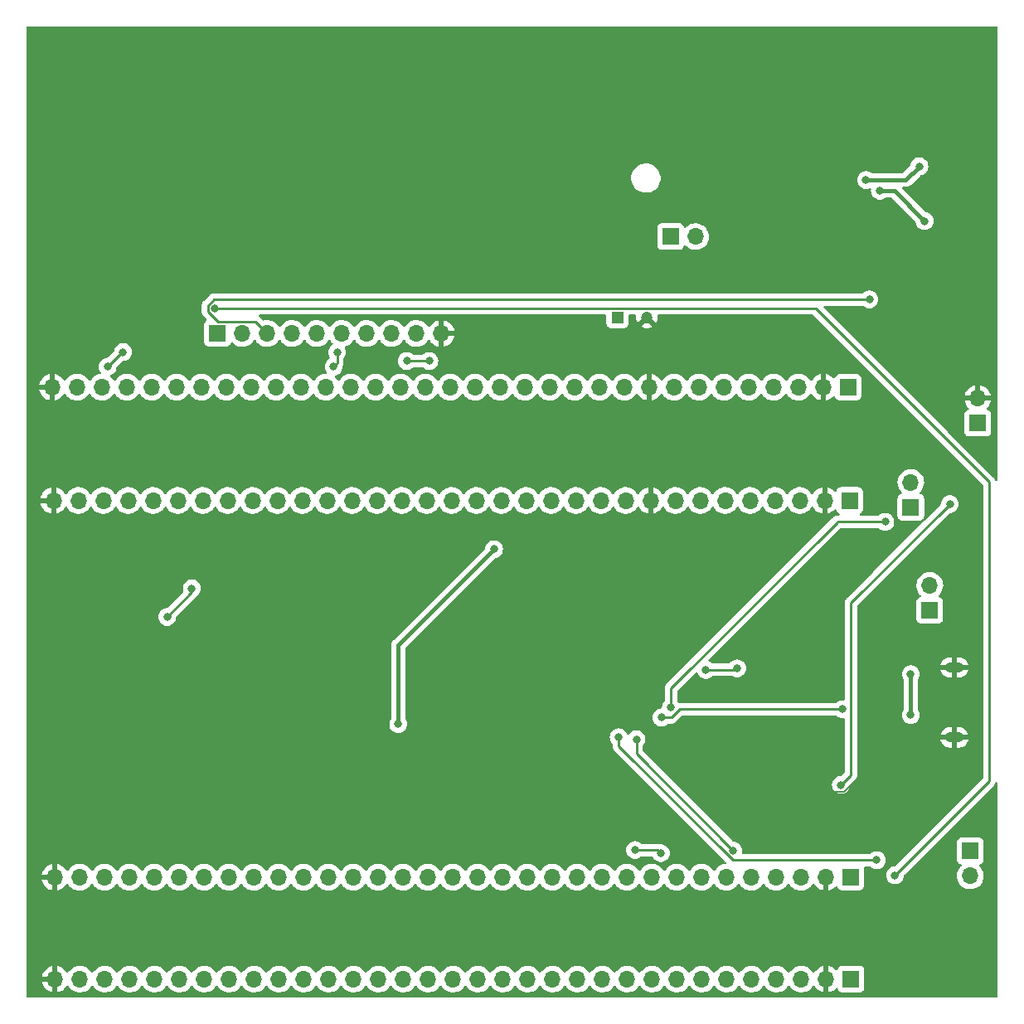
<source format=gbr>
%TF.GenerationSoftware,KiCad,Pcbnew,(6.0.2)*%
%TF.CreationDate,2022-04-08T17:55:27+02:00*%
%TF.ProjectId,main,6d61696e-2e6b-4696-9361-645f70636258,rev?*%
%TF.SameCoordinates,Original*%
%TF.FileFunction,Copper,L2,Bot*%
%TF.FilePolarity,Positive*%
%FSLAX46Y46*%
G04 Gerber Fmt 4.6, Leading zero omitted, Abs format (unit mm)*
G04 Created by KiCad (PCBNEW (6.0.2)) date 2022-04-08 17:55:27*
%MOMM*%
%LPD*%
G01*
G04 APERTURE LIST*
%TA.AperFunction,ComponentPad*%
%ADD10R,1.700000X1.700000*%
%TD*%
%TA.AperFunction,ComponentPad*%
%ADD11O,1.700000X1.700000*%
%TD*%
%TA.AperFunction,ComponentPad*%
%ADD12O,1.900000X1.050000*%
%TD*%
%TA.AperFunction,ComponentPad*%
%ADD13R,1.200000X1.200000*%
%TD*%
%TA.AperFunction,ComponentPad*%
%ADD14C,1.200000*%
%TD*%
%TA.AperFunction,ViaPad*%
%ADD15C,0.800000*%
%TD*%
%TA.AperFunction,Conductor*%
%ADD16C,0.200000*%
%TD*%
%TA.AperFunction,Conductor*%
%ADD17C,0.250000*%
%TD*%
%TA.AperFunction,Conductor*%
%ADD18C,0.400000*%
%TD*%
G04 APERTURE END LIST*
D10*
%TO.P,J14,1,Pin_1*%
%TO.N,Net-(J14-Pad1)*%
X176330000Y-112085000D03*
D11*
%TO.P,J14,2,Pin_2*%
%TO.N,VCC*%
X176330000Y-109545000D03*
%TD*%
D10*
%TO.P,J8,1,Pin_1*%
%TO.N,VCC*%
X181229000Y-92969000D03*
D11*
%TO.P,J8,2,Pin_2*%
%TO.N,GND*%
X181229000Y-90429000D03*
%TD*%
D10*
%TO.P,J4,1,Pin_1*%
%TO.N,+5V*%
X103595000Y-83810000D03*
D11*
%TO.P,J4,2,Pin_2*%
%TO.N,ADC1*%
X106135000Y-83810000D03*
%TO.P,J4,3,Pin_3*%
%TO.N,SDA1*%
X108675000Y-83810000D03*
%TO.P,J4,4,Pin_4*%
%TO.N,SCL1*%
X111215000Y-83810000D03*
%TO.P,J4,5,Pin_5*%
%TO.N,SDA2*%
X113755000Y-83810000D03*
%TO.P,J4,6,Pin_6*%
%TO.N,SCL2*%
X116295000Y-83810000D03*
%TO.P,J4,7,Pin_7*%
%TO.N,Write1*%
X118835000Y-83810000D03*
%TO.P,J4,8,Pin_8*%
%TO.N,TXD*%
X121375000Y-83810000D03*
%TO.P,J4,9,Pin_9*%
%TO.N,RXD*%
X123915000Y-83810000D03*
%TO.P,J4,10,Pin_10*%
%TO.N,GND*%
X126455000Y-83810000D03*
%TD*%
D10*
%TO.P,J3,1,Pin_1*%
%TO.N,+5V*%
X168275000Y-149733000D03*
D11*
%TO.P,J3,2,Pin_2*%
%TO.N,GND*%
X165735000Y-149733000D03*
%TO.P,J3,3,Pin_3*%
%TO.N,/PB9*%
X163195000Y-149733000D03*
%TO.P,J3,4,Pin_4*%
%TO.N,/PB8*%
X160655000Y-149733000D03*
%TO.P,J3,5,Pin_5*%
%TO.N,VDD*%
X158115000Y-149733000D03*
%TO.P,J3,6,Pin_6*%
%TO.N,/BOOT*%
X155575000Y-149733000D03*
%TO.P,J3,7,Pin_7*%
%TO.N,SDA1*%
X153035000Y-149733000D03*
%TO.P,J3,8,Pin_8*%
%TO.N,SCL1*%
X150495000Y-149733000D03*
%TO.P,J3,9,Pin_9*%
%TO.N,Alert*%
X147955000Y-149733000D03*
%TO.P,J3,10,Pin_10*%
%TO.N,/PB4*%
X145415000Y-149733000D03*
%TO.P,J3,11,Pin_11*%
%TO.N,/PB3*%
X142875000Y-149733000D03*
%TO.P,J3,12,Pin_12*%
%TO.N,/PD2*%
X140335000Y-149733000D03*
%TO.P,J3,13,Pin_13*%
%TO.N,/PC12*%
X137795000Y-149733000D03*
%TO.P,J3,14,Pin_14*%
%TO.N,/PC11*%
X135255000Y-149733000D03*
%TO.P,J3,15,Pin_15*%
%TO.N,/PC10*%
X132715000Y-149733000D03*
%TO.P,J3,16,Pin_16*%
%TO.N,/PA15*%
X130175000Y-149733000D03*
%TO.P,J3,17,Pin_17*%
%TO.N,/PA14*%
X127635000Y-149733000D03*
%TO.P,J3,18,Pin_18*%
%TO.N,/PF7*%
X125095000Y-149733000D03*
%TO.P,J3,19,Pin_19*%
%TO.N,/PF6*%
X122555000Y-149733000D03*
%TO.P,J3,20,Pin_20*%
%TO.N,/PA13*%
X120015000Y-149733000D03*
%TO.P,J3,21,Pin_21*%
%TO.N,/PA12*%
X117475000Y-149733000D03*
%TO.P,J3,22,Pin_22*%
%TO.N,/PA11*%
X114935000Y-149733000D03*
%TO.P,J3,23,Pin_23*%
%TO.N,/PA10*%
X112395000Y-149733000D03*
%TO.P,J3,24,Pin_24*%
%TO.N,/PA9*%
X109855000Y-149733000D03*
%TO.P,J3,25,Pin_25*%
%TO.N,/PA8*%
X107315000Y-149733000D03*
%TO.P,J3,26,Pin_26*%
%TO.N,/PC9*%
X104775000Y-149733000D03*
%TO.P,J3,27,Pin_27*%
%TO.N,/PC8*%
X102235000Y-149733000D03*
%TO.P,J3,28,Pin_28*%
%TO.N,/PC7*%
X99695000Y-149733000D03*
%TO.P,J3,29,Pin_29*%
%TO.N,/PC6*%
X97155000Y-149733000D03*
%TO.P,J3,30,Pin_30*%
%TO.N,/PB15*%
X94615000Y-149733000D03*
%TO.P,J3,31,Pin_31*%
%TO.N,/PB14*%
X92075000Y-149733000D03*
%TO.P,J3,32,Pin_32*%
%TO.N,/PB13*%
X89535000Y-149733000D03*
%TO.P,J3,33,Pin_33*%
%TO.N,GND*%
X86995000Y-149733000D03*
%TD*%
D10*
%TO.P,J1,1,Pin_1*%
%TO.N,+3V3*%
X168133000Y-100863000D03*
D11*
%TO.P,J1,2,Pin_2*%
%TO.N,GND*%
X165593000Y-100863000D03*
%TO.P,J1,3,Pin_3*%
%TO.N,/VBAT*%
X163053000Y-100863000D03*
%TO.P,J1,4,Pin_4*%
%TO.N,/PC13*%
X160513000Y-100863000D03*
%TO.P,J1,5,Pin_5*%
%TO.N,/PC14*%
X157973000Y-100863000D03*
%TO.P,J1,6,Pin_6*%
%TO.N,/PC15*%
X155433000Y-100863000D03*
%TO.P,J1,7,Pin_7*%
%TO.N,/PF0*%
X152893000Y-100863000D03*
%TO.P,J1,8,Pin_8*%
%TO.N,/PF1*%
X150353000Y-100863000D03*
%TO.P,J1,9,Pin_9*%
%TO.N,GND*%
X147813000Y-100863000D03*
%TO.P,J1,10,Pin_10*%
%TO.N,/NRST*%
X145273000Y-100863000D03*
%TO.P,J1,11,Pin_11*%
%TO.N,ADC1*%
X142733000Y-100863000D03*
%TO.P,J1,12,Pin_12*%
%TO.N,/PC1*%
X140193000Y-100863000D03*
%TO.P,J1,13,Pin_13*%
%TO.N,/PC2*%
X137653000Y-100863000D03*
%TO.P,J1,14,Pin_14*%
%TO.N,/PC3*%
X135113000Y-100863000D03*
%TO.P,J1,15,Pin_15*%
%TO.N,/PA0*%
X132573000Y-100863000D03*
%TO.P,J1,16,Pin_16*%
%TO.N,/PA1*%
X130033000Y-100863000D03*
%TO.P,J1,17,Pin_17*%
%TO.N,TXD*%
X127493000Y-100863000D03*
%TO.P,J1,18,Pin_18*%
%TO.N,RXD*%
X124953000Y-100863000D03*
%TO.P,J1,19,Pin_19*%
%TO.N,/PF4*%
X122413000Y-100863000D03*
%TO.P,J1,20,Pin_20*%
%TO.N,/PF5*%
X119873000Y-100863000D03*
%TO.P,J1,21,Pin_21*%
%TO.N,/PA4*%
X117333000Y-100863000D03*
%TO.P,J1,22,Pin_22*%
%TO.N,/PA5*%
X114793000Y-100863000D03*
%TO.P,J1,23,Pin_23*%
%TO.N,/PA6*%
X112253000Y-100863000D03*
%TO.P,J1,24,Pin_24*%
%TO.N,/PA7*%
X109713000Y-100863000D03*
%TO.P,J1,25,Pin_25*%
%TO.N,/PC4*%
X107173000Y-100863000D03*
%TO.P,J1,26,Pin_26*%
%TO.N,/PC5*%
X104633000Y-100863000D03*
%TO.P,J1,27,Pin_27*%
%TO.N,/PB0*%
X102093000Y-100863000D03*
%TO.P,J1,28,Pin_28*%
%TO.N,/PB1*%
X99553000Y-100863000D03*
%TO.P,J1,29,Pin_29*%
%TO.N,/PB2*%
X97013000Y-100863000D03*
%TO.P,J1,30,Pin_30*%
%TO.N,SCL2*%
X94473000Y-100863000D03*
%TO.P,J1,31,Pin_31*%
%TO.N,SDA2*%
X91933000Y-100863000D03*
%TO.P,J1,32,Pin_32*%
%TO.N,Write1*%
X89393000Y-100863000D03*
%TO.P,J1,33,Pin_33*%
%TO.N,GND*%
X86853000Y-100863000D03*
%TD*%
D12*
%TO.P,J6,6,Shield*%
%TO.N,GND*%
X178830000Y-125065000D03*
X178830000Y-117915000D03*
%TD*%
D10*
%TO.P,J5,1,Pin_1*%
%TO.N,+5V*%
X168260000Y-139344000D03*
D11*
%TO.P,J5,2,Pin_2*%
%TO.N,GND*%
X165720000Y-139344000D03*
%TO.P,J5,3,Pin_3*%
%TO.N,/PB9*%
X163180000Y-139344000D03*
%TO.P,J5,4,Pin_4*%
%TO.N,/PB8*%
X160640000Y-139344000D03*
%TO.P,J5,5,Pin_5*%
%TO.N,VDD*%
X158100000Y-139344000D03*
%TO.P,J5,6,Pin_6*%
%TO.N,/BOOT*%
X155560000Y-139344000D03*
%TO.P,J5,7,Pin_7*%
%TO.N,SDA1*%
X153020000Y-139344000D03*
%TO.P,J5,8,Pin_8*%
%TO.N,SCL1*%
X150480000Y-139344000D03*
%TO.P,J5,9,Pin_9*%
%TO.N,Alert*%
X147940000Y-139344000D03*
%TO.P,J5,10,Pin_10*%
%TO.N,/PB4*%
X145400000Y-139344000D03*
%TO.P,J5,11,Pin_11*%
%TO.N,/PB3*%
X142860000Y-139344000D03*
%TO.P,J5,12,Pin_12*%
%TO.N,/PD2*%
X140320000Y-139344000D03*
%TO.P,J5,13,Pin_13*%
%TO.N,/PC12*%
X137780000Y-139344000D03*
%TO.P,J5,14,Pin_14*%
%TO.N,/PC11*%
X135240000Y-139344000D03*
%TO.P,J5,15,Pin_15*%
%TO.N,/PC10*%
X132700000Y-139344000D03*
%TO.P,J5,16,Pin_16*%
%TO.N,/PA15*%
X130160000Y-139344000D03*
%TO.P,J5,17,Pin_17*%
%TO.N,/PA14*%
X127620000Y-139344000D03*
%TO.P,J5,18,Pin_18*%
%TO.N,/PF7*%
X125080000Y-139344000D03*
%TO.P,J5,19,Pin_19*%
%TO.N,/PF6*%
X122540000Y-139344000D03*
%TO.P,J5,20,Pin_20*%
%TO.N,/PA13*%
X120000000Y-139344000D03*
%TO.P,J5,21,Pin_21*%
%TO.N,/PA12*%
X117460000Y-139344000D03*
%TO.P,J5,22,Pin_22*%
%TO.N,/PA11*%
X114920000Y-139344000D03*
%TO.P,J5,23,Pin_23*%
%TO.N,/PA10*%
X112380000Y-139344000D03*
%TO.P,J5,24,Pin_24*%
%TO.N,/PA9*%
X109840000Y-139344000D03*
%TO.P,J5,25,Pin_25*%
%TO.N,/PA8*%
X107300000Y-139344000D03*
%TO.P,J5,26,Pin_26*%
%TO.N,/PC9*%
X104760000Y-139344000D03*
%TO.P,J5,27,Pin_27*%
%TO.N,/PC8*%
X102220000Y-139344000D03*
%TO.P,J5,28,Pin_28*%
%TO.N,/PC7*%
X99680000Y-139344000D03*
%TO.P,J5,29,Pin_29*%
%TO.N,/PC6*%
X97140000Y-139344000D03*
%TO.P,J5,30,Pin_30*%
%TO.N,/PB15*%
X94600000Y-139344000D03*
%TO.P,J5,31,Pin_31*%
%TO.N,/PB14*%
X92060000Y-139344000D03*
%TO.P,J5,32,Pin_32*%
%TO.N,/PB13*%
X89520000Y-139344000D03*
%TO.P,J5,33,Pin_33*%
%TO.N,GND*%
X86980000Y-139344000D03*
%TD*%
D10*
%TO.P,J2,1,Pin_1*%
%TO.N,+3V3*%
X168006000Y-89306000D03*
D11*
%TO.P,J2,2,Pin_2*%
%TO.N,GND*%
X165466000Y-89306000D03*
%TO.P,J2,3,Pin_3*%
%TO.N,/VBAT*%
X162926000Y-89306000D03*
%TO.P,J2,4,Pin_4*%
%TO.N,/PC13*%
X160386000Y-89306000D03*
%TO.P,J2,5,Pin_5*%
%TO.N,/PC14*%
X157846000Y-89306000D03*
%TO.P,J2,6,Pin_6*%
%TO.N,/PC15*%
X155306000Y-89306000D03*
%TO.P,J2,7,Pin_7*%
%TO.N,/PF0*%
X152766000Y-89306000D03*
%TO.P,J2,8,Pin_8*%
%TO.N,/PF1*%
X150226000Y-89306000D03*
%TO.P,J2,9,Pin_9*%
%TO.N,GND*%
X147686000Y-89306000D03*
%TO.P,J2,10,Pin_10*%
%TO.N,/NRST*%
X145146000Y-89306000D03*
%TO.P,J2,11,Pin_11*%
%TO.N,ADC1*%
X142606000Y-89306000D03*
%TO.P,J2,12,Pin_12*%
%TO.N,/PC1*%
X140066000Y-89306000D03*
%TO.P,J2,13,Pin_13*%
%TO.N,/PC2*%
X137526000Y-89306000D03*
%TO.P,J2,14,Pin_14*%
%TO.N,/PC3*%
X134986000Y-89306000D03*
%TO.P,J2,15,Pin_15*%
%TO.N,/PA0*%
X132446000Y-89306000D03*
%TO.P,J2,16,Pin_16*%
%TO.N,/PA1*%
X129906000Y-89306000D03*
%TO.P,J2,17,Pin_17*%
%TO.N,TXD*%
X127366000Y-89306000D03*
%TO.P,J2,18,Pin_18*%
%TO.N,RXD*%
X124826000Y-89306000D03*
%TO.P,J2,19,Pin_19*%
%TO.N,/PF4*%
X122286000Y-89306000D03*
%TO.P,J2,20,Pin_20*%
%TO.N,/PF5*%
X119746000Y-89306000D03*
%TO.P,J2,21,Pin_21*%
%TO.N,/PA4*%
X117206000Y-89306000D03*
%TO.P,J2,22,Pin_22*%
%TO.N,/PA5*%
X114666000Y-89306000D03*
%TO.P,J2,23,Pin_23*%
%TO.N,/PA6*%
X112126000Y-89306000D03*
%TO.P,J2,24,Pin_24*%
%TO.N,/PA7*%
X109586000Y-89306000D03*
%TO.P,J2,25,Pin_25*%
%TO.N,/PC4*%
X107046000Y-89306000D03*
%TO.P,J2,26,Pin_26*%
%TO.N,/PC5*%
X104506000Y-89306000D03*
%TO.P,J2,27,Pin_27*%
%TO.N,/PB0*%
X101966000Y-89306000D03*
%TO.P,J2,28,Pin_28*%
%TO.N,/PB1*%
X99426000Y-89306000D03*
%TO.P,J2,29,Pin_29*%
%TO.N,/PB2*%
X96886000Y-89306000D03*
%TO.P,J2,30,Pin_30*%
%TO.N,SCL2*%
X94346000Y-89306000D03*
%TO.P,J2,31,Pin_31*%
%TO.N,SDA2*%
X91806000Y-89306000D03*
%TO.P,J2,32,Pin_32*%
%TO.N,Write1*%
X89266000Y-89306000D03*
%TO.P,J2,33,Pin_33*%
%TO.N,GND*%
X86726000Y-89306000D03*
%TD*%
D13*
%TO.P,R10,1*%
%TO.N,ADC1*%
X144423000Y-82169000D03*
D14*
%TO.P,R10,2*%
%TO.N,GND*%
X147423000Y-82169000D03*
%TD*%
D10*
%TO.P,J9,1,Pin_1*%
%TO.N,/Power/V_out*%
X149860000Y-73914000D03*
D11*
%TO.P,J9,2,Pin_2*%
%TO.N,/Power/VI*%
X152400000Y-73914000D03*
%TD*%
D10*
%TO.P,J12,1,Pin_1*%
%TO.N,USB+*%
X180470000Y-136660000D03*
D11*
%TO.P,J12,2,Pin_2*%
%TO.N,USB-*%
X180470000Y-139200000D03*
%TD*%
D10*
%TO.P,J15,1,Pin_1*%
%TO.N,3V3_out*%
X174390000Y-101550000D03*
D11*
%TO.P,J15,2,Pin_2*%
%TO.N,+3V3*%
X174390000Y-99010000D03*
%TD*%
D15*
%TO.N,GND*%
X141600000Y-118010000D03*
X170140000Y-120510000D03*
X143300000Y-116620000D03*
X162580000Y-129730000D03*
X158900000Y-128022236D03*
%TO.N,TXD*%
X125220000Y-86630000D03*
X122920000Y-86630000D03*
%TO.N,+5V*%
X103330000Y-81280000D03*
X172770000Y-139140000D03*
%TO.N,VCC*%
X171230359Y-69245441D03*
X175790000Y-72330000D03*
%TO.N,Net-(D3-Pad1)*%
X156660332Y-118010332D03*
X153470000Y-118160000D03*
%TO.N,SCL1*%
X146230000Y-136550000D03*
X148870000Y-136880000D03*
%TO.N,SDA1*%
X178370000Y-101240000D03*
X170160000Y-80340000D03*
X167260000Y-129910000D03*
%TO.N,USB-*%
X167430000Y-122174500D03*
X144560000Y-125050000D03*
X170910000Y-137600000D03*
X148930000Y-123030000D03*
%TO.N,USB+*%
X156270000Y-136630000D03*
X146380000Y-125250500D03*
%TO.N,+3V3*%
X131830000Y-105840000D03*
X122050000Y-123700000D03*
%TO.N,SDA2*%
X92380000Y-87204500D03*
X93940000Y-85720000D03*
%TO.N,SCL2*%
X115450000Y-87204500D03*
X115810000Y-85755500D03*
X100970000Y-109840000D03*
X98460000Y-112760000D03*
%TO.N,Net-(C4-Pad2)*%
X175260000Y-66760000D03*
X169810000Y-68140000D03*
%TO.N,3V3_out*%
X149890000Y-122000000D03*
X171780000Y-103040000D03*
%TO.N,Net-(J14-Pad1)*%
X174380000Y-118600000D03*
X174390000Y-122770000D03*
%TD*%
D16*
%TO.N,GND*%
X170140000Y-120510000D02*
X170140000Y-128019259D01*
X143300000Y-116620000D02*
X141910000Y-118010000D01*
X141910000Y-118010000D02*
X141600000Y-118010000D01*
X158900000Y-128022236D02*
X160607764Y-129730000D01*
X170140000Y-128019259D02*
X167549748Y-130609511D01*
X160607764Y-129730000D02*
X162580000Y-129730000D01*
X161487275Y-130609511D02*
X158900000Y-128022236D01*
X167549748Y-130609511D02*
X161487275Y-130609511D01*
D17*
%TO.N,TXD*%
X122920000Y-86630000D02*
X125220000Y-86630000D01*
%TO.N,+5V*%
X172770000Y-139140000D02*
X182403511Y-129506489D01*
X103365511Y-81244489D02*
X103330000Y-81280000D01*
X164674489Y-81244489D02*
X103365511Y-81244489D01*
X182403511Y-98973511D02*
X168760000Y-85330000D01*
X182403511Y-129506489D02*
X182403511Y-98973511D01*
X168760000Y-85330000D02*
X164674489Y-81244489D01*
D18*
%TO.N,VCC*%
X172705441Y-69245441D02*
X171230359Y-69245441D01*
X175790000Y-72330000D02*
X172705441Y-69245441D01*
D17*
%TO.N,Net-(D3-Pad1)*%
X156660332Y-118010332D02*
X156510664Y-118160000D01*
X156510664Y-118160000D02*
X153470000Y-118160000D01*
%TO.N,SCL1*%
X148540000Y-136550000D02*
X146230000Y-136550000D01*
X148870000Y-136880000D02*
X148540000Y-136550000D01*
%TO.N,SDA1*%
X102605489Y-80979897D02*
X102605489Y-81580103D01*
X168274614Y-128895386D02*
X168274614Y-111335386D01*
X167260000Y-129910000D02*
X168274614Y-128895386D01*
X107500489Y-82635489D02*
X108675000Y-83810000D01*
X102605489Y-81580103D02*
X103660875Y-82635489D01*
X168274614Y-111335386D02*
X178370000Y-101240000D01*
X170160000Y-80340000D02*
X103245386Y-80340000D01*
X103245386Y-80340000D02*
X102605489Y-80979897D01*
X103660875Y-82635489D02*
X107500489Y-82635489D01*
%TO.N,USB-*%
X150020000Y-122950000D02*
X149940000Y-123030000D01*
X150795500Y-122174500D02*
X150020000Y-122950000D01*
X144560000Y-125050000D02*
X144560000Y-125944614D01*
X156215386Y-137600000D02*
X170910000Y-137600000D01*
X144560000Y-125944614D02*
X156215386Y-137600000D01*
X167430000Y-122174500D02*
X150795500Y-122174500D01*
X149940000Y-123030000D02*
X148930000Y-123030000D01*
%TO.N,USB+*%
X156270000Y-136630000D02*
X146380000Y-126740000D01*
X146380000Y-126740000D02*
X146380000Y-125250500D01*
D18*
%TO.N,+3V3*%
X122050000Y-115620000D02*
X122050000Y-123700000D01*
X131830000Y-105840000D02*
X122050000Y-115620000D01*
D17*
%TO.N,SDA2*%
X93864500Y-85720000D02*
X92380000Y-87204500D01*
X93940000Y-85720000D02*
X93864500Y-85720000D01*
%TO.N,SCL2*%
X98460000Y-112760000D02*
X100970000Y-110250000D01*
X100970000Y-110250000D02*
X100970000Y-109840000D01*
X115810000Y-86844500D02*
X115450000Y-87204500D01*
X115810000Y-85755500D02*
X115810000Y-86844500D01*
D18*
%TO.N,Net-(C4-Pad2)*%
X173880000Y-68140000D02*
X175260000Y-66760000D01*
X169810000Y-68140000D02*
X173880000Y-68140000D01*
D17*
%TO.N,3V3_out*%
X149890000Y-120070000D02*
X166860000Y-103100000D01*
X149890000Y-122000000D02*
X149890000Y-120070000D01*
X166860000Y-103100000D02*
X166920000Y-103040000D01*
X166920000Y-103040000D02*
X171780000Y-103040000D01*
D18*
%TO.N,Net-(J14-Pad1)*%
X174390000Y-118610000D02*
X174380000Y-118600000D01*
X174390000Y-122770000D02*
X174390000Y-118610000D01*
%TD*%
%TA.AperFunction,Conductor*%
%TO.N,GND*%
G36*
X183203121Y-52471002D02*
G01*
X183249614Y-52524658D01*
X183261000Y-52577000D01*
X183261000Y-98757882D01*
X183240998Y-98826003D01*
X183187342Y-98872496D01*
X183117068Y-98882600D01*
X183052488Y-98853106D01*
X183017848Y-98804266D01*
X183005708Y-98773603D01*
X183001866Y-98762381D01*
X183000559Y-98757882D01*
X182989529Y-98719918D01*
X182985495Y-98713096D01*
X182985492Y-98713090D01*
X182979217Y-98702479D01*
X182970521Y-98684729D01*
X182965983Y-98673267D01*
X182965980Y-98673262D01*
X182963063Y-98665894D01*
X182937084Y-98630136D01*
X182930568Y-98620218D01*
X182912086Y-98588968D01*
X182908053Y-98582148D01*
X182893729Y-98567824D01*
X182880887Y-98552789D01*
X182868983Y-98536404D01*
X182834917Y-98508222D01*
X182826138Y-98500233D01*
X178193039Y-93867134D01*
X179870500Y-93867134D01*
X179877255Y-93929316D01*
X179928385Y-94065705D01*
X180015739Y-94182261D01*
X180132295Y-94269615D01*
X180268684Y-94320745D01*
X180330866Y-94327500D01*
X182127134Y-94327500D01*
X182189316Y-94320745D01*
X182325705Y-94269615D01*
X182442261Y-94182261D01*
X182529615Y-94065705D01*
X182580745Y-93929316D01*
X182587500Y-93867134D01*
X182587500Y-92070866D01*
X182580745Y-92008684D01*
X182529615Y-91872295D01*
X182442261Y-91755739D01*
X182325705Y-91668385D01*
X182206687Y-91623767D01*
X182149923Y-91581125D01*
X182125223Y-91514564D01*
X182140430Y-91445215D01*
X182161977Y-91416535D01*
X182263052Y-91315812D01*
X182269730Y-91307965D01*
X182394003Y-91135020D01*
X182399313Y-91126183D01*
X182493670Y-90935267D01*
X182497469Y-90925672D01*
X182559377Y-90721910D01*
X182561555Y-90711837D01*
X182562986Y-90700962D01*
X182560775Y-90686778D01*
X182547617Y-90683000D01*
X179912225Y-90683000D01*
X179898694Y-90686973D01*
X179897257Y-90696966D01*
X179927565Y-90831446D01*
X179930645Y-90841275D01*
X180010770Y-91038603D01*
X180015413Y-91047794D01*
X180126694Y-91229388D01*
X180132777Y-91237699D01*
X180272213Y-91398667D01*
X180279577Y-91405879D01*
X180284522Y-91409985D01*
X180324156Y-91468889D01*
X180325653Y-91539870D01*
X180288537Y-91600392D01*
X180248264Y-91624910D01*
X180140705Y-91665232D01*
X180140704Y-91665233D01*
X180132295Y-91668385D01*
X180015739Y-91755739D01*
X179928385Y-91872295D01*
X179877255Y-92008684D01*
X179870500Y-92070866D01*
X179870500Y-93867134D01*
X178193039Y-93867134D01*
X174489088Y-90163183D01*
X179893389Y-90163183D01*
X179894912Y-90171607D01*
X179907292Y-90175000D01*
X180956885Y-90175000D01*
X180972124Y-90170525D01*
X180973329Y-90169135D01*
X180975000Y-90161452D01*
X180975000Y-90156885D01*
X181483000Y-90156885D01*
X181487475Y-90172124D01*
X181488865Y-90173329D01*
X181496548Y-90175000D01*
X182547344Y-90175000D01*
X182560875Y-90171027D01*
X182562180Y-90161947D01*
X182520214Y-89994875D01*
X182516894Y-89985124D01*
X182431972Y-89789814D01*
X182427105Y-89780739D01*
X182311426Y-89601926D01*
X182305136Y-89593757D01*
X182161806Y-89436240D01*
X182154273Y-89429215D01*
X181987139Y-89297222D01*
X181978552Y-89291517D01*
X181792117Y-89188599D01*
X181782705Y-89184369D01*
X181581959Y-89113280D01*
X181571988Y-89110646D01*
X181500837Y-89097972D01*
X181487540Y-89099432D01*
X181483000Y-89113989D01*
X181483000Y-90156885D01*
X180975000Y-90156885D01*
X180975000Y-89112102D01*
X180971082Y-89098758D01*
X180956806Y-89096771D01*
X180918324Y-89102660D01*
X180908288Y-89105051D01*
X180705868Y-89171212D01*
X180696359Y-89175209D01*
X180507463Y-89273542D01*
X180498738Y-89279036D01*
X180328433Y-89406905D01*
X180320726Y-89413748D01*
X180173590Y-89567717D01*
X180167104Y-89575727D01*
X180047098Y-89751649D01*
X180042000Y-89760623D01*
X179952338Y-89953783D01*
X179948775Y-89963470D01*
X179893389Y-90163183D01*
X174489088Y-90163183D01*
X169179770Y-84853865D01*
X169179766Y-84853862D01*
X167348795Y-83022891D01*
X165514500Y-81188595D01*
X165480474Y-81126283D01*
X165485539Y-81055467D01*
X165528086Y-80998632D01*
X165594606Y-80973821D01*
X165603595Y-80973500D01*
X169451800Y-80973500D01*
X169519921Y-80993502D01*
X169539147Y-81009843D01*
X169539420Y-81009540D01*
X169544332Y-81013963D01*
X169548747Y-81018866D01*
X169703248Y-81131118D01*
X169709276Y-81133802D01*
X169709278Y-81133803D01*
X169832344Y-81188595D01*
X169877712Y-81208794D01*
X169971113Y-81228647D01*
X170058056Y-81247128D01*
X170058061Y-81247128D01*
X170064513Y-81248500D01*
X170255487Y-81248500D01*
X170261939Y-81247128D01*
X170261944Y-81247128D01*
X170348887Y-81228647D01*
X170442288Y-81208794D01*
X170487656Y-81188595D01*
X170610722Y-81133803D01*
X170610724Y-81133802D01*
X170616752Y-81131118D01*
X170771253Y-81018866D01*
X170824400Y-80959840D01*
X170894621Y-80881852D01*
X170894622Y-80881851D01*
X170899040Y-80876944D01*
X170994527Y-80711556D01*
X171053542Y-80529928D01*
X171073504Y-80340000D01*
X171053542Y-80150072D01*
X170994527Y-79968444D01*
X170899040Y-79803056D01*
X170882882Y-79785110D01*
X170775675Y-79666045D01*
X170775674Y-79666044D01*
X170771253Y-79661134D01*
X170616752Y-79548882D01*
X170610724Y-79546198D01*
X170610722Y-79546197D01*
X170448319Y-79473891D01*
X170448318Y-79473891D01*
X170442288Y-79471206D01*
X170348888Y-79451353D01*
X170261944Y-79432872D01*
X170261939Y-79432872D01*
X170255487Y-79431500D01*
X170064513Y-79431500D01*
X170058061Y-79432872D01*
X170058056Y-79432872D01*
X169971113Y-79451353D01*
X169877712Y-79471206D01*
X169871682Y-79473891D01*
X169871681Y-79473891D01*
X169709278Y-79546197D01*
X169709276Y-79546198D01*
X169703248Y-79548882D01*
X169548747Y-79661134D01*
X169544332Y-79666037D01*
X169539420Y-79670460D01*
X169538295Y-79669211D01*
X169484986Y-79702051D01*
X169451800Y-79706500D01*
X103324153Y-79706500D01*
X103312970Y-79705973D01*
X103305477Y-79704298D01*
X103297551Y-79704547D01*
X103297550Y-79704547D01*
X103237400Y-79706438D01*
X103233441Y-79706500D01*
X103205530Y-79706500D01*
X103201596Y-79706997D01*
X103201595Y-79706997D01*
X103201530Y-79707005D01*
X103189693Y-79707938D01*
X103157435Y-79708952D01*
X103153416Y-79709078D01*
X103145497Y-79709327D01*
X103126043Y-79714979D01*
X103106686Y-79718987D01*
X103094456Y-79720532D01*
X103094455Y-79720532D01*
X103086589Y-79721526D01*
X103079218Y-79724445D01*
X103079216Y-79724445D01*
X103045474Y-79737804D01*
X103034244Y-79741649D01*
X102999403Y-79751771D01*
X102999402Y-79751771D01*
X102991793Y-79753982D01*
X102984974Y-79758015D01*
X102984969Y-79758017D01*
X102974358Y-79764293D01*
X102956610Y-79772988D01*
X102937769Y-79780448D01*
X102931353Y-79785110D01*
X102931352Y-79785110D01*
X102901999Y-79806436D01*
X102892079Y-79812952D01*
X102860851Y-79831420D01*
X102860848Y-79831422D01*
X102854024Y-79835458D01*
X102839703Y-79849779D01*
X102824670Y-79862619D01*
X102808279Y-79874528D01*
X102781902Y-79906413D01*
X102780098Y-79908593D01*
X102772108Y-79917374D01*
X102213231Y-80476250D01*
X102204952Y-80483784D01*
X102198471Y-80487897D01*
X102165165Y-80523365D01*
X102151846Y-80537548D01*
X102149091Y-80540390D01*
X102129354Y-80560127D01*
X102126874Y-80563324D01*
X102119171Y-80572344D01*
X102088903Y-80604576D01*
X102085084Y-80611522D01*
X102085082Y-80611525D01*
X102079141Y-80622331D01*
X102068290Y-80638850D01*
X102055875Y-80654856D01*
X102052730Y-80662125D01*
X102052727Y-80662129D01*
X102038315Y-80695434D01*
X102033098Y-80706084D01*
X102011794Y-80744837D01*
X102009823Y-80752512D01*
X102009823Y-80752513D01*
X102006756Y-80764459D01*
X102000352Y-80783163D01*
X101992308Y-80801752D01*
X101991069Y-80809575D01*
X101991066Y-80809585D01*
X101985390Y-80845421D01*
X101982984Y-80857041D01*
X101971989Y-80899867D01*
X101971989Y-80920121D01*
X101970438Y-80939831D01*
X101967269Y-80959840D01*
X101968015Y-80967732D01*
X101971430Y-81003858D01*
X101971989Y-81015716D01*
X101971989Y-81501336D01*
X101971462Y-81512519D01*
X101969787Y-81520012D01*
X101970036Y-81527938D01*
X101970036Y-81527939D01*
X101971927Y-81588089D01*
X101971989Y-81592048D01*
X101971989Y-81619959D01*
X101972486Y-81623893D01*
X101972486Y-81623894D01*
X101972494Y-81623959D01*
X101973427Y-81635796D01*
X101974816Y-81679992D01*
X101980467Y-81699442D01*
X101984476Y-81718803D01*
X101987015Y-81738900D01*
X101989934Y-81746271D01*
X101989934Y-81746273D01*
X102003293Y-81780015D01*
X102007138Y-81791245D01*
X102019471Y-81833696D01*
X102023504Y-81840515D01*
X102023506Y-81840520D01*
X102029782Y-81851131D01*
X102038477Y-81868879D01*
X102045937Y-81887720D01*
X102050599Y-81894136D01*
X102050599Y-81894137D01*
X102071925Y-81923490D01*
X102078441Y-81933410D01*
X102093496Y-81958866D01*
X102100947Y-81971465D01*
X102115268Y-81985786D01*
X102128108Y-82000819D01*
X102140017Y-82017210D01*
X102160663Y-82034290D01*
X102174094Y-82045401D01*
X102182873Y-82053391D01*
X102475883Y-82346401D01*
X102509909Y-82408713D01*
X102504844Y-82479528D01*
X102462353Y-82536322D01*
X102421903Y-82566638D01*
X102381739Y-82596739D01*
X102294385Y-82713295D01*
X102243255Y-82849684D01*
X102236500Y-82911866D01*
X102236500Y-84708134D01*
X102243255Y-84770316D01*
X102294385Y-84906705D01*
X102381739Y-85023261D01*
X102498295Y-85110615D01*
X102634684Y-85161745D01*
X102696866Y-85168500D01*
X104493134Y-85168500D01*
X104555316Y-85161745D01*
X104691705Y-85110615D01*
X104808261Y-85023261D01*
X104895615Y-84906705D01*
X104915425Y-84853862D01*
X104939598Y-84789382D01*
X104982240Y-84732618D01*
X105048802Y-84707918D01*
X105118150Y-84723126D01*
X105152817Y-84751114D01*
X105181250Y-84783938D01*
X105353126Y-84926632D01*
X105546000Y-85039338D01*
X105754692Y-85119030D01*
X105759760Y-85120061D01*
X105759763Y-85120062D01*
X105854862Y-85139410D01*
X105973597Y-85163567D01*
X105978772Y-85163757D01*
X105978774Y-85163757D01*
X106191673Y-85171564D01*
X106191677Y-85171564D01*
X106196837Y-85171753D01*
X106201957Y-85171097D01*
X106201959Y-85171097D01*
X106413288Y-85144025D01*
X106413289Y-85144025D01*
X106418416Y-85143368D01*
X106423366Y-85141883D01*
X106627429Y-85080661D01*
X106627434Y-85080659D01*
X106632384Y-85079174D01*
X106832994Y-84980896D01*
X107014860Y-84851173D01*
X107173096Y-84693489D01*
X107303453Y-84512077D01*
X107304776Y-84513028D01*
X107351645Y-84469857D01*
X107421580Y-84457625D01*
X107487026Y-84485144D01*
X107514875Y-84516994D01*
X107574987Y-84615088D01*
X107721250Y-84783938D01*
X107893126Y-84926632D01*
X108086000Y-85039338D01*
X108294692Y-85119030D01*
X108299760Y-85120061D01*
X108299763Y-85120062D01*
X108394862Y-85139410D01*
X108513597Y-85163567D01*
X108518772Y-85163757D01*
X108518774Y-85163757D01*
X108731673Y-85171564D01*
X108731677Y-85171564D01*
X108736837Y-85171753D01*
X108741957Y-85171097D01*
X108741959Y-85171097D01*
X108953288Y-85144025D01*
X108953289Y-85144025D01*
X108958416Y-85143368D01*
X108963366Y-85141883D01*
X109167429Y-85080661D01*
X109167434Y-85080659D01*
X109172384Y-85079174D01*
X109372994Y-84980896D01*
X109554860Y-84851173D01*
X109713096Y-84693489D01*
X109843453Y-84512077D01*
X109844776Y-84513028D01*
X109891645Y-84469857D01*
X109961580Y-84457625D01*
X110027026Y-84485144D01*
X110054875Y-84516994D01*
X110114987Y-84615088D01*
X110261250Y-84783938D01*
X110433126Y-84926632D01*
X110626000Y-85039338D01*
X110834692Y-85119030D01*
X110839760Y-85120061D01*
X110839763Y-85120062D01*
X110934862Y-85139410D01*
X111053597Y-85163567D01*
X111058772Y-85163757D01*
X111058774Y-85163757D01*
X111271673Y-85171564D01*
X111271677Y-85171564D01*
X111276837Y-85171753D01*
X111281957Y-85171097D01*
X111281959Y-85171097D01*
X111493288Y-85144025D01*
X111493289Y-85144025D01*
X111498416Y-85143368D01*
X111503366Y-85141883D01*
X111707429Y-85080661D01*
X111707434Y-85080659D01*
X111712384Y-85079174D01*
X111912994Y-84980896D01*
X112094860Y-84851173D01*
X112253096Y-84693489D01*
X112383453Y-84512077D01*
X112384776Y-84513028D01*
X112431645Y-84469857D01*
X112501580Y-84457625D01*
X112567026Y-84485144D01*
X112594875Y-84516994D01*
X112654987Y-84615088D01*
X112801250Y-84783938D01*
X112973126Y-84926632D01*
X113166000Y-85039338D01*
X113374692Y-85119030D01*
X113379760Y-85120061D01*
X113379763Y-85120062D01*
X113474862Y-85139410D01*
X113593597Y-85163567D01*
X113598772Y-85163757D01*
X113598774Y-85163757D01*
X113811673Y-85171564D01*
X113811677Y-85171564D01*
X113816837Y-85171753D01*
X113821957Y-85171097D01*
X113821959Y-85171097D01*
X114033288Y-85144025D01*
X114033289Y-85144025D01*
X114038416Y-85143368D01*
X114043366Y-85141883D01*
X114247429Y-85080661D01*
X114247434Y-85080659D01*
X114252384Y-85079174D01*
X114452994Y-84980896D01*
X114634860Y-84851173D01*
X114793096Y-84693489D01*
X114923453Y-84512077D01*
X114924776Y-84513028D01*
X114971645Y-84469857D01*
X115041580Y-84457625D01*
X115107026Y-84485144D01*
X115134875Y-84516994D01*
X115194987Y-84615088D01*
X115341250Y-84783938D01*
X115345224Y-84787237D01*
X115345962Y-84787960D01*
X115380637Y-84849913D01*
X115376313Y-84920778D01*
X115331864Y-84979918D01*
X115282091Y-85016081D01*
X115198747Y-85076634D01*
X115194326Y-85081544D01*
X115194325Y-85081545D01*
X115113102Y-85171753D01*
X115070960Y-85218556D01*
X114975473Y-85383944D01*
X114916458Y-85565572D01*
X114915768Y-85572133D01*
X114915768Y-85572135D01*
X114899925Y-85722872D01*
X114896496Y-85755500D01*
X114897186Y-85762065D01*
X114913387Y-85916206D01*
X114916458Y-85945428D01*
X114975473Y-86127056D01*
X114978776Y-86132778D01*
X114978777Y-86132779D01*
X115041245Y-86240976D01*
X115057983Y-86309971D01*
X115034763Y-86377063D01*
X114996308Y-86412020D01*
X114993248Y-86413382D01*
X114838747Y-86525634D01*
X114834326Y-86530544D01*
X114834325Y-86530545D01*
X114744776Y-86630000D01*
X114710960Y-86667556D01*
X114707659Y-86673274D01*
X114626050Y-86814625D01*
X114615473Y-86832944D01*
X114556458Y-87014572D01*
X114555768Y-87021133D01*
X114555768Y-87021135D01*
X114548898Y-87086502D01*
X114536496Y-87204500D01*
X114556458Y-87394428D01*
X114615473Y-87576056D01*
X114710960Y-87741444D01*
X114715379Y-87746352D01*
X114715571Y-87746616D01*
X114739429Y-87813484D01*
X114723349Y-87882635D01*
X114672435Y-87932115D01*
X114612096Y-87946668D01*
X114576081Y-87946228D01*
X114576079Y-87946228D01*
X114570911Y-87946165D01*
X114350091Y-87979955D01*
X114137756Y-88049357D01*
X113939607Y-88152507D01*
X113935474Y-88155610D01*
X113935471Y-88155612D01*
X113852771Y-88217705D01*
X113760965Y-88286635D01*
X113606629Y-88448138D01*
X113499201Y-88605621D01*
X113444293Y-88650621D01*
X113373768Y-88658792D01*
X113310021Y-88627538D01*
X113289324Y-88603054D01*
X113208822Y-88478617D01*
X113208820Y-88478614D01*
X113206014Y-88474277D01*
X113055670Y-88309051D01*
X113051619Y-88305852D01*
X113051615Y-88305848D01*
X112884414Y-88173800D01*
X112884410Y-88173798D01*
X112880359Y-88170598D01*
X112844028Y-88150542D01*
X112776020Y-88113000D01*
X112684789Y-88062638D01*
X112679920Y-88060914D01*
X112679916Y-88060912D01*
X112479087Y-87989795D01*
X112479083Y-87989794D01*
X112474212Y-87988069D01*
X112469119Y-87987162D01*
X112469116Y-87987161D01*
X112259373Y-87949800D01*
X112259367Y-87949799D01*
X112254284Y-87948894D01*
X112177671Y-87947958D01*
X112036081Y-87946228D01*
X112036079Y-87946228D01*
X112030911Y-87946165D01*
X111810091Y-87979955D01*
X111597756Y-88049357D01*
X111399607Y-88152507D01*
X111395474Y-88155610D01*
X111395471Y-88155612D01*
X111312771Y-88217705D01*
X111220965Y-88286635D01*
X111066629Y-88448138D01*
X110959201Y-88605621D01*
X110904293Y-88650621D01*
X110833768Y-88658792D01*
X110770021Y-88627538D01*
X110749324Y-88603054D01*
X110668822Y-88478617D01*
X110668820Y-88478614D01*
X110666014Y-88474277D01*
X110515670Y-88309051D01*
X110511619Y-88305852D01*
X110511615Y-88305848D01*
X110344414Y-88173800D01*
X110344410Y-88173798D01*
X110340359Y-88170598D01*
X110304028Y-88150542D01*
X110236020Y-88113000D01*
X110144789Y-88062638D01*
X110139920Y-88060914D01*
X110139916Y-88060912D01*
X109939087Y-87989795D01*
X109939083Y-87989794D01*
X109934212Y-87988069D01*
X109929119Y-87987162D01*
X109929116Y-87987161D01*
X109719373Y-87949800D01*
X109719367Y-87949799D01*
X109714284Y-87948894D01*
X109637671Y-87947958D01*
X109496081Y-87946228D01*
X109496079Y-87946228D01*
X109490911Y-87946165D01*
X109270091Y-87979955D01*
X109057756Y-88049357D01*
X108859607Y-88152507D01*
X108855474Y-88155610D01*
X108855471Y-88155612D01*
X108772771Y-88217705D01*
X108680965Y-88286635D01*
X108526629Y-88448138D01*
X108419201Y-88605621D01*
X108364293Y-88650621D01*
X108293768Y-88658792D01*
X108230021Y-88627538D01*
X108209324Y-88603054D01*
X108128822Y-88478617D01*
X108128820Y-88478614D01*
X108126014Y-88474277D01*
X107975670Y-88309051D01*
X107971619Y-88305852D01*
X107971615Y-88305848D01*
X107804414Y-88173800D01*
X107804410Y-88173798D01*
X107800359Y-88170598D01*
X107764028Y-88150542D01*
X107696020Y-88113000D01*
X107604789Y-88062638D01*
X107599920Y-88060914D01*
X107599916Y-88060912D01*
X107399087Y-87989795D01*
X107399083Y-87989794D01*
X107394212Y-87988069D01*
X107389119Y-87987162D01*
X107389116Y-87987161D01*
X107179373Y-87949800D01*
X107179367Y-87949799D01*
X107174284Y-87948894D01*
X107097671Y-87947958D01*
X106956081Y-87946228D01*
X106956079Y-87946228D01*
X106950911Y-87946165D01*
X106730091Y-87979955D01*
X106517756Y-88049357D01*
X106319607Y-88152507D01*
X106315474Y-88155610D01*
X106315471Y-88155612D01*
X106232771Y-88217705D01*
X106140965Y-88286635D01*
X105986629Y-88448138D01*
X105879201Y-88605621D01*
X105824293Y-88650621D01*
X105753768Y-88658792D01*
X105690021Y-88627538D01*
X105669324Y-88603054D01*
X105588822Y-88478617D01*
X105588820Y-88478614D01*
X105586014Y-88474277D01*
X105435670Y-88309051D01*
X105431619Y-88305852D01*
X105431615Y-88305848D01*
X105264414Y-88173800D01*
X105264410Y-88173798D01*
X105260359Y-88170598D01*
X105224028Y-88150542D01*
X105156020Y-88113000D01*
X105064789Y-88062638D01*
X105059920Y-88060914D01*
X105059916Y-88060912D01*
X104859087Y-87989795D01*
X104859083Y-87989794D01*
X104854212Y-87988069D01*
X104849119Y-87987162D01*
X104849116Y-87987161D01*
X104639373Y-87949800D01*
X104639367Y-87949799D01*
X104634284Y-87948894D01*
X104557671Y-87947958D01*
X104416081Y-87946228D01*
X104416079Y-87946228D01*
X104410911Y-87946165D01*
X104190091Y-87979955D01*
X103977756Y-88049357D01*
X103779607Y-88152507D01*
X103775474Y-88155610D01*
X103775471Y-88155612D01*
X103692771Y-88217705D01*
X103600965Y-88286635D01*
X103446629Y-88448138D01*
X103339201Y-88605621D01*
X103284293Y-88650621D01*
X103213768Y-88658792D01*
X103150021Y-88627538D01*
X103129324Y-88603054D01*
X103048822Y-88478617D01*
X103048820Y-88478614D01*
X103046014Y-88474277D01*
X102895670Y-88309051D01*
X102891619Y-88305852D01*
X102891615Y-88305848D01*
X102724414Y-88173800D01*
X102724410Y-88173798D01*
X102720359Y-88170598D01*
X102684028Y-88150542D01*
X102616020Y-88113000D01*
X102524789Y-88062638D01*
X102519920Y-88060914D01*
X102519916Y-88060912D01*
X102319087Y-87989795D01*
X102319083Y-87989794D01*
X102314212Y-87988069D01*
X102309119Y-87987162D01*
X102309116Y-87987161D01*
X102099373Y-87949800D01*
X102099367Y-87949799D01*
X102094284Y-87948894D01*
X102017671Y-87947958D01*
X101876081Y-87946228D01*
X101876079Y-87946228D01*
X101870911Y-87946165D01*
X101650091Y-87979955D01*
X101437756Y-88049357D01*
X101239607Y-88152507D01*
X101235474Y-88155610D01*
X101235471Y-88155612D01*
X101152771Y-88217705D01*
X101060965Y-88286635D01*
X100906629Y-88448138D01*
X100799201Y-88605621D01*
X100744293Y-88650621D01*
X100673768Y-88658792D01*
X100610021Y-88627538D01*
X100589324Y-88603054D01*
X100508822Y-88478617D01*
X100508820Y-88478614D01*
X100506014Y-88474277D01*
X100355670Y-88309051D01*
X100351619Y-88305852D01*
X100351615Y-88305848D01*
X100184414Y-88173800D01*
X100184410Y-88173798D01*
X100180359Y-88170598D01*
X100144028Y-88150542D01*
X100076020Y-88113000D01*
X99984789Y-88062638D01*
X99979920Y-88060914D01*
X99979916Y-88060912D01*
X99779087Y-87989795D01*
X99779083Y-87989794D01*
X99774212Y-87988069D01*
X99769119Y-87987162D01*
X99769116Y-87987161D01*
X99559373Y-87949800D01*
X99559367Y-87949799D01*
X99554284Y-87948894D01*
X99477671Y-87947958D01*
X99336081Y-87946228D01*
X99336079Y-87946228D01*
X99330911Y-87946165D01*
X99110091Y-87979955D01*
X98897756Y-88049357D01*
X98699607Y-88152507D01*
X98695474Y-88155610D01*
X98695471Y-88155612D01*
X98612771Y-88217705D01*
X98520965Y-88286635D01*
X98366629Y-88448138D01*
X98259201Y-88605621D01*
X98204293Y-88650621D01*
X98133768Y-88658792D01*
X98070021Y-88627538D01*
X98049324Y-88603054D01*
X97968822Y-88478617D01*
X97968820Y-88478614D01*
X97966014Y-88474277D01*
X97815670Y-88309051D01*
X97811619Y-88305852D01*
X97811615Y-88305848D01*
X97644414Y-88173800D01*
X97644410Y-88173798D01*
X97640359Y-88170598D01*
X97604028Y-88150542D01*
X97536020Y-88113000D01*
X97444789Y-88062638D01*
X97439920Y-88060914D01*
X97439916Y-88060912D01*
X97239087Y-87989795D01*
X97239083Y-87989794D01*
X97234212Y-87988069D01*
X97229119Y-87987162D01*
X97229116Y-87987161D01*
X97019373Y-87949800D01*
X97019367Y-87949799D01*
X97014284Y-87948894D01*
X96937671Y-87947958D01*
X96796081Y-87946228D01*
X96796079Y-87946228D01*
X96790911Y-87946165D01*
X96570091Y-87979955D01*
X96357756Y-88049357D01*
X96159607Y-88152507D01*
X96155474Y-88155610D01*
X96155471Y-88155612D01*
X96072771Y-88217705D01*
X95980965Y-88286635D01*
X95826629Y-88448138D01*
X95719201Y-88605621D01*
X95664293Y-88650621D01*
X95593768Y-88658792D01*
X95530021Y-88627538D01*
X95509324Y-88603054D01*
X95428822Y-88478617D01*
X95428820Y-88478614D01*
X95426014Y-88474277D01*
X95275670Y-88309051D01*
X95271619Y-88305852D01*
X95271615Y-88305848D01*
X95104414Y-88173800D01*
X95104410Y-88173798D01*
X95100359Y-88170598D01*
X95064028Y-88150542D01*
X94996020Y-88113000D01*
X94904789Y-88062638D01*
X94899920Y-88060914D01*
X94899916Y-88060912D01*
X94699087Y-87989795D01*
X94699083Y-87989794D01*
X94694212Y-87988069D01*
X94689119Y-87987162D01*
X94689116Y-87987161D01*
X94479373Y-87949800D01*
X94479367Y-87949799D01*
X94474284Y-87948894D01*
X94397671Y-87947958D01*
X94256081Y-87946228D01*
X94256079Y-87946228D01*
X94250911Y-87946165D01*
X94030091Y-87979955D01*
X93817756Y-88049357D01*
X93619607Y-88152507D01*
X93615474Y-88155610D01*
X93615471Y-88155612D01*
X93532771Y-88217705D01*
X93440965Y-88286635D01*
X93286629Y-88448138D01*
X93179201Y-88605621D01*
X93124293Y-88650621D01*
X93053768Y-88658792D01*
X92990021Y-88627538D01*
X92969324Y-88603054D01*
X92888822Y-88478617D01*
X92888820Y-88478614D01*
X92886014Y-88474277D01*
X92735670Y-88309051D01*
X92703355Y-88283530D01*
X92681911Y-88266594D01*
X92640849Y-88208677D01*
X92637617Y-88137754D01*
X92673243Y-88076343D01*
X92708755Y-88052606D01*
X92830722Y-87998303D01*
X92830724Y-87998302D01*
X92836752Y-87995618D01*
X92843124Y-87990989D01*
X92901062Y-87948894D01*
X92991253Y-87883366D01*
X93119040Y-87741444D01*
X93214527Y-87576056D01*
X93273542Y-87394428D01*
X93290907Y-87229208D01*
X93317920Y-87163551D01*
X93327122Y-87153282D01*
X93815001Y-86665404D01*
X93877313Y-86631379D01*
X93904096Y-86628500D01*
X94035487Y-86628500D01*
X94041939Y-86627128D01*
X94041944Y-86627128D01*
X94128888Y-86608647D01*
X94222288Y-86588794D01*
X94228319Y-86586109D01*
X94390722Y-86513803D01*
X94390724Y-86513802D01*
X94396752Y-86511118D01*
X94551253Y-86398866D01*
X94559323Y-86389903D01*
X94674621Y-86261852D01*
X94674622Y-86261851D01*
X94679040Y-86256944D01*
X94774527Y-86091556D01*
X94833542Y-85909928D01*
X94853504Y-85720000D01*
X94837273Y-85565572D01*
X94834232Y-85536635D01*
X94834232Y-85536633D01*
X94833542Y-85530072D01*
X94774527Y-85348444D01*
X94679040Y-85183056D01*
X94665602Y-85168131D01*
X94555675Y-85046045D01*
X94555674Y-85046044D01*
X94551253Y-85041134D01*
X94396752Y-84928882D01*
X94390724Y-84926198D01*
X94390722Y-84926197D01*
X94228319Y-84853891D01*
X94228318Y-84853891D01*
X94222288Y-84851206D01*
X94128887Y-84831353D01*
X94041944Y-84812872D01*
X94041939Y-84812872D01*
X94035487Y-84811500D01*
X93844513Y-84811500D01*
X93838061Y-84812872D01*
X93838056Y-84812872D01*
X93751113Y-84831353D01*
X93657712Y-84851206D01*
X93651682Y-84853891D01*
X93651681Y-84853891D01*
X93489278Y-84926197D01*
X93489276Y-84926198D01*
X93483248Y-84928882D01*
X93328747Y-85041134D01*
X93324326Y-85046044D01*
X93324325Y-85046045D01*
X93214399Y-85168131D01*
X93200960Y-85183056D01*
X93105473Y-85348444D01*
X93046458Y-85530072D01*
X93045768Y-85536635D01*
X93045768Y-85536637D01*
X93037960Y-85610925D01*
X93010947Y-85676582D01*
X93001745Y-85686851D01*
X92429499Y-86259096D01*
X92367187Y-86293121D01*
X92340404Y-86296000D01*
X92284513Y-86296000D01*
X92278061Y-86297372D01*
X92278056Y-86297372D01*
X92191112Y-86315853D01*
X92097712Y-86335706D01*
X92091682Y-86338391D01*
X92091681Y-86338391D01*
X91929278Y-86410697D01*
X91929276Y-86410698D01*
X91923248Y-86413382D01*
X91917907Y-86417262D01*
X91917906Y-86417263D01*
X91877479Y-86446635D01*
X91768747Y-86525634D01*
X91764326Y-86530544D01*
X91764325Y-86530545D01*
X91674776Y-86630000D01*
X91640960Y-86667556D01*
X91637659Y-86673274D01*
X91556050Y-86814625D01*
X91545473Y-86832944D01*
X91486458Y-87014572D01*
X91485768Y-87021133D01*
X91485768Y-87021135D01*
X91478898Y-87086502D01*
X91466496Y-87204500D01*
X91486458Y-87394428D01*
X91545473Y-87576056D01*
X91640960Y-87741444D01*
X91645378Y-87746351D01*
X91645379Y-87746352D01*
X91655187Y-87757245D01*
X91685904Y-87821253D01*
X91677139Y-87891706D01*
X91631675Y-87946237D01*
X91580609Y-87966104D01*
X91490091Y-87979955D01*
X91277756Y-88049357D01*
X91079607Y-88152507D01*
X91075474Y-88155610D01*
X91075471Y-88155612D01*
X90992771Y-88217705D01*
X90900965Y-88286635D01*
X90746629Y-88448138D01*
X90639201Y-88605621D01*
X90584293Y-88650621D01*
X90513768Y-88658792D01*
X90450021Y-88627538D01*
X90429324Y-88603054D01*
X90348822Y-88478617D01*
X90348820Y-88478614D01*
X90346014Y-88474277D01*
X90195670Y-88309051D01*
X90191619Y-88305852D01*
X90191615Y-88305848D01*
X90024414Y-88173800D01*
X90024410Y-88173798D01*
X90020359Y-88170598D01*
X89984028Y-88150542D01*
X89916020Y-88113000D01*
X89824789Y-88062638D01*
X89819920Y-88060914D01*
X89819916Y-88060912D01*
X89619087Y-87989795D01*
X89619083Y-87989794D01*
X89614212Y-87988069D01*
X89609119Y-87987162D01*
X89609116Y-87987161D01*
X89399373Y-87949800D01*
X89399367Y-87949799D01*
X89394284Y-87948894D01*
X89317671Y-87947958D01*
X89176081Y-87946228D01*
X89176079Y-87946228D01*
X89170911Y-87946165D01*
X88950091Y-87979955D01*
X88737756Y-88049357D01*
X88539607Y-88152507D01*
X88535474Y-88155610D01*
X88535471Y-88155612D01*
X88452771Y-88217705D01*
X88360965Y-88286635D01*
X88206629Y-88448138D01*
X88203720Y-88452403D01*
X88203714Y-88452411D01*
X88191404Y-88470457D01*
X88099204Y-88605618D01*
X88098898Y-88606066D01*
X88043987Y-88651069D01*
X87973462Y-88659240D01*
X87909715Y-88627986D01*
X87889018Y-88603502D01*
X87808426Y-88478926D01*
X87802136Y-88470757D01*
X87658806Y-88313240D01*
X87651273Y-88306215D01*
X87484139Y-88174222D01*
X87475552Y-88168517D01*
X87289117Y-88065599D01*
X87279705Y-88061369D01*
X87078959Y-87990280D01*
X87068988Y-87987646D01*
X86997837Y-87974972D01*
X86984540Y-87976432D01*
X86980000Y-87990989D01*
X86980000Y-90624517D01*
X86984064Y-90638359D01*
X86997478Y-90640393D01*
X87004184Y-90639534D01*
X87014262Y-90637392D01*
X87218255Y-90576191D01*
X87227842Y-90572433D01*
X87419095Y-90478739D01*
X87427945Y-90473464D01*
X87601328Y-90349792D01*
X87609200Y-90343139D01*
X87760052Y-90192812D01*
X87766730Y-90184965D01*
X87894022Y-90007819D01*
X87895279Y-90008722D01*
X87942373Y-89965362D01*
X88012311Y-89953145D01*
X88077751Y-89980678D01*
X88105579Y-90012511D01*
X88165987Y-90111088D01*
X88312250Y-90279938D01*
X88484126Y-90422632D01*
X88677000Y-90535338D01*
X88885692Y-90615030D01*
X88890760Y-90616061D01*
X88890763Y-90616062D01*
X88985862Y-90635410D01*
X89104597Y-90659567D01*
X89109772Y-90659757D01*
X89109774Y-90659757D01*
X89322673Y-90667564D01*
X89322677Y-90667564D01*
X89327837Y-90667753D01*
X89332957Y-90667097D01*
X89332959Y-90667097D01*
X89544288Y-90640025D01*
X89544289Y-90640025D01*
X89549416Y-90639368D01*
X89554366Y-90637883D01*
X89758429Y-90576661D01*
X89758434Y-90576659D01*
X89763384Y-90575174D01*
X89963994Y-90476896D01*
X90145860Y-90347173D01*
X90304096Y-90189489D01*
X90314508Y-90175000D01*
X90434453Y-90008077D01*
X90435776Y-90009028D01*
X90482645Y-89965857D01*
X90552580Y-89953625D01*
X90618026Y-89981144D01*
X90645875Y-90012994D01*
X90705987Y-90111088D01*
X90852250Y-90279938D01*
X91024126Y-90422632D01*
X91217000Y-90535338D01*
X91425692Y-90615030D01*
X91430760Y-90616061D01*
X91430763Y-90616062D01*
X91525862Y-90635410D01*
X91644597Y-90659567D01*
X91649772Y-90659757D01*
X91649774Y-90659757D01*
X91862673Y-90667564D01*
X91862677Y-90667564D01*
X91867837Y-90667753D01*
X91872957Y-90667097D01*
X91872959Y-90667097D01*
X92084288Y-90640025D01*
X92084289Y-90640025D01*
X92089416Y-90639368D01*
X92094366Y-90637883D01*
X92298429Y-90576661D01*
X92298434Y-90576659D01*
X92303384Y-90575174D01*
X92503994Y-90476896D01*
X92685860Y-90347173D01*
X92844096Y-90189489D01*
X92854508Y-90175000D01*
X92974453Y-90008077D01*
X92975776Y-90009028D01*
X93022645Y-89965857D01*
X93092580Y-89953625D01*
X93158026Y-89981144D01*
X93185875Y-90012994D01*
X93245987Y-90111088D01*
X93392250Y-90279938D01*
X93564126Y-90422632D01*
X93757000Y-90535338D01*
X93965692Y-90615030D01*
X93970760Y-90616061D01*
X93970763Y-90616062D01*
X94065862Y-90635410D01*
X94184597Y-90659567D01*
X94189772Y-90659757D01*
X94189774Y-90659757D01*
X94402673Y-90667564D01*
X94402677Y-90667564D01*
X94407837Y-90667753D01*
X94412957Y-90667097D01*
X94412959Y-90667097D01*
X94624288Y-90640025D01*
X94624289Y-90640025D01*
X94629416Y-90639368D01*
X94634366Y-90637883D01*
X94838429Y-90576661D01*
X94838434Y-90576659D01*
X94843384Y-90575174D01*
X95043994Y-90476896D01*
X95225860Y-90347173D01*
X95384096Y-90189489D01*
X95394508Y-90175000D01*
X95514453Y-90008077D01*
X95515776Y-90009028D01*
X95562645Y-89965857D01*
X95632580Y-89953625D01*
X95698026Y-89981144D01*
X95725875Y-90012994D01*
X95785987Y-90111088D01*
X95932250Y-90279938D01*
X96104126Y-90422632D01*
X96297000Y-90535338D01*
X96505692Y-90615030D01*
X96510760Y-90616061D01*
X96510763Y-90616062D01*
X96605862Y-90635410D01*
X96724597Y-90659567D01*
X96729772Y-90659757D01*
X96729774Y-90659757D01*
X96942673Y-90667564D01*
X96942677Y-90667564D01*
X96947837Y-90667753D01*
X96952957Y-90667097D01*
X96952959Y-90667097D01*
X97164288Y-90640025D01*
X97164289Y-90640025D01*
X97169416Y-90639368D01*
X97174366Y-90637883D01*
X97378429Y-90576661D01*
X97378434Y-90576659D01*
X97383384Y-90575174D01*
X97583994Y-90476896D01*
X97765860Y-90347173D01*
X97924096Y-90189489D01*
X97934508Y-90175000D01*
X98054453Y-90008077D01*
X98055776Y-90009028D01*
X98102645Y-89965857D01*
X98172580Y-89953625D01*
X98238026Y-89981144D01*
X98265875Y-90012994D01*
X98325987Y-90111088D01*
X98472250Y-90279938D01*
X98644126Y-90422632D01*
X98837000Y-90535338D01*
X99045692Y-90615030D01*
X99050760Y-90616061D01*
X99050763Y-90616062D01*
X99145862Y-90635410D01*
X99264597Y-90659567D01*
X99269772Y-90659757D01*
X99269774Y-90659757D01*
X99482673Y-90667564D01*
X99482677Y-90667564D01*
X99487837Y-90667753D01*
X99492957Y-90667097D01*
X99492959Y-90667097D01*
X99704288Y-90640025D01*
X99704289Y-90640025D01*
X99709416Y-90639368D01*
X99714366Y-90637883D01*
X99918429Y-90576661D01*
X99918434Y-90576659D01*
X99923384Y-90575174D01*
X100123994Y-90476896D01*
X100305860Y-90347173D01*
X100464096Y-90189489D01*
X100474508Y-90175000D01*
X100594453Y-90008077D01*
X100595776Y-90009028D01*
X100642645Y-89965857D01*
X100712580Y-89953625D01*
X100778026Y-89981144D01*
X100805875Y-90012994D01*
X100865987Y-90111088D01*
X101012250Y-90279938D01*
X101184126Y-90422632D01*
X101377000Y-90535338D01*
X101585692Y-90615030D01*
X101590760Y-90616061D01*
X101590763Y-90616062D01*
X101685862Y-90635410D01*
X101804597Y-90659567D01*
X101809772Y-90659757D01*
X101809774Y-90659757D01*
X102022673Y-90667564D01*
X102022677Y-90667564D01*
X102027837Y-90667753D01*
X102032957Y-90667097D01*
X102032959Y-90667097D01*
X102244288Y-90640025D01*
X102244289Y-90640025D01*
X102249416Y-90639368D01*
X102254366Y-90637883D01*
X102458429Y-90576661D01*
X102458434Y-90576659D01*
X102463384Y-90575174D01*
X102663994Y-90476896D01*
X102845860Y-90347173D01*
X103004096Y-90189489D01*
X103014508Y-90175000D01*
X103134453Y-90008077D01*
X103135776Y-90009028D01*
X103182645Y-89965857D01*
X103252580Y-89953625D01*
X103318026Y-89981144D01*
X103345875Y-90012994D01*
X103405987Y-90111088D01*
X103552250Y-90279938D01*
X103724126Y-90422632D01*
X103917000Y-90535338D01*
X104125692Y-90615030D01*
X104130760Y-90616061D01*
X104130763Y-90616062D01*
X104225862Y-90635410D01*
X104344597Y-90659567D01*
X104349772Y-90659757D01*
X104349774Y-90659757D01*
X104562673Y-90667564D01*
X104562677Y-90667564D01*
X104567837Y-90667753D01*
X104572957Y-90667097D01*
X104572959Y-90667097D01*
X104784288Y-90640025D01*
X104784289Y-90640025D01*
X104789416Y-90639368D01*
X104794366Y-90637883D01*
X104998429Y-90576661D01*
X104998434Y-90576659D01*
X105003384Y-90575174D01*
X105203994Y-90476896D01*
X105385860Y-90347173D01*
X105544096Y-90189489D01*
X105554508Y-90175000D01*
X105674453Y-90008077D01*
X105675776Y-90009028D01*
X105722645Y-89965857D01*
X105792580Y-89953625D01*
X105858026Y-89981144D01*
X105885875Y-90012994D01*
X105945987Y-90111088D01*
X106092250Y-90279938D01*
X106264126Y-90422632D01*
X106457000Y-90535338D01*
X106665692Y-90615030D01*
X106670760Y-90616061D01*
X106670763Y-90616062D01*
X106765862Y-90635410D01*
X106884597Y-90659567D01*
X106889772Y-90659757D01*
X106889774Y-90659757D01*
X107102673Y-90667564D01*
X107102677Y-90667564D01*
X107107837Y-90667753D01*
X107112957Y-90667097D01*
X107112959Y-90667097D01*
X107324288Y-90640025D01*
X107324289Y-90640025D01*
X107329416Y-90639368D01*
X107334366Y-90637883D01*
X107538429Y-90576661D01*
X107538434Y-90576659D01*
X107543384Y-90575174D01*
X107743994Y-90476896D01*
X107925860Y-90347173D01*
X108084096Y-90189489D01*
X108094508Y-90175000D01*
X108214453Y-90008077D01*
X108215776Y-90009028D01*
X108262645Y-89965857D01*
X108332580Y-89953625D01*
X108398026Y-89981144D01*
X108425875Y-90012994D01*
X108485987Y-90111088D01*
X108632250Y-90279938D01*
X108804126Y-90422632D01*
X108997000Y-90535338D01*
X109205692Y-90615030D01*
X109210760Y-90616061D01*
X109210763Y-90616062D01*
X109305862Y-90635410D01*
X109424597Y-90659567D01*
X109429772Y-90659757D01*
X109429774Y-90659757D01*
X109642673Y-90667564D01*
X109642677Y-90667564D01*
X109647837Y-90667753D01*
X109652957Y-90667097D01*
X109652959Y-90667097D01*
X109864288Y-90640025D01*
X109864289Y-90640025D01*
X109869416Y-90639368D01*
X109874366Y-90637883D01*
X110078429Y-90576661D01*
X110078434Y-90576659D01*
X110083384Y-90575174D01*
X110283994Y-90476896D01*
X110465860Y-90347173D01*
X110624096Y-90189489D01*
X110634508Y-90175000D01*
X110754453Y-90008077D01*
X110755776Y-90009028D01*
X110802645Y-89965857D01*
X110872580Y-89953625D01*
X110938026Y-89981144D01*
X110965875Y-90012994D01*
X111025987Y-90111088D01*
X111172250Y-90279938D01*
X111344126Y-90422632D01*
X111537000Y-90535338D01*
X111745692Y-90615030D01*
X111750760Y-90616061D01*
X111750763Y-90616062D01*
X111845862Y-90635410D01*
X111964597Y-90659567D01*
X111969772Y-90659757D01*
X111969774Y-90659757D01*
X112182673Y-90667564D01*
X112182677Y-90667564D01*
X112187837Y-90667753D01*
X112192957Y-90667097D01*
X112192959Y-90667097D01*
X112404288Y-90640025D01*
X112404289Y-90640025D01*
X112409416Y-90639368D01*
X112414366Y-90637883D01*
X112618429Y-90576661D01*
X112618434Y-90576659D01*
X112623384Y-90575174D01*
X112823994Y-90476896D01*
X113005860Y-90347173D01*
X113164096Y-90189489D01*
X113174508Y-90175000D01*
X113294453Y-90008077D01*
X113295776Y-90009028D01*
X113342645Y-89965857D01*
X113412580Y-89953625D01*
X113478026Y-89981144D01*
X113505875Y-90012994D01*
X113565987Y-90111088D01*
X113712250Y-90279938D01*
X113884126Y-90422632D01*
X114077000Y-90535338D01*
X114285692Y-90615030D01*
X114290760Y-90616061D01*
X114290763Y-90616062D01*
X114385862Y-90635410D01*
X114504597Y-90659567D01*
X114509772Y-90659757D01*
X114509774Y-90659757D01*
X114722673Y-90667564D01*
X114722677Y-90667564D01*
X114727837Y-90667753D01*
X114732957Y-90667097D01*
X114732959Y-90667097D01*
X114944288Y-90640025D01*
X114944289Y-90640025D01*
X114949416Y-90639368D01*
X114954366Y-90637883D01*
X115158429Y-90576661D01*
X115158434Y-90576659D01*
X115163384Y-90575174D01*
X115363994Y-90476896D01*
X115545860Y-90347173D01*
X115704096Y-90189489D01*
X115714508Y-90175000D01*
X115834453Y-90008077D01*
X115835776Y-90009028D01*
X115882645Y-89965857D01*
X115952580Y-89953625D01*
X116018026Y-89981144D01*
X116045875Y-90012994D01*
X116105987Y-90111088D01*
X116252250Y-90279938D01*
X116424126Y-90422632D01*
X116617000Y-90535338D01*
X116825692Y-90615030D01*
X116830760Y-90616061D01*
X116830763Y-90616062D01*
X116925862Y-90635410D01*
X117044597Y-90659567D01*
X117049772Y-90659757D01*
X117049774Y-90659757D01*
X117262673Y-90667564D01*
X117262677Y-90667564D01*
X117267837Y-90667753D01*
X117272957Y-90667097D01*
X117272959Y-90667097D01*
X117484288Y-90640025D01*
X117484289Y-90640025D01*
X117489416Y-90639368D01*
X117494366Y-90637883D01*
X117698429Y-90576661D01*
X117698434Y-90576659D01*
X117703384Y-90575174D01*
X117903994Y-90476896D01*
X118085860Y-90347173D01*
X118244096Y-90189489D01*
X118254508Y-90175000D01*
X118374453Y-90008077D01*
X118375776Y-90009028D01*
X118422645Y-89965857D01*
X118492580Y-89953625D01*
X118558026Y-89981144D01*
X118585875Y-90012994D01*
X118645987Y-90111088D01*
X118792250Y-90279938D01*
X118964126Y-90422632D01*
X119157000Y-90535338D01*
X119365692Y-90615030D01*
X119370760Y-90616061D01*
X119370763Y-90616062D01*
X119465862Y-90635410D01*
X119584597Y-90659567D01*
X119589772Y-90659757D01*
X119589774Y-90659757D01*
X119802673Y-90667564D01*
X119802677Y-90667564D01*
X119807837Y-90667753D01*
X119812957Y-90667097D01*
X119812959Y-90667097D01*
X120024288Y-90640025D01*
X120024289Y-90640025D01*
X120029416Y-90639368D01*
X120034366Y-90637883D01*
X120238429Y-90576661D01*
X120238434Y-90576659D01*
X120243384Y-90575174D01*
X120443994Y-90476896D01*
X120625860Y-90347173D01*
X120784096Y-90189489D01*
X120794508Y-90175000D01*
X120914453Y-90008077D01*
X120915776Y-90009028D01*
X120962645Y-89965857D01*
X121032580Y-89953625D01*
X121098026Y-89981144D01*
X121125875Y-90012994D01*
X121185987Y-90111088D01*
X121332250Y-90279938D01*
X121504126Y-90422632D01*
X121697000Y-90535338D01*
X121905692Y-90615030D01*
X121910760Y-90616061D01*
X121910763Y-90616062D01*
X122005862Y-90635410D01*
X122124597Y-90659567D01*
X122129772Y-90659757D01*
X122129774Y-90659757D01*
X122342673Y-90667564D01*
X122342677Y-90667564D01*
X122347837Y-90667753D01*
X122352957Y-90667097D01*
X122352959Y-90667097D01*
X122564288Y-90640025D01*
X122564289Y-90640025D01*
X122569416Y-90639368D01*
X122574366Y-90637883D01*
X122778429Y-90576661D01*
X122778434Y-90576659D01*
X122783384Y-90575174D01*
X122983994Y-90476896D01*
X123165860Y-90347173D01*
X123324096Y-90189489D01*
X123334508Y-90175000D01*
X123454453Y-90008077D01*
X123455776Y-90009028D01*
X123502645Y-89965857D01*
X123572580Y-89953625D01*
X123638026Y-89981144D01*
X123665875Y-90012994D01*
X123725987Y-90111088D01*
X123872250Y-90279938D01*
X124044126Y-90422632D01*
X124237000Y-90535338D01*
X124445692Y-90615030D01*
X124450760Y-90616061D01*
X124450763Y-90616062D01*
X124545862Y-90635410D01*
X124664597Y-90659567D01*
X124669772Y-90659757D01*
X124669774Y-90659757D01*
X124882673Y-90667564D01*
X124882677Y-90667564D01*
X124887837Y-90667753D01*
X124892957Y-90667097D01*
X124892959Y-90667097D01*
X125104288Y-90640025D01*
X125104289Y-90640025D01*
X125109416Y-90639368D01*
X125114366Y-90637883D01*
X125318429Y-90576661D01*
X125318434Y-90576659D01*
X125323384Y-90575174D01*
X125523994Y-90476896D01*
X125705860Y-90347173D01*
X125864096Y-90189489D01*
X125874508Y-90175000D01*
X125994453Y-90008077D01*
X125995776Y-90009028D01*
X126042645Y-89965857D01*
X126112580Y-89953625D01*
X126178026Y-89981144D01*
X126205875Y-90012994D01*
X126265987Y-90111088D01*
X126412250Y-90279938D01*
X126584126Y-90422632D01*
X126777000Y-90535338D01*
X126985692Y-90615030D01*
X126990760Y-90616061D01*
X126990763Y-90616062D01*
X127085862Y-90635410D01*
X127204597Y-90659567D01*
X127209772Y-90659757D01*
X127209774Y-90659757D01*
X127422673Y-90667564D01*
X127422677Y-90667564D01*
X127427837Y-90667753D01*
X127432957Y-90667097D01*
X127432959Y-90667097D01*
X127644288Y-90640025D01*
X127644289Y-90640025D01*
X127649416Y-90639368D01*
X127654366Y-90637883D01*
X127858429Y-90576661D01*
X127858434Y-90576659D01*
X127863384Y-90575174D01*
X128063994Y-90476896D01*
X128245860Y-90347173D01*
X128404096Y-90189489D01*
X128414508Y-90175000D01*
X128534453Y-90008077D01*
X128535776Y-90009028D01*
X128582645Y-89965857D01*
X128652580Y-89953625D01*
X128718026Y-89981144D01*
X128745875Y-90012994D01*
X128805987Y-90111088D01*
X128952250Y-90279938D01*
X129124126Y-90422632D01*
X129317000Y-90535338D01*
X129525692Y-90615030D01*
X129530760Y-90616061D01*
X129530763Y-90616062D01*
X129625862Y-90635410D01*
X129744597Y-90659567D01*
X129749772Y-90659757D01*
X129749774Y-90659757D01*
X129962673Y-90667564D01*
X129962677Y-90667564D01*
X129967837Y-90667753D01*
X129972957Y-90667097D01*
X129972959Y-90667097D01*
X130184288Y-90640025D01*
X130184289Y-90640025D01*
X130189416Y-90639368D01*
X130194366Y-90637883D01*
X130398429Y-90576661D01*
X130398434Y-90576659D01*
X130403384Y-90575174D01*
X130603994Y-90476896D01*
X130785860Y-90347173D01*
X130944096Y-90189489D01*
X130954508Y-90175000D01*
X131074453Y-90008077D01*
X131075776Y-90009028D01*
X131122645Y-89965857D01*
X131192580Y-89953625D01*
X131258026Y-89981144D01*
X131285875Y-90012994D01*
X131345987Y-90111088D01*
X131492250Y-90279938D01*
X131664126Y-90422632D01*
X131857000Y-90535338D01*
X132065692Y-90615030D01*
X132070760Y-90616061D01*
X132070763Y-90616062D01*
X132165862Y-90635410D01*
X132284597Y-90659567D01*
X132289772Y-90659757D01*
X132289774Y-90659757D01*
X132502673Y-90667564D01*
X132502677Y-90667564D01*
X132507837Y-90667753D01*
X132512957Y-90667097D01*
X132512959Y-90667097D01*
X132724288Y-90640025D01*
X132724289Y-90640025D01*
X132729416Y-90639368D01*
X132734366Y-90637883D01*
X132938429Y-90576661D01*
X132938434Y-90576659D01*
X132943384Y-90575174D01*
X133143994Y-90476896D01*
X133325860Y-90347173D01*
X133484096Y-90189489D01*
X133494508Y-90175000D01*
X133614453Y-90008077D01*
X133615776Y-90009028D01*
X133662645Y-89965857D01*
X133732580Y-89953625D01*
X133798026Y-89981144D01*
X133825875Y-90012994D01*
X133885987Y-90111088D01*
X134032250Y-90279938D01*
X134204126Y-90422632D01*
X134397000Y-90535338D01*
X134605692Y-90615030D01*
X134610760Y-90616061D01*
X134610763Y-90616062D01*
X134705862Y-90635410D01*
X134824597Y-90659567D01*
X134829772Y-90659757D01*
X134829774Y-90659757D01*
X135042673Y-90667564D01*
X135042677Y-90667564D01*
X135047837Y-90667753D01*
X135052957Y-90667097D01*
X135052959Y-90667097D01*
X135264288Y-90640025D01*
X135264289Y-90640025D01*
X135269416Y-90639368D01*
X135274366Y-90637883D01*
X135478429Y-90576661D01*
X135478434Y-90576659D01*
X135483384Y-90575174D01*
X135683994Y-90476896D01*
X135865860Y-90347173D01*
X136024096Y-90189489D01*
X136034508Y-90175000D01*
X136154453Y-90008077D01*
X136155776Y-90009028D01*
X136202645Y-89965857D01*
X136272580Y-89953625D01*
X136338026Y-89981144D01*
X136365875Y-90012994D01*
X136425987Y-90111088D01*
X136572250Y-90279938D01*
X136744126Y-90422632D01*
X136937000Y-90535338D01*
X137145692Y-90615030D01*
X137150760Y-90616061D01*
X137150763Y-90616062D01*
X137245862Y-90635410D01*
X137364597Y-90659567D01*
X137369772Y-90659757D01*
X137369774Y-90659757D01*
X137582673Y-90667564D01*
X137582677Y-90667564D01*
X137587837Y-90667753D01*
X137592957Y-90667097D01*
X137592959Y-90667097D01*
X137804288Y-90640025D01*
X137804289Y-90640025D01*
X137809416Y-90639368D01*
X137814366Y-90637883D01*
X138018429Y-90576661D01*
X138018434Y-90576659D01*
X138023384Y-90575174D01*
X138223994Y-90476896D01*
X138405860Y-90347173D01*
X138564096Y-90189489D01*
X138574508Y-90175000D01*
X138694453Y-90008077D01*
X138695776Y-90009028D01*
X138742645Y-89965857D01*
X138812580Y-89953625D01*
X138878026Y-89981144D01*
X138905875Y-90012994D01*
X138965987Y-90111088D01*
X139112250Y-90279938D01*
X139284126Y-90422632D01*
X139477000Y-90535338D01*
X139685692Y-90615030D01*
X139690760Y-90616061D01*
X139690763Y-90616062D01*
X139785862Y-90635410D01*
X139904597Y-90659567D01*
X139909772Y-90659757D01*
X139909774Y-90659757D01*
X140122673Y-90667564D01*
X140122677Y-90667564D01*
X140127837Y-90667753D01*
X140132957Y-90667097D01*
X140132959Y-90667097D01*
X140344288Y-90640025D01*
X140344289Y-90640025D01*
X140349416Y-90639368D01*
X140354366Y-90637883D01*
X140558429Y-90576661D01*
X140558434Y-90576659D01*
X140563384Y-90575174D01*
X140763994Y-90476896D01*
X140945860Y-90347173D01*
X141104096Y-90189489D01*
X141114508Y-90175000D01*
X141234453Y-90008077D01*
X141235776Y-90009028D01*
X141282645Y-89965857D01*
X141352580Y-89953625D01*
X141418026Y-89981144D01*
X141445875Y-90012994D01*
X141505987Y-90111088D01*
X141652250Y-90279938D01*
X141824126Y-90422632D01*
X142017000Y-90535338D01*
X142225692Y-90615030D01*
X142230760Y-90616061D01*
X142230763Y-90616062D01*
X142325862Y-90635410D01*
X142444597Y-90659567D01*
X142449772Y-90659757D01*
X142449774Y-90659757D01*
X142662673Y-90667564D01*
X142662677Y-90667564D01*
X142667837Y-90667753D01*
X142672957Y-90667097D01*
X142672959Y-90667097D01*
X142884288Y-90640025D01*
X142884289Y-90640025D01*
X142889416Y-90639368D01*
X142894366Y-90637883D01*
X143098429Y-90576661D01*
X143098434Y-90576659D01*
X143103384Y-90575174D01*
X143303994Y-90476896D01*
X143485860Y-90347173D01*
X143644096Y-90189489D01*
X143654508Y-90175000D01*
X143774453Y-90008077D01*
X143775776Y-90009028D01*
X143822645Y-89965857D01*
X143892580Y-89953625D01*
X143958026Y-89981144D01*
X143985875Y-90012994D01*
X144045987Y-90111088D01*
X144192250Y-90279938D01*
X144364126Y-90422632D01*
X144557000Y-90535338D01*
X144765692Y-90615030D01*
X144770760Y-90616061D01*
X144770763Y-90616062D01*
X144865862Y-90635410D01*
X144984597Y-90659567D01*
X144989772Y-90659757D01*
X144989774Y-90659757D01*
X145202673Y-90667564D01*
X145202677Y-90667564D01*
X145207837Y-90667753D01*
X145212957Y-90667097D01*
X145212959Y-90667097D01*
X145424288Y-90640025D01*
X145424289Y-90640025D01*
X145429416Y-90639368D01*
X145434366Y-90637883D01*
X145638429Y-90576661D01*
X145638434Y-90576659D01*
X145643384Y-90575174D01*
X145843994Y-90476896D01*
X146025860Y-90347173D01*
X146184096Y-90189489D01*
X146194508Y-90175000D01*
X146314453Y-90008077D01*
X146315640Y-90008930D01*
X146362960Y-89965362D01*
X146432897Y-89953145D01*
X146498338Y-89980678D01*
X146526166Y-90012511D01*
X146583694Y-90106388D01*
X146589777Y-90114699D01*
X146729213Y-90275667D01*
X146736580Y-90282883D01*
X146900434Y-90418916D01*
X146908881Y-90424831D01*
X147092756Y-90532279D01*
X147102042Y-90536729D01*
X147301001Y-90612703D01*
X147310899Y-90615579D01*
X147414250Y-90636606D01*
X147428299Y-90635410D01*
X147432000Y-90625065D01*
X147432000Y-90624517D01*
X147940000Y-90624517D01*
X147944064Y-90638359D01*
X147957478Y-90640393D01*
X147964184Y-90639534D01*
X147974262Y-90637392D01*
X148178255Y-90576191D01*
X148187842Y-90572433D01*
X148379095Y-90478739D01*
X148387945Y-90473464D01*
X148561328Y-90349792D01*
X148569200Y-90343139D01*
X148720052Y-90192812D01*
X148726730Y-90184965D01*
X148854022Y-90007819D01*
X148855279Y-90008722D01*
X148902373Y-89965362D01*
X148972311Y-89953145D01*
X149037751Y-89980678D01*
X149065579Y-90012511D01*
X149125987Y-90111088D01*
X149272250Y-90279938D01*
X149444126Y-90422632D01*
X149637000Y-90535338D01*
X149845692Y-90615030D01*
X149850760Y-90616061D01*
X149850763Y-90616062D01*
X149945862Y-90635410D01*
X150064597Y-90659567D01*
X150069772Y-90659757D01*
X150069774Y-90659757D01*
X150282673Y-90667564D01*
X150282677Y-90667564D01*
X150287837Y-90667753D01*
X150292957Y-90667097D01*
X150292959Y-90667097D01*
X150504288Y-90640025D01*
X150504289Y-90640025D01*
X150509416Y-90639368D01*
X150514366Y-90637883D01*
X150718429Y-90576661D01*
X150718434Y-90576659D01*
X150723384Y-90575174D01*
X150923994Y-90476896D01*
X151105860Y-90347173D01*
X151264096Y-90189489D01*
X151274508Y-90175000D01*
X151394453Y-90008077D01*
X151395776Y-90009028D01*
X151442645Y-89965857D01*
X151512580Y-89953625D01*
X151578026Y-89981144D01*
X151605875Y-90012994D01*
X151665987Y-90111088D01*
X151812250Y-90279938D01*
X151984126Y-90422632D01*
X152177000Y-90535338D01*
X152385692Y-90615030D01*
X152390760Y-90616061D01*
X152390763Y-90616062D01*
X152485862Y-90635410D01*
X152604597Y-90659567D01*
X152609772Y-90659757D01*
X152609774Y-90659757D01*
X152822673Y-90667564D01*
X152822677Y-90667564D01*
X152827837Y-90667753D01*
X152832957Y-90667097D01*
X152832959Y-90667097D01*
X153044288Y-90640025D01*
X153044289Y-90640025D01*
X153049416Y-90639368D01*
X153054366Y-90637883D01*
X153258429Y-90576661D01*
X153258434Y-90576659D01*
X153263384Y-90575174D01*
X153463994Y-90476896D01*
X153645860Y-90347173D01*
X153804096Y-90189489D01*
X153814508Y-90175000D01*
X153934453Y-90008077D01*
X153935776Y-90009028D01*
X153982645Y-89965857D01*
X154052580Y-89953625D01*
X154118026Y-89981144D01*
X154145875Y-90012994D01*
X154205987Y-90111088D01*
X154352250Y-90279938D01*
X154524126Y-90422632D01*
X154717000Y-90535338D01*
X154925692Y-90615030D01*
X154930760Y-90616061D01*
X154930763Y-90616062D01*
X155025862Y-90635410D01*
X155144597Y-90659567D01*
X155149772Y-90659757D01*
X155149774Y-90659757D01*
X155362673Y-90667564D01*
X155362677Y-90667564D01*
X155367837Y-90667753D01*
X155372957Y-90667097D01*
X155372959Y-90667097D01*
X155584288Y-90640025D01*
X155584289Y-90640025D01*
X155589416Y-90639368D01*
X155594366Y-90637883D01*
X155798429Y-90576661D01*
X155798434Y-90576659D01*
X155803384Y-90575174D01*
X156003994Y-90476896D01*
X156185860Y-90347173D01*
X156344096Y-90189489D01*
X156354508Y-90175000D01*
X156474453Y-90008077D01*
X156475776Y-90009028D01*
X156522645Y-89965857D01*
X156592580Y-89953625D01*
X156658026Y-89981144D01*
X156685875Y-90012994D01*
X156745987Y-90111088D01*
X156892250Y-90279938D01*
X157064126Y-90422632D01*
X157257000Y-90535338D01*
X157465692Y-90615030D01*
X157470760Y-90616061D01*
X157470763Y-90616062D01*
X157565862Y-90635410D01*
X157684597Y-90659567D01*
X157689772Y-90659757D01*
X157689774Y-90659757D01*
X157902673Y-90667564D01*
X157902677Y-90667564D01*
X157907837Y-90667753D01*
X157912957Y-90667097D01*
X157912959Y-90667097D01*
X158124288Y-90640025D01*
X158124289Y-90640025D01*
X158129416Y-90639368D01*
X158134366Y-90637883D01*
X158338429Y-90576661D01*
X158338434Y-90576659D01*
X158343384Y-90575174D01*
X158543994Y-90476896D01*
X158725860Y-90347173D01*
X158884096Y-90189489D01*
X158894508Y-90175000D01*
X159014453Y-90008077D01*
X159015776Y-90009028D01*
X159062645Y-89965857D01*
X159132580Y-89953625D01*
X159198026Y-89981144D01*
X159225875Y-90012994D01*
X159285987Y-90111088D01*
X159432250Y-90279938D01*
X159604126Y-90422632D01*
X159797000Y-90535338D01*
X160005692Y-90615030D01*
X160010760Y-90616061D01*
X160010763Y-90616062D01*
X160105862Y-90635410D01*
X160224597Y-90659567D01*
X160229772Y-90659757D01*
X160229774Y-90659757D01*
X160442673Y-90667564D01*
X160442677Y-90667564D01*
X160447837Y-90667753D01*
X160452957Y-90667097D01*
X160452959Y-90667097D01*
X160664288Y-90640025D01*
X160664289Y-90640025D01*
X160669416Y-90639368D01*
X160674366Y-90637883D01*
X160878429Y-90576661D01*
X160878434Y-90576659D01*
X160883384Y-90575174D01*
X161083994Y-90476896D01*
X161265860Y-90347173D01*
X161424096Y-90189489D01*
X161434508Y-90175000D01*
X161554453Y-90008077D01*
X161555776Y-90009028D01*
X161602645Y-89965857D01*
X161672580Y-89953625D01*
X161738026Y-89981144D01*
X161765875Y-90012994D01*
X161825987Y-90111088D01*
X161972250Y-90279938D01*
X162144126Y-90422632D01*
X162337000Y-90535338D01*
X162545692Y-90615030D01*
X162550760Y-90616061D01*
X162550763Y-90616062D01*
X162645862Y-90635410D01*
X162764597Y-90659567D01*
X162769772Y-90659757D01*
X162769774Y-90659757D01*
X162982673Y-90667564D01*
X162982677Y-90667564D01*
X162987837Y-90667753D01*
X162992957Y-90667097D01*
X162992959Y-90667097D01*
X163204288Y-90640025D01*
X163204289Y-90640025D01*
X163209416Y-90639368D01*
X163214366Y-90637883D01*
X163418429Y-90576661D01*
X163418434Y-90576659D01*
X163423384Y-90575174D01*
X163623994Y-90476896D01*
X163805860Y-90347173D01*
X163964096Y-90189489D01*
X163974508Y-90175000D01*
X164094453Y-90008077D01*
X164095640Y-90008930D01*
X164142960Y-89965362D01*
X164212897Y-89953145D01*
X164278338Y-89980678D01*
X164306166Y-90012511D01*
X164363694Y-90106388D01*
X164369777Y-90114699D01*
X164509213Y-90275667D01*
X164516580Y-90282883D01*
X164680434Y-90418916D01*
X164688881Y-90424831D01*
X164872756Y-90532279D01*
X164882042Y-90536729D01*
X165081001Y-90612703D01*
X165090899Y-90615579D01*
X165194250Y-90636606D01*
X165208299Y-90635410D01*
X165212000Y-90625065D01*
X165212000Y-90624517D01*
X165720000Y-90624517D01*
X165724064Y-90638359D01*
X165737478Y-90640393D01*
X165744184Y-90639534D01*
X165754262Y-90637392D01*
X165958255Y-90576191D01*
X165967842Y-90572433D01*
X166159095Y-90478739D01*
X166167945Y-90473464D01*
X166341328Y-90349792D01*
X166349193Y-90343145D01*
X166453897Y-90238805D01*
X166516268Y-90204889D01*
X166587075Y-90210077D01*
X166643837Y-90252723D01*
X166660819Y-90283826D01*
X166705385Y-90402705D01*
X166792739Y-90519261D01*
X166909295Y-90606615D01*
X167045684Y-90657745D01*
X167107866Y-90664500D01*
X168904134Y-90664500D01*
X168966316Y-90657745D01*
X169102705Y-90606615D01*
X169219261Y-90519261D01*
X169306615Y-90402705D01*
X169357745Y-90266316D01*
X169364500Y-90204134D01*
X169364500Y-88407866D01*
X169357745Y-88345684D01*
X169306615Y-88209295D01*
X169219261Y-88092739D01*
X169102705Y-88005385D01*
X168966316Y-87954255D01*
X168904134Y-87947500D01*
X167107866Y-87947500D01*
X167045684Y-87954255D01*
X166909295Y-88005385D01*
X166792739Y-88092739D01*
X166705385Y-88209295D01*
X166702233Y-88217703D01*
X166702232Y-88217705D01*
X166660722Y-88328433D01*
X166618081Y-88385198D01*
X166551519Y-88409898D01*
X166482170Y-88394691D01*
X166449546Y-88369004D01*
X166398799Y-88313234D01*
X166391273Y-88306215D01*
X166224139Y-88174222D01*
X166215552Y-88168517D01*
X166029117Y-88065599D01*
X166019705Y-88061369D01*
X165818959Y-87990280D01*
X165808988Y-87987646D01*
X165737837Y-87974972D01*
X165724540Y-87976432D01*
X165720000Y-87990989D01*
X165720000Y-90624517D01*
X165212000Y-90624517D01*
X165212000Y-87989102D01*
X165208082Y-87975758D01*
X165193806Y-87973771D01*
X165155324Y-87979660D01*
X165145288Y-87982051D01*
X164942868Y-88048212D01*
X164933359Y-88052209D01*
X164744463Y-88150542D01*
X164735738Y-88156036D01*
X164565433Y-88283905D01*
X164557726Y-88290748D01*
X164410590Y-88444717D01*
X164404109Y-88452722D01*
X164299498Y-88606074D01*
X164244587Y-88651076D01*
X164174062Y-88659247D01*
X164110315Y-88627993D01*
X164089618Y-88603509D01*
X164008822Y-88478617D01*
X164008820Y-88478614D01*
X164006014Y-88474277D01*
X163855670Y-88309051D01*
X163851619Y-88305852D01*
X163851615Y-88305848D01*
X163684414Y-88173800D01*
X163684410Y-88173798D01*
X163680359Y-88170598D01*
X163644028Y-88150542D01*
X163576020Y-88113000D01*
X163484789Y-88062638D01*
X163479920Y-88060914D01*
X163479916Y-88060912D01*
X163279087Y-87989795D01*
X163279083Y-87989794D01*
X163274212Y-87988069D01*
X163269119Y-87987162D01*
X163269116Y-87987161D01*
X163059373Y-87949800D01*
X163059367Y-87949799D01*
X163054284Y-87948894D01*
X162977671Y-87947958D01*
X162836081Y-87946228D01*
X162836079Y-87946228D01*
X162830911Y-87946165D01*
X162610091Y-87979955D01*
X162397756Y-88049357D01*
X162199607Y-88152507D01*
X162195474Y-88155610D01*
X162195471Y-88155612D01*
X162112771Y-88217705D01*
X162020965Y-88286635D01*
X161866629Y-88448138D01*
X161759201Y-88605621D01*
X161704293Y-88650621D01*
X161633768Y-88658792D01*
X161570021Y-88627538D01*
X161549324Y-88603054D01*
X161468822Y-88478617D01*
X161468820Y-88478614D01*
X161466014Y-88474277D01*
X161315670Y-88309051D01*
X161311619Y-88305852D01*
X161311615Y-88305848D01*
X161144414Y-88173800D01*
X161144410Y-88173798D01*
X161140359Y-88170598D01*
X161104028Y-88150542D01*
X161036020Y-88113000D01*
X160944789Y-88062638D01*
X160939920Y-88060914D01*
X160939916Y-88060912D01*
X160739087Y-87989795D01*
X160739083Y-87989794D01*
X160734212Y-87988069D01*
X160729119Y-87987162D01*
X160729116Y-87987161D01*
X160519373Y-87949800D01*
X160519367Y-87949799D01*
X160514284Y-87948894D01*
X160437671Y-87947958D01*
X160296081Y-87946228D01*
X160296079Y-87946228D01*
X160290911Y-87946165D01*
X160070091Y-87979955D01*
X159857756Y-88049357D01*
X159659607Y-88152507D01*
X159655474Y-88155610D01*
X159655471Y-88155612D01*
X159572771Y-88217705D01*
X159480965Y-88286635D01*
X159326629Y-88448138D01*
X159219201Y-88605621D01*
X159164293Y-88650621D01*
X159093768Y-88658792D01*
X159030021Y-88627538D01*
X159009324Y-88603054D01*
X158928822Y-88478617D01*
X158928820Y-88478614D01*
X158926014Y-88474277D01*
X158775670Y-88309051D01*
X158771619Y-88305852D01*
X158771615Y-88305848D01*
X158604414Y-88173800D01*
X158604410Y-88173798D01*
X158600359Y-88170598D01*
X158564028Y-88150542D01*
X158496020Y-88113000D01*
X158404789Y-88062638D01*
X158399920Y-88060914D01*
X158399916Y-88060912D01*
X158199087Y-87989795D01*
X158199083Y-87989794D01*
X158194212Y-87988069D01*
X158189119Y-87987162D01*
X158189116Y-87987161D01*
X157979373Y-87949800D01*
X157979367Y-87949799D01*
X157974284Y-87948894D01*
X157897671Y-87947958D01*
X157756081Y-87946228D01*
X157756079Y-87946228D01*
X157750911Y-87946165D01*
X157530091Y-87979955D01*
X157317756Y-88049357D01*
X157119607Y-88152507D01*
X157115474Y-88155610D01*
X157115471Y-88155612D01*
X157032771Y-88217705D01*
X156940965Y-88286635D01*
X156786629Y-88448138D01*
X156679201Y-88605621D01*
X156624293Y-88650621D01*
X156553768Y-88658792D01*
X156490021Y-88627538D01*
X156469324Y-88603054D01*
X156388822Y-88478617D01*
X156388820Y-88478614D01*
X156386014Y-88474277D01*
X156235670Y-88309051D01*
X156231619Y-88305852D01*
X156231615Y-88305848D01*
X156064414Y-88173800D01*
X156064410Y-88173798D01*
X156060359Y-88170598D01*
X156024028Y-88150542D01*
X155956020Y-88113000D01*
X155864789Y-88062638D01*
X155859920Y-88060914D01*
X155859916Y-88060912D01*
X155659087Y-87989795D01*
X155659083Y-87989794D01*
X155654212Y-87988069D01*
X155649119Y-87987162D01*
X155649116Y-87987161D01*
X155439373Y-87949800D01*
X155439367Y-87949799D01*
X155434284Y-87948894D01*
X155357671Y-87947958D01*
X155216081Y-87946228D01*
X155216079Y-87946228D01*
X155210911Y-87946165D01*
X154990091Y-87979955D01*
X154777756Y-88049357D01*
X154579607Y-88152507D01*
X154575474Y-88155610D01*
X154575471Y-88155612D01*
X154492771Y-88217705D01*
X154400965Y-88286635D01*
X154246629Y-88448138D01*
X154139201Y-88605621D01*
X154084293Y-88650621D01*
X154013768Y-88658792D01*
X153950021Y-88627538D01*
X153929324Y-88603054D01*
X153848822Y-88478617D01*
X153848820Y-88478614D01*
X153846014Y-88474277D01*
X153695670Y-88309051D01*
X153691619Y-88305852D01*
X153691615Y-88305848D01*
X153524414Y-88173800D01*
X153524410Y-88173798D01*
X153520359Y-88170598D01*
X153484028Y-88150542D01*
X153416020Y-88113000D01*
X153324789Y-88062638D01*
X153319920Y-88060914D01*
X153319916Y-88060912D01*
X153119087Y-87989795D01*
X153119083Y-87989794D01*
X153114212Y-87988069D01*
X153109119Y-87987162D01*
X153109116Y-87987161D01*
X152899373Y-87949800D01*
X152899367Y-87949799D01*
X152894284Y-87948894D01*
X152817671Y-87947958D01*
X152676081Y-87946228D01*
X152676079Y-87946228D01*
X152670911Y-87946165D01*
X152450091Y-87979955D01*
X152237756Y-88049357D01*
X152039607Y-88152507D01*
X152035474Y-88155610D01*
X152035471Y-88155612D01*
X151952771Y-88217705D01*
X151860965Y-88286635D01*
X151706629Y-88448138D01*
X151599201Y-88605621D01*
X151544293Y-88650621D01*
X151473768Y-88658792D01*
X151410021Y-88627538D01*
X151389324Y-88603054D01*
X151308822Y-88478617D01*
X151308820Y-88478614D01*
X151306014Y-88474277D01*
X151155670Y-88309051D01*
X151151619Y-88305852D01*
X151151615Y-88305848D01*
X150984414Y-88173800D01*
X150984410Y-88173798D01*
X150980359Y-88170598D01*
X150944028Y-88150542D01*
X150876020Y-88113000D01*
X150784789Y-88062638D01*
X150779920Y-88060914D01*
X150779916Y-88060912D01*
X150579087Y-87989795D01*
X150579083Y-87989794D01*
X150574212Y-87988069D01*
X150569119Y-87987162D01*
X150569116Y-87987161D01*
X150359373Y-87949800D01*
X150359367Y-87949799D01*
X150354284Y-87948894D01*
X150277671Y-87947958D01*
X150136081Y-87946228D01*
X150136079Y-87946228D01*
X150130911Y-87946165D01*
X149910091Y-87979955D01*
X149697756Y-88049357D01*
X149499607Y-88152507D01*
X149495474Y-88155610D01*
X149495471Y-88155612D01*
X149412771Y-88217705D01*
X149320965Y-88286635D01*
X149166629Y-88448138D01*
X149163720Y-88452403D01*
X149163714Y-88452411D01*
X149151404Y-88470457D01*
X149059204Y-88605618D01*
X149058898Y-88606066D01*
X149003987Y-88651069D01*
X148933462Y-88659240D01*
X148869715Y-88627986D01*
X148849018Y-88603502D01*
X148768426Y-88478926D01*
X148762136Y-88470757D01*
X148618806Y-88313240D01*
X148611273Y-88306215D01*
X148444139Y-88174222D01*
X148435552Y-88168517D01*
X148249117Y-88065599D01*
X148239705Y-88061369D01*
X148038959Y-87990280D01*
X148028988Y-87987646D01*
X147957837Y-87974972D01*
X147944540Y-87976432D01*
X147940000Y-87990989D01*
X147940000Y-90624517D01*
X147432000Y-90624517D01*
X147432000Y-87989102D01*
X147428082Y-87975758D01*
X147413806Y-87973771D01*
X147375324Y-87979660D01*
X147365288Y-87982051D01*
X147162868Y-88048212D01*
X147153359Y-88052209D01*
X146964463Y-88150542D01*
X146955738Y-88156036D01*
X146785433Y-88283905D01*
X146777726Y-88290748D01*
X146630590Y-88444717D01*
X146624109Y-88452722D01*
X146519498Y-88606074D01*
X146464587Y-88651076D01*
X146394062Y-88659247D01*
X146330315Y-88627993D01*
X146309618Y-88603509D01*
X146228822Y-88478617D01*
X146228820Y-88478614D01*
X146226014Y-88474277D01*
X146075670Y-88309051D01*
X146071619Y-88305852D01*
X146071615Y-88305848D01*
X145904414Y-88173800D01*
X145904410Y-88173798D01*
X145900359Y-88170598D01*
X145864028Y-88150542D01*
X145796020Y-88113000D01*
X145704789Y-88062638D01*
X145699920Y-88060914D01*
X145699916Y-88060912D01*
X145499087Y-87989795D01*
X145499083Y-87989794D01*
X145494212Y-87988069D01*
X145489119Y-87987162D01*
X145489116Y-87987161D01*
X145279373Y-87949800D01*
X145279367Y-87949799D01*
X145274284Y-87948894D01*
X145197671Y-87947958D01*
X145056081Y-87946228D01*
X145056079Y-87946228D01*
X145050911Y-87946165D01*
X144830091Y-87979955D01*
X144617756Y-88049357D01*
X144419607Y-88152507D01*
X144415474Y-88155610D01*
X144415471Y-88155612D01*
X144332771Y-88217705D01*
X144240965Y-88286635D01*
X144086629Y-88448138D01*
X143979201Y-88605621D01*
X143924293Y-88650621D01*
X143853768Y-88658792D01*
X143790021Y-88627538D01*
X143769324Y-88603054D01*
X143688822Y-88478617D01*
X143688820Y-88478614D01*
X143686014Y-88474277D01*
X143535670Y-88309051D01*
X143531619Y-88305852D01*
X143531615Y-88305848D01*
X143364414Y-88173800D01*
X143364410Y-88173798D01*
X143360359Y-88170598D01*
X143324028Y-88150542D01*
X143256020Y-88113000D01*
X143164789Y-88062638D01*
X143159920Y-88060914D01*
X143159916Y-88060912D01*
X142959087Y-87989795D01*
X142959083Y-87989794D01*
X142954212Y-87988069D01*
X142949119Y-87987162D01*
X142949116Y-87987161D01*
X142739373Y-87949800D01*
X142739367Y-87949799D01*
X142734284Y-87948894D01*
X142657671Y-87947958D01*
X142516081Y-87946228D01*
X142516079Y-87946228D01*
X142510911Y-87946165D01*
X142290091Y-87979955D01*
X142077756Y-88049357D01*
X141879607Y-88152507D01*
X141875474Y-88155610D01*
X141875471Y-88155612D01*
X141792771Y-88217705D01*
X141700965Y-88286635D01*
X141546629Y-88448138D01*
X141439201Y-88605621D01*
X141384293Y-88650621D01*
X141313768Y-88658792D01*
X141250021Y-88627538D01*
X141229324Y-88603054D01*
X141148822Y-88478617D01*
X141148820Y-88478614D01*
X141146014Y-88474277D01*
X140995670Y-88309051D01*
X140991619Y-88305852D01*
X140991615Y-88305848D01*
X140824414Y-88173800D01*
X140824410Y-88173798D01*
X140820359Y-88170598D01*
X140784028Y-88150542D01*
X140716020Y-88113000D01*
X140624789Y-88062638D01*
X140619920Y-88060914D01*
X140619916Y-88060912D01*
X140419087Y-87989795D01*
X140419083Y-87989794D01*
X140414212Y-87988069D01*
X140409119Y-87987162D01*
X140409116Y-87987161D01*
X140199373Y-87949800D01*
X140199367Y-87949799D01*
X140194284Y-87948894D01*
X140117671Y-87947958D01*
X139976081Y-87946228D01*
X139976079Y-87946228D01*
X139970911Y-87946165D01*
X139750091Y-87979955D01*
X139537756Y-88049357D01*
X139339607Y-88152507D01*
X139335474Y-88155610D01*
X139335471Y-88155612D01*
X139252771Y-88217705D01*
X139160965Y-88286635D01*
X139006629Y-88448138D01*
X138899201Y-88605621D01*
X138844293Y-88650621D01*
X138773768Y-88658792D01*
X138710021Y-88627538D01*
X138689324Y-88603054D01*
X138608822Y-88478617D01*
X138608820Y-88478614D01*
X138606014Y-88474277D01*
X138455670Y-88309051D01*
X138451619Y-88305852D01*
X138451615Y-88305848D01*
X138284414Y-88173800D01*
X138284410Y-88173798D01*
X138280359Y-88170598D01*
X138244028Y-88150542D01*
X138176020Y-88113000D01*
X138084789Y-88062638D01*
X138079920Y-88060914D01*
X138079916Y-88060912D01*
X137879087Y-87989795D01*
X137879083Y-87989794D01*
X137874212Y-87988069D01*
X137869119Y-87987162D01*
X137869116Y-87987161D01*
X137659373Y-87949800D01*
X137659367Y-87949799D01*
X137654284Y-87948894D01*
X137577671Y-87947958D01*
X137436081Y-87946228D01*
X137436079Y-87946228D01*
X137430911Y-87946165D01*
X137210091Y-87979955D01*
X136997756Y-88049357D01*
X136799607Y-88152507D01*
X136795474Y-88155610D01*
X136795471Y-88155612D01*
X136712771Y-88217705D01*
X136620965Y-88286635D01*
X136466629Y-88448138D01*
X136359201Y-88605621D01*
X136304293Y-88650621D01*
X136233768Y-88658792D01*
X136170021Y-88627538D01*
X136149324Y-88603054D01*
X136068822Y-88478617D01*
X136068820Y-88478614D01*
X136066014Y-88474277D01*
X135915670Y-88309051D01*
X135911619Y-88305852D01*
X135911615Y-88305848D01*
X135744414Y-88173800D01*
X135744410Y-88173798D01*
X135740359Y-88170598D01*
X135704028Y-88150542D01*
X135636020Y-88113000D01*
X135544789Y-88062638D01*
X135539920Y-88060914D01*
X135539916Y-88060912D01*
X135339087Y-87989795D01*
X135339083Y-87989794D01*
X135334212Y-87988069D01*
X135329119Y-87987162D01*
X135329116Y-87987161D01*
X135119373Y-87949800D01*
X135119367Y-87949799D01*
X135114284Y-87948894D01*
X135037671Y-87947958D01*
X134896081Y-87946228D01*
X134896079Y-87946228D01*
X134890911Y-87946165D01*
X134670091Y-87979955D01*
X134457756Y-88049357D01*
X134259607Y-88152507D01*
X134255474Y-88155610D01*
X134255471Y-88155612D01*
X134172771Y-88217705D01*
X134080965Y-88286635D01*
X133926629Y-88448138D01*
X133819201Y-88605621D01*
X133764293Y-88650621D01*
X133693768Y-88658792D01*
X133630021Y-88627538D01*
X133609324Y-88603054D01*
X133528822Y-88478617D01*
X133528820Y-88478614D01*
X133526014Y-88474277D01*
X133375670Y-88309051D01*
X133371619Y-88305852D01*
X133371615Y-88305848D01*
X133204414Y-88173800D01*
X133204410Y-88173798D01*
X133200359Y-88170598D01*
X133164028Y-88150542D01*
X133096020Y-88113000D01*
X133004789Y-88062638D01*
X132999920Y-88060914D01*
X132999916Y-88060912D01*
X132799087Y-87989795D01*
X132799083Y-87989794D01*
X132794212Y-87988069D01*
X132789119Y-87987162D01*
X132789116Y-87987161D01*
X132579373Y-87949800D01*
X132579367Y-87949799D01*
X132574284Y-87948894D01*
X132497671Y-87947958D01*
X132356081Y-87946228D01*
X132356079Y-87946228D01*
X132350911Y-87946165D01*
X132130091Y-87979955D01*
X131917756Y-88049357D01*
X131719607Y-88152507D01*
X131715474Y-88155610D01*
X131715471Y-88155612D01*
X131632771Y-88217705D01*
X131540965Y-88286635D01*
X131386629Y-88448138D01*
X131279201Y-88605621D01*
X131224293Y-88650621D01*
X131153768Y-88658792D01*
X131090021Y-88627538D01*
X131069324Y-88603054D01*
X130988822Y-88478617D01*
X130988820Y-88478614D01*
X130986014Y-88474277D01*
X130835670Y-88309051D01*
X130831619Y-88305852D01*
X130831615Y-88305848D01*
X130664414Y-88173800D01*
X130664410Y-88173798D01*
X130660359Y-88170598D01*
X130624028Y-88150542D01*
X130556020Y-88113000D01*
X130464789Y-88062638D01*
X130459920Y-88060914D01*
X130459916Y-88060912D01*
X130259087Y-87989795D01*
X130259083Y-87989794D01*
X130254212Y-87988069D01*
X130249119Y-87987162D01*
X130249116Y-87987161D01*
X130039373Y-87949800D01*
X130039367Y-87949799D01*
X130034284Y-87948894D01*
X129957671Y-87947958D01*
X129816081Y-87946228D01*
X129816079Y-87946228D01*
X129810911Y-87946165D01*
X129590091Y-87979955D01*
X129377756Y-88049357D01*
X129179607Y-88152507D01*
X129175474Y-88155610D01*
X129175471Y-88155612D01*
X129092771Y-88217705D01*
X129000965Y-88286635D01*
X128846629Y-88448138D01*
X128739201Y-88605621D01*
X128684293Y-88650621D01*
X128613768Y-88658792D01*
X128550021Y-88627538D01*
X128529324Y-88603054D01*
X128448822Y-88478617D01*
X128448820Y-88478614D01*
X128446014Y-88474277D01*
X128295670Y-88309051D01*
X128291619Y-88305852D01*
X128291615Y-88305848D01*
X128124414Y-88173800D01*
X128124410Y-88173798D01*
X128120359Y-88170598D01*
X128084028Y-88150542D01*
X128016020Y-88113000D01*
X127924789Y-88062638D01*
X127919920Y-88060914D01*
X127919916Y-88060912D01*
X127719087Y-87989795D01*
X127719083Y-87989794D01*
X127714212Y-87988069D01*
X127709119Y-87987162D01*
X127709116Y-87987161D01*
X127499373Y-87949800D01*
X127499367Y-87949799D01*
X127494284Y-87948894D01*
X127417671Y-87947958D01*
X127276081Y-87946228D01*
X127276079Y-87946228D01*
X127270911Y-87946165D01*
X127050091Y-87979955D01*
X126837756Y-88049357D01*
X126639607Y-88152507D01*
X126635474Y-88155610D01*
X126635471Y-88155612D01*
X126552771Y-88217705D01*
X126460965Y-88286635D01*
X126306629Y-88448138D01*
X126199201Y-88605621D01*
X126144293Y-88650621D01*
X126073768Y-88658792D01*
X126010021Y-88627538D01*
X125989324Y-88603054D01*
X125908822Y-88478617D01*
X125908820Y-88478614D01*
X125906014Y-88474277D01*
X125755670Y-88309051D01*
X125751619Y-88305852D01*
X125751615Y-88305848D01*
X125584414Y-88173800D01*
X125584410Y-88173798D01*
X125580359Y-88170598D01*
X125544028Y-88150542D01*
X125476020Y-88113000D01*
X125384789Y-88062638D01*
X125379920Y-88060914D01*
X125379916Y-88060912D01*
X125179087Y-87989795D01*
X125179083Y-87989794D01*
X125174212Y-87988069D01*
X125169119Y-87987162D01*
X125169116Y-87987161D01*
X124959373Y-87949800D01*
X124959367Y-87949799D01*
X124954284Y-87948894D01*
X124877671Y-87947958D01*
X124736081Y-87946228D01*
X124736079Y-87946228D01*
X124730911Y-87946165D01*
X124510091Y-87979955D01*
X124297756Y-88049357D01*
X124099607Y-88152507D01*
X124095474Y-88155610D01*
X124095471Y-88155612D01*
X124012771Y-88217705D01*
X123920965Y-88286635D01*
X123766629Y-88448138D01*
X123659201Y-88605621D01*
X123604293Y-88650621D01*
X123533768Y-88658792D01*
X123470021Y-88627538D01*
X123449324Y-88603054D01*
X123368822Y-88478617D01*
X123368820Y-88478614D01*
X123366014Y-88474277D01*
X123215670Y-88309051D01*
X123211619Y-88305852D01*
X123211615Y-88305848D01*
X123044414Y-88173800D01*
X123044410Y-88173798D01*
X123040359Y-88170598D01*
X123004028Y-88150542D01*
X122936020Y-88113000D01*
X122844789Y-88062638D01*
X122839920Y-88060914D01*
X122839916Y-88060912D01*
X122639087Y-87989795D01*
X122639083Y-87989794D01*
X122634212Y-87988069D01*
X122629119Y-87987162D01*
X122629116Y-87987161D01*
X122419373Y-87949800D01*
X122419367Y-87949799D01*
X122414284Y-87948894D01*
X122337671Y-87947958D01*
X122196081Y-87946228D01*
X122196079Y-87946228D01*
X122190911Y-87946165D01*
X121970091Y-87979955D01*
X121757756Y-88049357D01*
X121559607Y-88152507D01*
X121555474Y-88155610D01*
X121555471Y-88155612D01*
X121472771Y-88217705D01*
X121380965Y-88286635D01*
X121226629Y-88448138D01*
X121119201Y-88605621D01*
X121064293Y-88650621D01*
X120993768Y-88658792D01*
X120930021Y-88627538D01*
X120909324Y-88603054D01*
X120828822Y-88478617D01*
X120828820Y-88478614D01*
X120826014Y-88474277D01*
X120675670Y-88309051D01*
X120671619Y-88305852D01*
X120671615Y-88305848D01*
X120504414Y-88173800D01*
X120504410Y-88173798D01*
X120500359Y-88170598D01*
X120464028Y-88150542D01*
X120396020Y-88113000D01*
X120304789Y-88062638D01*
X120299920Y-88060914D01*
X120299916Y-88060912D01*
X120099087Y-87989795D01*
X120099083Y-87989794D01*
X120094212Y-87988069D01*
X120089119Y-87987162D01*
X120089116Y-87987161D01*
X119879373Y-87949800D01*
X119879367Y-87949799D01*
X119874284Y-87948894D01*
X119797671Y-87947958D01*
X119656081Y-87946228D01*
X119656079Y-87946228D01*
X119650911Y-87946165D01*
X119430091Y-87979955D01*
X119217756Y-88049357D01*
X119019607Y-88152507D01*
X119015474Y-88155610D01*
X119015471Y-88155612D01*
X118932771Y-88217705D01*
X118840965Y-88286635D01*
X118686629Y-88448138D01*
X118579201Y-88605621D01*
X118524293Y-88650621D01*
X118453768Y-88658792D01*
X118390021Y-88627538D01*
X118369324Y-88603054D01*
X118288822Y-88478617D01*
X118288820Y-88478614D01*
X118286014Y-88474277D01*
X118135670Y-88309051D01*
X118131619Y-88305852D01*
X118131615Y-88305848D01*
X117964414Y-88173800D01*
X117964410Y-88173798D01*
X117960359Y-88170598D01*
X117924028Y-88150542D01*
X117856020Y-88113000D01*
X117764789Y-88062638D01*
X117759920Y-88060914D01*
X117759916Y-88060912D01*
X117559087Y-87989795D01*
X117559083Y-87989794D01*
X117554212Y-87988069D01*
X117549119Y-87987162D01*
X117549116Y-87987161D01*
X117339373Y-87949800D01*
X117339367Y-87949799D01*
X117334284Y-87948894D01*
X117257671Y-87947958D01*
X117116081Y-87946228D01*
X117116079Y-87946228D01*
X117110911Y-87946165D01*
X116890091Y-87979955D01*
X116677756Y-88049357D01*
X116479607Y-88152507D01*
X116475474Y-88155610D01*
X116475471Y-88155612D01*
X116392771Y-88217705D01*
X116300965Y-88286635D01*
X116146629Y-88448138D01*
X116039201Y-88605621D01*
X115984293Y-88650621D01*
X115913768Y-88658792D01*
X115850021Y-88627538D01*
X115829324Y-88603054D01*
X115748822Y-88478617D01*
X115748820Y-88478614D01*
X115746014Y-88474277D01*
X115673596Y-88394691D01*
X115599149Y-88312874D01*
X115599145Y-88312870D01*
X115595670Y-88309051D01*
X115591649Y-88305876D01*
X115555477Y-88244800D01*
X115558067Y-88173851D01*
X115598605Y-88115565D01*
X115651390Y-88090490D01*
X115732288Y-88073294D01*
X115738319Y-88070609D01*
X115900722Y-87998303D01*
X115900724Y-87998302D01*
X115906752Y-87995618D01*
X115913124Y-87990989D01*
X115971062Y-87948894D01*
X116061253Y-87883366D01*
X116189040Y-87741444D01*
X116284527Y-87576056D01*
X116343542Y-87394428D01*
X116363504Y-87204500D01*
X116362814Y-87197934D01*
X116362814Y-87191331D01*
X116364873Y-87191331D01*
X116372917Y-87138801D01*
X116377174Y-87128964D01*
X116382394Y-87118307D01*
X116384908Y-87113734D01*
X116403695Y-87079560D01*
X116408733Y-87059937D01*
X116415137Y-87041234D01*
X116420033Y-87029920D01*
X116420033Y-87029919D01*
X116423181Y-87022645D01*
X116424420Y-87014822D01*
X116424423Y-87014812D01*
X116430099Y-86978976D01*
X116432505Y-86967356D01*
X116441528Y-86932211D01*
X116441528Y-86932210D01*
X116443500Y-86924530D01*
X116443500Y-86904276D01*
X116445051Y-86884565D01*
X116446980Y-86872386D01*
X116448220Y-86864557D01*
X116444059Y-86820538D01*
X116443500Y-86808681D01*
X116443500Y-86630000D01*
X122006496Y-86630000D01*
X122026458Y-86819928D01*
X122085473Y-87001556D01*
X122180960Y-87166944D01*
X122185378Y-87171851D01*
X122185379Y-87171852D01*
X122220687Y-87211065D01*
X122308747Y-87308866D01*
X122407843Y-87380864D01*
X122426513Y-87394428D01*
X122463248Y-87421118D01*
X122469276Y-87423802D01*
X122469278Y-87423803D01*
X122631681Y-87496109D01*
X122637712Y-87498794D01*
X122731112Y-87518647D01*
X122818056Y-87537128D01*
X122818061Y-87537128D01*
X122824513Y-87538500D01*
X123015487Y-87538500D01*
X123021939Y-87537128D01*
X123021944Y-87537128D01*
X123108888Y-87518647D01*
X123202288Y-87498794D01*
X123208319Y-87496109D01*
X123370722Y-87423803D01*
X123370724Y-87423802D01*
X123376752Y-87421118D01*
X123413488Y-87394428D01*
X123509671Y-87324546D01*
X123531253Y-87308866D01*
X123535668Y-87303963D01*
X123540580Y-87299540D01*
X123541705Y-87300789D01*
X123595014Y-87267949D01*
X123628200Y-87263500D01*
X124511800Y-87263500D01*
X124579921Y-87283502D01*
X124599147Y-87299843D01*
X124599420Y-87299540D01*
X124604332Y-87303963D01*
X124608747Y-87308866D01*
X124630329Y-87324546D01*
X124726513Y-87394428D01*
X124763248Y-87421118D01*
X124769276Y-87423802D01*
X124769278Y-87423803D01*
X124931681Y-87496109D01*
X124937712Y-87498794D01*
X125031112Y-87518647D01*
X125118056Y-87537128D01*
X125118061Y-87537128D01*
X125124513Y-87538500D01*
X125315487Y-87538500D01*
X125321939Y-87537128D01*
X125321944Y-87537128D01*
X125408888Y-87518647D01*
X125502288Y-87498794D01*
X125508319Y-87496109D01*
X125670722Y-87423803D01*
X125670724Y-87423802D01*
X125676752Y-87421118D01*
X125713488Y-87394428D01*
X125732157Y-87380864D01*
X125831253Y-87308866D01*
X125919313Y-87211065D01*
X125954621Y-87171852D01*
X125954622Y-87171851D01*
X125959040Y-87166944D01*
X126054527Y-87001556D01*
X126113542Y-86819928D01*
X126133504Y-86630000D01*
X126113542Y-86440072D01*
X126054527Y-86258444D01*
X125959040Y-86093056D01*
X125952031Y-86085271D01*
X125835675Y-85956045D01*
X125835674Y-85956044D01*
X125831253Y-85951134D01*
X125676752Y-85838882D01*
X125670724Y-85836198D01*
X125670722Y-85836197D01*
X125508319Y-85763891D01*
X125508318Y-85763891D01*
X125502288Y-85761206D01*
X125408887Y-85741353D01*
X125321944Y-85722872D01*
X125321939Y-85722872D01*
X125315487Y-85721500D01*
X125124513Y-85721500D01*
X125118061Y-85722872D01*
X125118056Y-85722872D01*
X125031113Y-85741353D01*
X124937712Y-85761206D01*
X124931682Y-85763891D01*
X124931681Y-85763891D01*
X124769278Y-85836197D01*
X124769276Y-85836198D01*
X124763248Y-85838882D01*
X124608747Y-85951134D01*
X124604332Y-85956037D01*
X124599420Y-85960460D01*
X124598295Y-85959211D01*
X124544986Y-85992051D01*
X124511800Y-85996500D01*
X123628200Y-85996500D01*
X123560079Y-85976498D01*
X123540853Y-85960157D01*
X123540580Y-85960460D01*
X123535668Y-85956037D01*
X123531253Y-85951134D01*
X123376752Y-85838882D01*
X123370724Y-85836198D01*
X123370722Y-85836197D01*
X123208319Y-85763891D01*
X123208318Y-85763891D01*
X123202288Y-85761206D01*
X123108887Y-85741353D01*
X123021944Y-85722872D01*
X123021939Y-85722872D01*
X123015487Y-85721500D01*
X122824513Y-85721500D01*
X122818061Y-85722872D01*
X122818056Y-85722872D01*
X122731113Y-85741353D01*
X122637712Y-85761206D01*
X122631682Y-85763891D01*
X122631681Y-85763891D01*
X122469278Y-85836197D01*
X122469276Y-85836198D01*
X122463248Y-85838882D01*
X122308747Y-85951134D01*
X122304326Y-85956044D01*
X122304325Y-85956045D01*
X122187970Y-86085271D01*
X122180960Y-86093056D01*
X122085473Y-86258444D01*
X122026458Y-86440072D01*
X122006496Y-86630000D01*
X116443500Y-86630000D01*
X116443500Y-86458024D01*
X116463502Y-86389903D01*
X116475858Y-86373721D01*
X116549040Y-86292444D01*
X116644527Y-86127056D01*
X116703542Y-85945428D01*
X116706614Y-85916206D01*
X116722814Y-85762065D01*
X116723504Y-85755500D01*
X116720075Y-85722872D01*
X116704232Y-85572135D01*
X116704232Y-85572133D01*
X116703542Y-85565572D01*
X116644527Y-85383944D01*
X116596005Y-85299901D01*
X116579267Y-85230907D01*
X116602487Y-85163815D01*
X116658294Y-85119928D01*
X116668913Y-85116217D01*
X116705539Y-85105229D01*
X116787426Y-85080662D01*
X116787432Y-85080660D01*
X116792384Y-85079174D01*
X116992994Y-84980896D01*
X117174860Y-84851173D01*
X117333096Y-84693489D01*
X117463453Y-84512077D01*
X117464776Y-84513028D01*
X117511645Y-84469857D01*
X117581580Y-84457625D01*
X117647026Y-84485144D01*
X117674875Y-84516994D01*
X117734987Y-84615088D01*
X117881250Y-84783938D01*
X118053126Y-84926632D01*
X118246000Y-85039338D01*
X118454692Y-85119030D01*
X118459760Y-85120061D01*
X118459763Y-85120062D01*
X118554862Y-85139410D01*
X118673597Y-85163567D01*
X118678772Y-85163757D01*
X118678774Y-85163757D01*
X118891673Y-85171564D01*
X118891677Y-85171564D01*
X118896837Y-85171753D01*
X118901957Y-85171097D01*
X118901959Y-85171097D01*
X119113288Y-85144025D01*
X119113289Y-85144025D01*
X119118416Y-85143368D01*
X119123366Y-85141883D01*
X119327429Y-85080661D01*
X119327434Y-85080659D01*
X119332384Y-85079174D01*
X119532994Y-84980896D01*
X119714860Y-84851173D01*
X119873096Y-84693489D01*
X120003453Y-84512077D01*
X120004776Y-84513028D01*
X120051645Y-84469857D01*
X120121580Y-84457625D01*
X120187026Y-84485144D01*
X120214875Y-84516994D01*
X120274987Y-84615088D01*
X120421250Y-84783938D01*
X120593126Y-84926632D01*
X120786000Y-85039338D01*
X120994692Y-85119030D01*
X120999760Y-85120061D01*
X120999763Y-85120062D01*
X121094862Y-85139410D01*
X121213597Y-85163567D01*
X121218772Y-85163757D01*
X121218774Y-85163757D01*
X121431673Y-85171564D01*
X121431677Y-85171564D01*
X121436837Y-85171753D01*
X121441957Y-85171097D01*
X121441959Y-85171097D01*
X121653288Y-85144025D01*
X121653289Y-85144025D01*
X121658416Y-85143368D01*
X121663366Y-85141883D01*
X121867429Y-85080661D01*
X121867434Y-85080659D01*
X121872384Y-85079174D01*
X122072994Y-84980896D01*
X122254860Y-84851173D01*
X122413096Y-84693489D01*
X122543453Y-84512077D01*
X122544776Y-84513028D01*
X122591645Y-84469857D01*
X122661580Y-84457625D01*
X122727026Y-84485144D01*
X122754875Y-84516994D01*
X122814987Y-84615088D01*
X122961250Y-84783938D01*
X123133126Y-84926632D01*
X123326000Y-85039338D01*
X123534692Y-85119030D01*
X123539760Y-85120061D01*
X123539763Y-85120062D01*
X123634862Y-85139410D01*
X123753597Y-85163567D01*
X123758772Y-85163757D01*
X123758774Y-85163757D01*
X123971673Y-85171564D01*
X123971677Y-85171564D01*
X123976837Y-85171753D01*
X123981957Y-85171097D01*
X123981959Y-85171097D01*
X124193288Y-85144025D01*
X124193289Y-85144025D01*
X124198416Y-85143368D01*
X124203366Y-85141883D01*
X124407429Y-85080661D01*
X124407434Y-85080659D01*
X124412384Y-85079174D01*
X124612994Y-84980896D01*
X124794860Y-84851173D01*
X124953096Y-84693489D01*
X125083453Y-84512077D01*
X125084640Y-84512930D01*
X125131960Y-84469362D01*
X125201897Y-84457145D01*
X125267338Y-84484678D01*
X125295166Y-84516511D01*
X125352694Y-84610388D01*
X125358777Y-84618699D01*
X125498213Y-84779667D01*
X125505580Y-84786883D01*
X125669434Y-84922916D01*
X125677881Y-84928831D01*
X125861756Y-85036279D01*
X125871042Y-85040729D01*
X126070001Y-85116703D01*
X126079899Y-85119579D01*
X126183250Y-85140606D01*
X126197299Y-85139410D01*
X126201000Y-85129065D01*
X126201000Y-85128517D01*
X126709000Y-85128517D01*
X126713064Y-85142359D01*
X126726478Y-85144393D01*
X126733184Y-85143534D01*
X126743262Y-85141392D01*
X126947255Y-85080191D01*
X126956842Y-85076433D01*
X127148095Y-84982739D01*
X127156945Y-84977464D01*
X127330328Y-84853792D01*
X127338200Y-84847139D01*
X127489052Y-84696812D01*
X127495730Y-84688965D01*
X127620003Y-84516020D01*
X127625313Y-84507183D01*
X127719670Y-84316267D01*
X127723469Y-84306672D01*
X127785377Y-84102910D01*
X127787555Y-84092837D01*
X127788986Y-84081962D01*
X127786775Y-84067778D01*
X127773617Y-84064000D01*
X126727115Y-84064000D01*
X126711876Y-84068475D01*
X126710671Y-84069865D01*
X126709000Y-84077548D01*
X126709000Y-85128517D01*
X126201000Y-85128517D01*
X126201000Y-83537885D01*
X126709000Y-83537885D01*
X126713475Y-83553124D01*
X126714865Y-83554329D01*
X126722548Y-83556000D01*
X127773344Y-83556000D01*
X127786875Y-83552027D01*
X127788180Y-83542947D01*
X127746214Y-83375875D01*
X127742894Y-83366124D01*
X127657972Y-83170814D01*
X127653105Y-83161739D01*
X127537426Y-82982926D01*
X127531136Y-82974757D01*
X127387806Y-82817240D01*
X127380273Y-82810215D01*
X127213139Y-82678222D01*
X127204552Y-82672517D01*
X127018117Y-82569599D01*
X127008705Y-82565369D01*
X126807959Y-82494280D01*
X126797988Y-82491646D01*
X126726837Y-82478972D01*
X126713540Y-82480432D01*
X126709000Y-82494989D01*
X126709000Y-83537885D01*
X126201000Y-83537885D01*
X126201000Y-82493102D01*
X126197082Y-82479758D01*
X126182806Y-82477771D01*
X126144324Y-82483660D01*
X126134288Y-82486051D01*
X125931868Y-82552212D01*
X125922359Y-82556209D01*
X125733463Y-82654542D01*
X125724738Y-82660036D01*
X125554433Y-82787905D01*
X125546726Y-82794748D01*
X125399590Y-82948717D01*
X125393109Y-82956722D01*
X125288498Y-83110074D01*
X125233587Y-83155076D01*
X125163062Y-83163247D01*
X125099315Y-83131993D01*
X125078618Y-83107509D01*
X124997822Y-82982617D01*
X124997820Y-82982614D01*
X124995014Y-82978277D01*
X124844670Y-82813051D01*
X124840619Y-82809852D01*
X124840615Y-82809848D01*
X124673414Y-82677800D01*
X124673410Y-82677798D01*
X124669359Y-82674598D01*
X124633028Y-82654542D01*
X124582461Y-82626628D01*
X124473789Y-82566638D01*
X124468920Y-82564914D01*
X124468916Y-82564912D01*
X124268087Y-82493795D01*
X124268083Y-82493794D01*
X124263212Y-82492069D01*
X124258119Y-82491162D01*
X124258116Y-82491161D01*
X124048373Y-82453800D01*
X124048367Y-82453799D01*
X124043284Y-82452894D01*
X123969452Y-82451992D01*
X123825081Y-82450228D01*
X123825079Y-82450228D01*
X123819911Y-82450165D01*
X123599091Y-82483955D01*
X123386756Y-82553357D01*
X123188607Y-82656507D01*
X123184474Y-82659610D01*
X123184471Y-82659612D01*
X123014100Y-82787530D01*
X123009965Y-82790635D01*
X122855629Y-82952138D01*
X122748201Y-83109621D01*
X122693293Y-83154621D01*
X122622768Y-83162792D01*
X122559021Y-83131538D01*
X122538324Y-83107054D01*
X122457822Y-82982617D01*
X122457820Y-82982614D01*
X122455014Y-82978277D01*
X122304670Y-82813051D01*
X122300619Y-82809852D01*
X122300615Y-82809848D01*
X122133414Y-82677800D01*
X122133410Y-82677798D01*
X122129359Y-82674598D01*
X122093028Y-82654542D01*
X122042461Y-82626628D01*
X121933789Y-82566638D01*
X121928920Y-82564914D01*
X121928916Y-82564912D01*
X121728087Y-82493795D01*
X121728083Y-82493794D01*
X121723212Y-82492069D01*
X121718119Y-82491162D01*
X121718116Y-82491161D01*
X121508373Y-82453800D01*
X121508367Y-82453799D01*
X121503284Y-82452894D01*
X121429452Y-82451992D01*
X121285081Y-82450228D01*
X121285079Y-82450228D01*
X121279911Y-82450165D01*
X121059091Y-82483955D01*
X120846756Y-82553357D01*
X120648607Y-82656507D01*
X120644474Y-82659610D01*
X120644471Y-82659612D01*
X120474100Y-82787530D01*
X120469965Y-82790635D01*
X120315629Y-82952138D01*
X120208201Y-83109621D01*
X120153293Y-83154621D01*
X120082768Y-83162792D01*
X120019021Y-83131538D01*
X119998324Y-83107054D01*
X119917822Y-82982617D01*
X119917820Y-82982614D01*
X119915014Y-82978277D01*
X119764670Y-82813051D01*
X119760619Y-82809852D01*
X119760615Y-82809848D01*
X119593414Y-82677800D01*
X119593410Y-82677798D01*
X119589359Y-82674598D01*
X119553028Y-82654542D01*
X119502461Y-82626628D01*
X119393789Y-82566638D01*
X119388920Y-82564914D01*
X119388916Y-82564912D01*
X119188087Y-82493795D01*
X119188083Y-82493794D01*
X119183212Y-82492069D01*
X119178119Y-82491162D01*
X119178116Y-82491161D01*
X118968373Y-82453800D01*
X118968367Y-82453799D01*
X118963284Y-82452894D01*
X118889452Y-82451992D01*
X118745081Y-82450228D01*
X118745079Y-82450228D01*
X118739911Y-82450165D01*
X118519091Y-82483955D01*
X118306756Y-82553357D01*
X118108607Y-82656507D01*
X118104474Y-82659610D01*
X118104471Y-82659612D01*
X117934100Y-82787530D01*
X117929965Y-82790635D01*
X117775629Y-82952138D01*
X117668201Y-83109621D01*
X117613293Y-83154621D01*
X117542768Y-83162792D01*
X117479021Y-83131538D01*
X117458324Y-83107054D01*
X117377822Y-82982617D01*
X117377820Y-82982614D01*
X117375014Y-82978277D01*
X117224670Y-82813051D01*
X117220619Y-82809852D01*
X117220615Y-82809848D01*
X117053414Y-82677800D01*
X117053410Y-82677798D01*
X117049359Y-82674598D01*
X117013028Y-82654542D01*
X116962461Y-82626628D01*
X116853789Y-82566638D01*
X116848920Y-82564914D01*
X116848916Y-82564912D01*
X116648087Y-82493795D01*
X116648083Y-82493794D01*
X116643212Y-82492069D01*
X116638119Y-82491162D01*
X116638116Y-82491161D01*
X116428373Y-82453800D01*
X116428367Y-82453799D01*
X116423284Y-82452894D01*
X116349452Y-82451992D01*
X116205081Y-82450228D01*
X116205079Y-82450228D01*
X116199911Y-82450165D01*
X115979091Y-82483955D01*
X115766756Y-82553357D01*
X115568607Y-82656507D01*
X115564474Y-82659610D01*
X115564471Y-82659612D01*
X115394100Y-82787530D01*
X115389965Y-82790635D01*
X115235629Y-82952138D01*
X115128201Y-83109621D01*
X115073293Y-83154621D01*
X115002768Y-83162792D01*
X114939021Y-83131538D01*
X114918324Y-83107054D01*
X114837822Y-82982617D01*
X114837820Y-82982614D01*
X114835014Y-82978277D01*
X114684670Y-82813051D01*
X114680619Y-82809852D01*
X114680615Y-82809848D01*
X114513414Y-82677800D01*
X114513410Y-82677798D01*
X114509359Y-82674598D01*
X114473028Y-82654542D01*
X114422461Y-82626628D01*
X114313789Y-82566638D01*
X114308920Y-82564914D01*
X114308916Y-82564912D01*
X114108087Y-82493795D01*
X114108083Y-82493794D01*
X114103212Y-82492069D01*
X114098119Y-82491162D01*
X114098116Y-82491161D01*
X113888373Y-82453800D01*
X113888367Y-82453799D01*
X113883284Y-82452894D01*
X113809452Y-82451992D01*
X113665081Y-82450228D01*
X113665079Y-82450228D01*
X113659911Y-82450165D01*
X113439091Y-82483955D01*
X113226756Y-82553357D01*
X113028607Y-82656507D01*
X113024474Y-82659610D01*
X113024471Y-82659612D01*
X112854100Y-82787530D01*
X112849965Y-82790635D01*
X112695629Y-82952138D01*
X112588201Y-83109621D01*
X112533293Y-83154621D01*
X112462768Y-83162792D01*
X112399021Y-83131538D01*
X112378324Y-83107054D01*
X112297822Y-82982617D01*
X112297820Y-82982614D01*
X112295014Y-82978277D01*
X112144670Y-82813051D01*
X112140619Y-82809852D01*
X112140615Y-82809848D01*
X111973414Y-82677800D01*
X111973410Y-82677798D01*
X111969359Y-82674598D01*
X111933028Y-82654542D01*
X111882461Y-82626628D01*
X111773789Y-82566638D01*
X111768920Y-82564914D01*
X111768916Y-82564912D01*
X111568087Y-82493795D01*
X111568083Y-82493794D01*
X111563212Y-82492069D01*
X111558119Y-82491162D01*
X111558116Y-82491161D01*
X111348373Y-82453800D01*
X111348367Y-82453799D01*
X111343284Y-82452894D01*
X111269452Y-82451992D01*
X111125081Y-82450228D01*
X111125079Y-82450228D01*
X111119911Y-82450165D01*
X110899091Y-82483955D01*
X110686756Y-82553357D01*
X110488607Y-82656507D01*
X110484474Y-82659610D01*
X110484471Y-82659612D01*
X110314100Y-82787530D01*
X110309965Y-82790635D01*
X110155629Y-82952138D01*
X110048201Y-83109621D01*
X109993293Y-83154621D01*
X109922768Y-83162792D01*
X109859021Y-83131538D01*
X109838324Y-83107054D01*
X109757822Y-82982617D01*
X109757820Y-82982614D01*
X109755014Y-82978277D01*
X109604670Y-82813051D01*
X109600619Y-82809852D01*
X109600615Y-82809848D01*
X109433414Y-82677800D01*
X109433410Y-82677798D01*
X109429359Y-82674598D01*
X109393028Y-82654542D01*
X109342461Y-82626628D01*
X109233789Y-82566638D01*
X109228920Y-82564914D01*
X109228916Y-82564912D01*
X109028087Y-82493795D01*
X109028083Y-82493794D01*
X109023212Y-82492069D01*
X109018119Y-82491162D01*
X109018116Y-82491161D01*
X108808373Y-82453800D01*
X108808367Y-82453799D01*
X108803284Y-82452894D01*
X108729452Y-82451992D01*
X108585081Y-82450228D01*
X108585079Y-82450228D01*
X108579911Y-82450165D01*
X108359091Y-82483955D01*
X108346532Y-82488060D01*
X108275568Y-82490210D01*
X108218294Y-82457389D01*
X108004141Y-82243236D01*
X107996601Y-82234950D01*
X107992489Y-82228471D01*
X107942837Y-82181845D01*
X107939996Y-82179091D01*
X107920259Y-82159354D01*
X107917062Y-82156874D01*
X107908040Y-82149169D01*
X107904280Y-82145638D01*
X107875810Y-82118903D01*
X107868864Y-82115084D01*
X107868861Y-82115082D01*
X107867624Y-82114402D01*
X107866841Y-82113614D01*
X107862450Y-82110424D01*
X107862965Y-82109716D01*
X107817567Y-82064056D01*
X107802675Y-81994638D01*
X107827678Y-81928190D01*
X107884636Y-81885807D01*
X107928328Y-81877989D01*
X143188500Y-81877989D01*
X143256621Y-81897991D01*
X143303114Y-81951647D01*
X143314500Y-82003989D01*
X143314500Y-82817134D01*
X143321255Y-82879316D01*
X143372385Y-83015705D01*
X143459739Y-83132261D01*
X143576295Y-83219615D01*
X143712684Y-83270745D01*
X143774866Y-83277500D01*
X145071134Y-83277500D01*
X145133316Y-83270745D01*
X145269705Y-83219615D01*
X145386261Y-83132261D01*
X145402724Y-83110294D01*
X146846066Y-83110294D01*
X146855948Y-83122783D01*
X146887239Y-83143691D01*
X146897349Y-83149181D01*
X147073835Y-83225005D01*
X147084778Y-83228560D01*
X147272120Y-83270952D01*
X147283530Y-83272454D01*
X147475469Y-83279995D01*
X147486951Y-83279393D01*
X147677045Y-83251832D01*
X147688240Y-83249144D01*
X147870131Y-83187400D01*
X147880628Y-83182726D01*
X147991032Y-83120898D01*
X148000895Y-83110821D01*
X147997940Y-83103151D01*
X147435811Y-82541021D01*
X147421868Y-82533408D01*
X147420034Y-82533539D01*
X147413420Y-82537790D01*
X146852259Y-83098952D01*
X146846066Y-83110294D01*
X145402724Y-83110294D01*
X145473615Y-83015705D01*
X145524745Y-82879316D01*
X145531500Y-82817134D01*
X145531500Y-82003989D01*
X145551502Y-81935868D01*
X145605158Y-81889375D01*
X145657500Y-81877989D01*
X146199837Y-81877989D01*
X146267958Y-81897991D01*
X146314451Y-81951647D01*
X146324964Y-82018799D01*
X146311313Y-82134137D01*
X146311012Y-82145638D01*
X146323575Y-82337304D01*
X146325376Y-82348674D01*
X146372657Y-82534843D01*
X146376498Y-82545690D01*
X146456916Y-82720130D01*
X146462664Y-82730086D01*
X146468788Y-82738751D01*
X146479377Y-82747140D01*
X146492676Y-82740113D01*
X147317897Y-81914893D01*
X147380209Y-81880868D01*
X147406992Y-81877989D01*
X147439008Y-81877989D01*
X147507129Y-81897991D01*
X147528103Y-81914893D01*
X148353239Y-82740028D01*
X148365614Y-82746785D01*
X148372194Y-82741859D01*
X148436726Y-82626628D01*
X148441400Y-82616131D01*
X148503144Y-82434240D01*
X148505832Y-82423045D01*
X148533689Y-82230911D01*
X148534319Y-82223528D01*
X148535650Y-82172704D01*
X148535407Y-82165305D01*
X148521644Y-82015518D01*
X148535329Y-81945853D01*
X148584505Y-81894646D01*
X148647115Y-81877989D01*
X164359895Y-81877989D01*
X164428016Y-81897991D01*
X164448989Y-81914893D01*
X168340230Y-85806135D01*
X168340233Y-85806137D01*
X181733106Y-99199010D01*
X181767132Y-99261322D01*
X181770011Y-99288105D01*
X181770011Y-129191895D01*
X181750009Y-129260016D01*
X181733106Y-129280990D01*
X172819500Y-138194595D01*
X172757188Y-138228621D01*
X172730405Y-138231500D01*
X172674513Y-138231500D01*
X172668061Y-138232872D01*
X172668056Y-138232872D01*
X172581112Y-138251353D01*
X172487712Y-138271206D01*
X172481682Y-138273891D01*
X172481681Y-138273891D01*
X172319278Y-138346197D01*
X172319276Y-138346198D01*
X172313248Y-138348882D01*
X172307907Y-138352762D01*
X172307906Y-138352763D01*
X172286553Y-138368277D01*
X172158747Y-138461134D01*
X172154326Y-138466044D01*
X172154325Y-138466045D01*
X172069197Y-138560590D01*
X172030960Y-138603056D01*
X171935473Y-138768444D01*
X171876458Y-138950072D01*
X171856496Y-139140000D01*
X171857186Y-139146565D01*
X171874437Y-139310695D01*
X171876458Y-139329928D01*
X171935473Y-139511556D01*
X171938776Y-139517278D01*
X171938777Y-139517279D01*
X171972686Y-139576010D01*
X172030960Y-139676944D01*
X172035378Y-139681851D01*
X172035379Y-139681852D01*
X172102390Y-139756275D01*
X172158747Y-139818866D01*
X172313248Y-139931118D01*
X172319276Y-139933802D01*
X172319278Y-139933803D01*
X172475511Y-140003362D01*
X172487712Y-140008794D01*
X172581112Y-140028647D01*
X172668056Y-140047128D01*
X172668061Y-140047128D01*
X172674513Y-140048500D01*
X172865487Y-140048500D01*
X172871939Y-140047128D01*
X172871944Y-140047128D01*
X172958888Y-140028647D01*
X173052288Y-140008794D01*
X173064489Y-140003362D01*
X173220722Y-139933803D01*
X173220724Y-139933802D01*
X173226752Y-139931118D01*
X173381253Y-139818866D01*
X173437610Y-139756275D01*
X173504621Y-139681852D01*
X173504622Y-139681851D01*
X173509040Y-139676944D01*
X173567314Y-139576010D01*
X173601223Y-139517279D01*
X173601224Y-139517278D01*
X173604527Y-139511556D01*
X173663542Y-139329928D01*
X173665564Y-139310695D01*
X173680698Y-139166695D01*
X179107251Y-139166695D01*
X179107548Y-139171848D01*
X179107548Y-139171851D01*
X179113011Y-139266590D01*
X179120110Y-139389715D01*
X179121247Y-139394761D01*
X179121248Y-139394767D01*
X179124814Y-139410590D01*
X179169222Y-139607639D01*
X179253266Y-139814616D01*
X179255965Y-139819020D01*
X179361443Y-139991145D01*
X179369987Y-140005088D01*
X179516250Y-140173938D01*
X179688126Y-140316632D01*
X179881000Y-140429338D01*
X180089692Y-140509030D01*
X180094760Y-140510061D01*
X180094763Y-140510062D01*
X180202017Y-140531883D01*
X180308597Y-140553567D01*
X180313772Y-140553757D01*
X180313774Y-140553757D01*
X180526673Y-140561564D01*
X180526677Y-140561564D01*
X180531837Y-140561753D01*
X180536957Y-140561097D01*
X180536959Y-140561097D01*
X180748288Y-140534025D01*
X180748289Y-140534025D01*
X180753416Y-140533368D01*
X180758366Y-140531883D01*
X180962429Y-140470661D01*
X180962434Y-140470659D01*
X180967384Y-140469174D01*
X181167994Y-140370896D01*
X181349860Y-140241173D01*
X181508096Y-140083489D01*
X181535165Y-140045819D01*
X181635435Y-139906277D01*
X181638453Y-139902077D01*
X181682006Y-139813955D01*
X181735136Y-139706453D01*
X181735137Y-139706451D01*
X181737430Y-139701811D01*
X181802370Y-139488069D01*
X181831529Y-139266590D01*
X181833156Y-139200000D01*
X181814852Y-138977361D01*
X181760431Y-138760702D01*
X181671354Y-138555840D01*
X181631906Y-138494862D01*
X181552822Y-138372617D01*
X181552820Y-138372614D01*
X181550014Y-138368277D01*
X181546532Y-138364450D01*
X181402798Y-138206488D01*
X181371746Y-138142642D01*
X181380141Y-138072143D01*
X181425317Y-138017375D01*
X181451761Y-138003706D01*
X181558297Y-137963767D01*
X181566705Y-137960615D01*
X181683261Y-137873261D01*
X181770615Y-137756705D01*
X181821745Y-137620316D01*
X181828500Y-137558134D01*
X181828500Y-135761866D01*
X181821745Y-135699684D01*
X181770615Y-135563295D01*
X181683261Y-135446739D01*
X181566705Y-135359385D01*
X181430316Y-135308255D01*
X181368134Y-135301500D01*
X179571866Y-135301500D01*
X179509684Y-135308255D01*
X179373295Y-135359385D01*
X179256739Y-135446739D01*
X179169385Y-135563295D01*
X179118255Y-135699684D01*
X179111500Y-135761866D01*
X179111500Y-137558134D01*
X179118255Y-137620316D01*
X179169385Y-137756705D01*
X179256739Y-137873261D01*
X179373295Y-137960615D01*
X179381704Y-137963767D01*
X179381705Y-137963768D01*
X179490451Y-138004535D01*
X179547216Y-138047176D01*
X179571916Y-138113738D01*
X179556709Y-138183087D01*
X179537316Y-138209568D01*
X179467383Y-138282749D01*
X179410629Y-138342138D01*
X179407715Y-138346410D01*
X179407714Y-138346411D01*
X179339871Y-138445866D01*
X179284743Y-138526680D01*
X179269003Y-138560590D01*
X179209362Y-138689076D01*
X179190688Y-138729305D01*
X179130989Y-138944570D01*
X179107251Y-139166695D01*
X173680698Y-139166695D01*
X173680907Y-139164707D01*
X173707920Y-139099050D01*
X173717122Y-139088782D01*
X182795764Y-130010141D01*
X182804050Y-130002601D01*
X182810529Y-129998489D01*
X182857155Y-129948837D01*
X182859909Y-129945996D01*
X182879646Y-129926259D01*
X182882126Y-129923062D01*
X182889831Y-129914040D01*
X182914670Y-129887589D01*
X182920097Y-129881810D01*
X182923916Y-129874864D01*
X182923918Y-129874861D01*
X182929859Y-129864055D01*
X182940710Y-129847536D01*
X182948269Y-129837790D01*
X182953125Y-129831530D01*
X182956270Y-129824261D01*
X182956273Y-129824257D01*
X182970685Y-129790952D01*
X182975902Y-129780302D01*
X182997206Y-129741549D01*
X183002244Y-129721926D01*
X183008648Y-129703223D01*
X183013544Y-129691908D01*
X183014700Y-129689237D01*
X183014702Y-129689234D01*
X183016692Y-129684634D01*
X183017434Y-129684955D01*
X183052218Y-129630491D01*
X183116715Y-129600815D01*
X183187017Y-129610719D01*
X183240804Y-129657060D01*
X183261000Y-129725481D01*
X183261000Y-151512000D01*
X183240998Y-151580121D01*
X183187342Y-151626614D01*
X183135000Y-151638000D01*
X84200000Y-151638000D01*
X84131879Y-151617998D01*
X84085386Y-151564342D01*
X84074000Y-151512000D01*
X84074000Y-150000966D01*
X85663257Y-150000966D01*
X85693565Y-150135446D01*
X85696645Y-150145275D01*
X85776770Y-150342603D01*
X85781413Y-150351794D01*
X85892694Y-150533388D01*
X85898777Y-150541699D01*
X86038213Y-150702667D01*
X86045580Y-150709883D01*
X86209434Y-150845916D01*
X86217881Y-150851831D01*
X86401756Y-150959279D01*
X86411042Y-150963729D01*
X86610001Y-151039703D01*
X86619899Y-151042579D01*
X86723250Y-151063606D01*
X86737299Y-151062410D01*
X86741000Y-151052065D01*
X86741000Y-151051517D01*
X87249000Y-151051517D01*
X87253064Y-151065359D01*
X87266478Y-151067393D01*
X87273184Y-151066534D01*
X87283262Y-151064392D01*
X87487255Y-151003191D01*
X87496842Y-150999433D01*
X87688095Y-150905739D01*
X87696945Y-150900464D01*
X87870328Y-150776792D01*
X87878200Y-150770139D01*
X88029052Y-150619812D01*
X88035730Y-150611965D01*
X88163022Y-150434819D01*
X88164279Y-150435722D01*
X88211373Y-150392362D01*
X88281311Y-150380145D01*
X88346751Y-150407678D01*
X88374579Y-150439511D01*
X88434987Y-150538088D01*
X88581250Y-150706938D01*
X88753126Y-150849632D01*
X88946000Y-150962338D01*
X89154692Y-151042030D01*
X89159760Y-151043061D01*
X89159763Y-151043062D01*
X89254862Y-151062410D01*
X89373597Y-151086567D01*
X89378772Y-151086757D01*
X89378774Y-151086757D01*
X89591673Y-151094564D01*
X89591677Y-151094564D01*
X89596837Y-151094753D01*
X89601957Y-151094097D01*
X89601959Y-151094097D01*
X89813288Y-151067025D01*
X89813289Y-151067025D01*
X89818416Y-151066368D01*
X89823366Y-151064883D01*
X90027429Y-151003661D01*
X90027434Y-151003659D01*
X90032384Y-151002174D01*
X90232994Y-150903896D01*
X90414860Y-150774173D01*
X90573096Y-150616489D01*
X90703453Y-150435077D01*
X90704776Y-150436028D01*
X90751645Y-150392857D01*
X90821580Y-150380625D01*
X90887026Y-150408144D01*
X90914875Y-150439994D01*
X90974987Y-150538088D01*
X91121250Y-150706938D01*
X91293126Y-150849632D01*
X91486000Y-150962338D01*
X91694692Y-151042030D01*
X91699760Y-151043061D01*
X91699763Y-151043062D01*
X91794862Y-151062410D01*
X91913597Y-151086567D01*
X91918772Y-151086757D01*
X91918774Y-151086757D01*
X92131673Y-151094564D01*
X92131677Y-151094564D01*
X92136837Y-151094753D01*
X92141957Y-151094097D01*
X92141959Y-151094097D01*
X92353288Y-151067025D01*
X92353289Y-151067025D01*
X92358416Y-151066368D01*
X92363366Y-151064883D01*
X92567429Y-151003661D01*
X92567434Y-151003659D01*
X92572384Y-151002174D01*
X92772994Y-150903896D01*
X92954860Y-150774173D01*
X93113096Y-150616489D01*
X93243453Y-150435077D01*
X93244776Y-150436028D01*
X93291645Y-150392857D01*
X93361580Y-150380625D01*
X93427026Y-150408144D01*
X93454875Y-150439994D01*
X93514987Y-150538088D01*
X93661250Y-150706938D01*
X93833126Y-150849632D01*
X94026000Y-150962338D01*
X94234692Y-151042030D01*
X94239760Y-151043061D01*
X94239763Y-151043062D01*
X94334862Y-151062410D01*
X94453597Y-151086567D01*
X94458772Y-151086757D01*
X94458774Y-151086757D01*
X94671673Y-151094564D01*
X94671677Y-151094564D01*
X94676837Y-151094753D01*
X94681957Y-151094097D01*
X94681959Y-151094097D01*
X94893288Y-151067025D01*
X94893289Y-151067025D01*
X94898416Y-151066368D01*
X94903366Y-151064883D01*
X95107429Y-151003661D01*
X95107434Y-151003659D01*
X95112384Y-151002174D01*
X95312994Y-150903896D01*
X95494860Y-150774173D01*
X95653096Y-150616489D01*
X95783453Y-150435077D01*
X95784776Y-150436028D01*
X95831645Y-150392857D01*
X95901580Y-150380625D01*
X95967026Y-150408144D01*
X95994875Y-150439994D01*
X96054987Y-150538088D01*
X96201250Y-150706938D01*
X96373126Y-150849632D01*
X96566000Y-150962338D01*
X96774692Y-151042030D01*
X96779760Y-151043061D01*
X96779763Y-151043062D01*
X96874862Y-151062410D01*
X96993597Y-151086567D01*
X96998772Y-151086757D01*
X96998774Y-151086757D01*
X97211673Y-151094564D01*
X97211677Y-151094564D01*
X97216837Y-151094753D01*
X97221957Y-151094097D01*
X97221959Y-151094097D01*
X97433288Y-151067025D01*
X97433289Y-151067025D01*
X97438416Y-151066368D01*
X97443366Y-151064883D01*
X97647429Y-151003661D01*
X97647434Y-151003659D01*
X97652384Y-151002174D01*
X97852994Y-150903896D01*
X98034860Y-150774173D01*
X98193096Y-150616489D01*
X98323453Y-150435077D01*
X98324776Y-150436028D01*
X98371645Y-150392857D01*
X98441580Y-150380625D01*
X98507026Y-150408144D01*
X98534875Y-150439994D01*
X98594987Y-150538088D01*
X98741250Y-150706938D01*
X98913126Y-150849632D01*
X99106000Y-150962338D01*
X99314692Y-151042030D01*
X99319760Y-151043061D01*
X99319763Y-151043062D01*
X99414862Y-151062410D01*
X99533597Y-151086567D01*
X99538772Y-151086757D01*
X99538774Y-151086757D01*
X99751673Y-151094564D01*
X99751677Y-151094564D01*
X99756837Y-151094753D01*
X99761957Y-151094097D01*
X99761959Y-151094097D01*
X99973288Y-151067025D01*
X99973289Y-151067025D01*
X99978416Y-151066368D01*
X99983366Y-151064883D01*
X100187429Y-151003661D01*
X100187434Y-151003659D01*
X100192384Y-151002174D01*
X100392994Y-150903896D01*
X100574860Y-150774173D01*
X100733096Y-150616489D01*
X100863453Y-150435077D01*
X100864776Y-150436028D01*
X100911645Y-150392857D01*
X100981580Y-150380625D01*
X101047026Y-150408144D01*
X101074875Y-150439994D01*
X101134987Y-150538088D01*
X101281250Y-150706938D01*
X101453126Y-150849632D01*
X101646000Y-150962338D01*
X101854692Y-151042030D01*
X101859760Y-151043061D01*
X101859763Y-151043062D01*
X101954862Y-151062410D01*
X102073597Y-151086567D01*
X102078772Y-151086757D01*
X102078774Y-151086757D01*
X102291673Y-151094564D01*
X102291677Y-151094564D01*
X102296837Y-151094753D01*
X102301957Y-151094097D01*
X102301959Y-151094097D01*
X102513288Y-151067025D01*
X102513289Y-151067025D01*
X102518416Y-151066368D01*
X102523366Y-151064883D01*
X102727429Y-151003661D01*
X102727434Y-151003659D01*
X102732384Y-151002174D01*
X102932994Y-150903896D01*
X103114860Y-150774173D01*
X103273096Y-150616489D01*
X103403453Y-150435077D01*
X103404776Y-150436028D01*
X103451645Y-150392857D01*
X103521580Y-150380625D01*
X103587026Y-150408144D01*
X103614875Y-150439994D01*
X103674987Y-150538088D01*
X103821250Y-150706938D01*
X103993126Y-150849632D01*
X104186000Y-150962338D01*
X104394692Y-151042030D01*
X104399760Y-151043061D01*
X104399763Y-151043062D01*
X104494862Y-151062410D01*
X104613597Y-151086567D01*
X104618772Y-151086757D01*
X104618774Y-151086757D01*
X104831673Y-151094564D01*
X104831677Y-151094564D01*
X104836837Y-151094753D01*
X104841957Y-151094097D01*
X104841959Y-151094097D01*
X105053288Y-151067025D01*
X105053289Y-151067025D01*
X105058416Y-151066368D01*
X105063366Y-151064883D01*
X105267429Y-151003661D01*
X105267434Y-151003659D01*
X105272384Y-151002174D01*
X105472994Y-150903896D01*
X105654860Y-150774173D01*
X105813096Y-150616489D01*
X105943453Y-150435077D01*
X105944776Y-150436028D01*
X105991645Y-150392857D01*
X106061580Y-150380625D01*
X106127026Y-150408144D01*
X106154875Y-150439994D01*
X106214987Y-150538088D01*
X106361250Y-150706938D01*
X106533126Y-150849632D01*
X106726000Y-150962338D01*
X106934692Y-151042030D01*
X106939760Y-151043061D01*
X106939763Y-151043062D01*
X107034862Y-151062410D01*
X107153597Y-151086567D01*
X107158772Y-151086757D01*
X107158774Y-151086757D01*
X107371673Y-151094564D01*
X107371677Y-151094564D01*
X107376837Y-151094753D01*
X107381957Y-151094097D01*
X107381959Y-151094097D01*
X107593288Y-151067025D01*
X107593289Y-151067025D01*
X107598416Y-151066368D01*
X107603366Y-151064883D01*
X107807429Y-151003661D01*
X107807434Y-151003659D01*
X107812384Y-151002174D01*
X108012994Y-150903896D01*
X108194860Y-150774173D01*
X108353096Y-150616489D01*
X108483453Y-150435077D01*
X108484776Y-150436028D01*
X108531645Y-150392857D01*
X108601580Y-150380625D01*
X108667026Y-150408144D01*
X108694875Y-150439994D01*
X108754987Y-150538088D01*
X108901250Y-150706938D01*
X109073126Y-150849632D01*
X109266000Y-150962338D01*
X109474692Y-151042030D01*
X109479760Y-151043061D01*
X109479763Y-151043062D01*
X109574862Y-151062410D01*
X109693597Y-151086567D01*
X109698772Y-151086757D01*
X109698774Y-151086757D01*
X109911673Y-151094564D01*
X109911677Y-151094564D01*
X109916837Y-151094753D01*
X109921957Y-151094097D01*
X109921959Y-151094097D01*
X110133288Y-151067025D01*
X110133289Y-151067025D01*
X110138416Y-151066368D01*
X110143366Y-151064883D01*
X110347429Y-151003661D01*
X110347434Y-151003659D01*
X110352384Y-151002174D01*
X110552994Y-150903896D01*
X110734860Y-150774173D01*
X110893096Y-150616489D01*
X111023453Y-150435077D01*
X111024776Y-150436028D01*
X111071645Y-150392857D01*
X111141580Y-150380625D01*
X111207026Y-150408144D01*
X111234875Y-150439994D01*
X111294987Y-150538088D01*
X111441250Y-150706938D01*
X111613126Y-150849632D01*
X111806000Y-150962338D01*
X112014692Y-151042030D01*
X112019760Y-151043061D01*
X112019763Y-151043062D01*
X112114862Y-151062410D01*
X112233597Y-151086567D01*
X112238772Y-151086757D01*
X112238774Y-151086757D01*
X112451673Y-151094564D01*
X112451677Y-151094564D01*
X112456837Y-151094753D01*
X112461957Y-151094097D01*
X112461959Y-151094097D01*
X112673288Y-151067025D01*
X112673289Y-151067025D01*
X112678416Y-151066368D01*
X112683366Y-151064883D01*
X112887429Y-151003661D01*
X112887434Y-151003659D01*
X112892384Y-151002174D01*
X113092994Y-150903896D01*
X113274860Y-150774173D01*
X113433096Y-150616489D01*
X113563453Y-150435077D01*
X113564776Y-150436028D01*
X113611645Y-150392857D01*
X113681580Y-150380625D01*
X113747026Y-150408144D01*
X113774875Y-150439994D01*
X113834987Y-150538088D01*
X113981250Y-150706938D01*
X114153126Y-150849632D01*
X114346000Y-150962338D01*
X114554692Y-151042030D01*
X114559760Y-151043061D01*
X114559763Y-151043062D01*
X114654862Y-151062410D01*
X114773597Y-151086567D01*
X114778772Y-151086757D01*
X114778774Y-151086757D01*
X114991673Y-151094564D01*
X114991677Y-151094564D01*
X114996837Y-151094753D01*
X115001957Y-151094097D01*
X115001959Y-151094097D01*
X115213288Y-151067025D01*
X115213289Y-151067025D01*
X115218416Y-151066368D01*
X115223366Y-151064883D01*
X115427429Y-151003661D01*
X115427434Y-151003659D01*
X115432384Y-151002174D01*
X115632994Y-150903896D01*
X115814860Y-150774173D01*
X115973096Y-150616489D01*
X116103453Y-150435077D01*
X116104776Y-150436028D01*
X116151645Y-150392857D01*
X116221580Y-150380625D01*
X116287026Y-150408144D01*
X116314875Y-150439994D01*
X116374987Y-150538088D01*
X116521250Y-150706938D01*
X116693126Y-150849632D01*
X116886000Y-150962338D01*
X117094692Y-151042030D01*
X117099760Y-151043061D01*
X117099763Y-151043062D01*
X117194862Y-151062410D01*
X117313597Y-151086567D01*
X117318772Y-151086757D01*
X117318774Y-151086757D01*
X117531673Y-151094564D01*
X117531677Y-151094564D01*
X117536837Y-151094753D01*
X117541957Y-151094097D01*
X117541959Y-151094097D01*
X117753288Y-151067025D01*
X117753289Y-151067025D01*
X117758416Y-151066368D01*
X117763366Y-151064883D01*
X117967429Y-151003661D01*
X117967434Y-151003659D01*
X117972384Y-151002174D01*
X118172994Y-150903896D01*
X118354860Y-150774173D01*
X118513096Y-150616489D01*
X118643453Y-150435077D01*
X118644776Y-150436028D01*
X118691645Y-150392857D01*
X118761580Y-150380625D01*
X118827026Y-150408144D01*
X118854875Y-150439994D01*
X118914987Y-150538088D01*
X119061250Y-150706938D01*
X119233126Y-150849632D01*
X119426000Y-150962338D01*
X119634692Y-151042030D01*
X119639760Y-151043061D01*
X119639763Y-151043062D01*
X119734862Y-151062410D01*
X119853597Y-151086567D01*
X119858772Y-151086757D01*
X119858774Y-151086757D01*
X120071673Y-151094564D01*
X120071677Y-151094564D01*
X120076837Y-151094753D01*
X120081957Y-151094097D01*
X120081959Y-151094097D01*
X120293288Y-151067025D01*
X120293289Y-151067025D01*
X120298416Y-151066368D01*
X120303366Y-151064883D01*
X120507429Y-151003661D01*
X120507434Y-151003659D01*
X120512384Y-151002174D01*
X120712994Y-150903896D01*
X120894860Y-150774173D01*
X121053096Y-150616489D01*
X121183453Y-150435077D01*
X121184776Y-150436028D01*
X121231645Y-150392857D01*
X121301580Y-150380625D01*
X121367026Y-150408144D01*
X121394875Y-150439994D01*
X121454987Y-150538088D01*
X121601250Y-150706938D01*
X121773126Y-150849632D01*
X121966000Y-150962338D01*
X122174692Y-151042030D01*
X122179760Y-151043061D01*
X122179763Y-151043062D01*
X122274862Y-151062410D01*
X122393597Y-151086567D01*
X122398772Y-151086757D01*
X122398774Y-151086757D01*
X122611673Y-151094564D01*
X122611677Y-151094564D01*
X122616837Y-151094753D01*
X122621957Y-151094097D01*
X122621959Y-151094097D01*
X122833288Y-151067025D01*
X122833289Y-151067025D01*
X122838416Y-151066368D01*
X122843366Y-151064883D01*
X123047429Y-151003661D01*
X123047434Y-151003659D01*
X123052384Y-151002174D01*
X123252994Y-150903896D01*
X123434860Y-150774173D01*
X123593096Y-150616489D01*
X123723453Y-150435077D01*
X123724776Y-150436028D01*
X123771645Y-150392857D01*
X123841580Y-150380625D01*
X123907026Y-150408144D01*
X123934875Y-150439994D01*
X123994987Y-150538088D01*
X124141250Y-150706938D01*
X124313126Y-150849632D01*
X124506000Y-150962338D01*
X124714692Y-151042030D01*
X124719760Y-151043061D01*
X124719763Y-151043062D01*
X124814862Y-151062410D01*
X124933597Y-151086567D01*
X124938772Y-151086757D01*
X124938774Y-151086757D01*
X125151673Y-151094564D01*
X125151677Y-151094564D01*
X125156837Y-151094753D01*
X125161957Y-151094097D01*
X125161959Y-151094097D01*
X125373288Y-151067025D01*
X125373289Y-151067025D01*
X125378416Y-151066368D01*
X125383366Y-151064883D01*
X125587429Y-151003661D01*
X125587434Y-151003659D01*
X125592384Y-151002174D01*
X125792994Y-150903896D01*
X125974860Y-150774173D01*
X126133096Y-150616489D01*
X126263453Y-150435077D01*
X126264776Y-150436028D01*
X126311645Y-150392857D01*
X126381580Y-150380625D01*
X126447026Y-150408144D01*
X126474875Y-150439994D01*
X126534987Y-150538088D01*
X126681250Y-150706938D01*
X126853126Y-150849632D01*
X127046000Y-150962338D01*
X127254692Y-151042030D01*
X127259760Y-151043061D01*
X127259763Y-151043062D01*
X127354862Y-151062410D01*
X127473597Y-151086567D01*
X127478772Y-151086757D01*
X127478774Y-151086757D01*
X127691673Y-151094564D01*
X127691677Y-151094564D01*
X127696837Y-151094753D01*
X127701957Y-151094097D01*
X127701959Y-151094097D01*
X127913288Y-151067025D01*
X127913289Y-151067025D01*
X127918416Y-151066368D01*
X127923366Y-151064883D01*
X128127429Y-151003661D01*
X128127434Y-151003659D01*
X128132384Y-151002174D01*
X128332994Y-150903896D01*
X128514860Y-150774173D01*
X128673096Y-150616489D01*
X128803453Y-150435077D01*
X128804776Y-150436028D01*
X128851645Y-150392857D01*
X128921580Y-150380625D01*
X128987026Y-150408144D01*
X129014875Y-150439994D01*
X129074987Y-150538088D01*
X129221250Y-150706938D01*
X129393126Y-150849632D01*
X129586000Y-150962338D01*
X129794692Y-151042030D01*
X129799760Y-151043061D01*
X129799763Y-151043062D01*
X129894862Y-151062410D01*
X130013597Y-151086567D01*
X130018772Y-151086757D01*
X130018774Y-151086757D01*
X130231673Y-151094564D01*
X130231677Y-151094564D01*
X130236837Y-151094753D01*
X130241957Y-151094097D01*
X130241959Y-151094097D01*
X130453288Y-151067025D01*
X130453289Y-151067025D01*
X130458416Y-151066368D01*
X130463366Y-151064883D01*
X130667429Y-151003661D01*
X130667434Y-151003659D01*
X130672384Y-151002174D01*
X130872994Y-150903896D01*
X131054860Y-150774173D01*
X131213096Y-150616489D01*
X131343453Y-150435077D01*
X131344776Y-150436028D01*
X131391645Y-150392857D01*
X131461580Y-150380625D01*
X131527026Y-150408144D01*
X131554875Y-150439994D01*
X131614987Y-150538088D01*
X131761250Y-150706938D01*
X131933126Y-150849632D01*
X132126000Y-150962338D01*
X132334692Y-151042030D01*
X132339760Y-151043061D01*
X132339763Y-151043062D01*
X132434862Y-151062410D01*
X132553597Y-151086567D01*
X132558772Y-151086757D01*
X132558774Y-151086757D01*
X132771673Y-151094564D01*
X132771677Y-151094564D01*
X132776837Y-151094753D01*
X132781957Y-151094097D01*
X132781959Y-151094097D01*
X132993288Y-151067025D01*
X132993289Y-151067025D01*
X132998416Y-151066368D01*
X133003366Y-151064883D01*
X133207429Y-151003661D01*
X133207434Y-151003659D01*
X133212384Y-151002174D01*
X133412994Y-150903896D01*
X133594860Y-150774173D01*
X133753096Y-150616489D01*
X133883453Y-150435077D01*
X133884776Y-150436028D01*
X133931645Y-150392857D01*
X134001580Y-150380625D01*
X134067026Y-150408144D01*
X134094875Y-150439994D01*
X134154987Y-150538088D01*
X134301250Y-150706938D01*
X134473126Y-150849632D01*
X134666000Y-150962338D01*
X134874692Y-151042030D01*
X134879760Y-151043061D01*
X134879763Y-151043062D01*
X134974862Y-151062410D01*
X135093597Y-151086567D01*
X135098772Y-151086757D01*
X135098774Y-151086757D01*
X135311673Y-151094564D01*
X135311677Y-151094564D01*
X135316837Y-151094753D01*
X135321957Y-151094097D01*
X135321959Y-151094097D01*
X135533288Y-151067025D01*
X135533289Y-151067025D01*
X135538416Y-151066368D01*
X135543366Y-151064883D01*
X135747429Y-151003661D01*
X135747434Y-151003659D01*
X135752384Y-151002174D01*
X135952994Y-150903896D01*
X136134860Y-150774173D01*
X136293096Y-150616489D01*
X136423453Y-150435077D01*
X136424776Y-150436028D01*
X136471645Y-150392857D01*
X136541580Y-150380625D01*
X136607026Y-150408144D01*
X136634875Y-150439994D01*
X136694987Y-150538088D01*
X136841250Y-150706938D01*
X137013126Y-150849632D01*
X137206000Y-150962338D01*
X137414692Y-151042030D01*
X137419760Y-151043061D01*
X137419763Y-151043062D01*
X137514862Y-151062410D01*
X137633597Y-151086567D01*
X137638772Y-151086757D01*
X137638774Y-151086757D01*
X137851673Y-151094564D01*
X137851677Y-151094564D01*
X137856837Y-151094753D01*
X137861957Y-151094097D01*
X137861959Y-151094097D01*
X138073288Y-151067025D01*
X138073289Y-151067025D01*
X138078416Y-151066368D01*
X138083366Y-151064883D01*
X138287429Y-151003661D01*
X138287434Y-151003659D01*
X138292384Y-151002174D01*
X138492994Y-150903896D01*
X138674860Y-150774173D01*
X138833096Y-150616489D01*
X138963453Y-150435077D01*
X138964776Y-150436028D01*
X139011645Y-150392857D01*
X139081580Y-150380625D01*
X139147026Y-150408144D01*
X139174875Y-150439994D01*
X139234987Y-150538088D01*
X139381250Y-150706938D01*
X139553126Y-150849632D01*
X139746000Y-150962338D01*
X139954692Y-151042030D01*
X139959760Y-151043061D01*
X139959763Y-151043062D01*
X140054862Y-151062410D01*
X140173597Y-151086567D01*
X140178772Y-151086757D01*
X140178774Y-151086757D01*
X140391673Y-151094564D01*
X140391677Y-151094564D01*
X140396837Y-151094753D01*
X140401957Y-151094097D01*
X140401959Y-151094097D01*
X140613288Y-151067025D01*
X140613289Y-151067025D01*
X140618416Y-151066368D01*
X140623366Y-151064883D01*
X140827429Y-151003661D01*
X140827434Y-151003659D01*
X140832384Y-151002174D01*
X141032994Y-150903896D01*
X141214860Y-150774173D01*
X141373096Y-150616489D01*
X141503453Y-150435077D01*
X141504776Y-150436028D01*
X141551645Y-150392857D01*
X141621580Y-150380625D01*
X141687026Y-150408144D01*
X141714875Y-150439994D01*
X141774987Y-150538088D01*
X141921250Y-150706938D01*
X142093126Y-150849632D01*
X142286000Y-150962338D01*
X142494692Y-151042030D01*
X142499760Y-151043061D01*
X142499763Y-151043062D01*
X142594862Y-151062410D01*
X142713597Y-151086567D01*
X142718772Y-151086757D01*
X142718774Y-151086757D01*
X142931673Y-151094564D01*
X142931677Y-151094564D01*
X142936837Y-151094753D01*
X142941957Y-151094097D01*
X142941959Y-151094097D01*
X143153288Y-151067025D01*
X143153289Y-151067025D01*
X143158416Y-151066368D01*
X143163366Y-151064883D01*
X143367429Y-151003661D01*
X143367434Y-151003659D01*
X143372384Y-151002174D01*
X143572994Y-150903896D01*
X143754860Y-150774173D01*
X143913096Y-150616489D01*
X144043453Y-150435077D01*
X144044776Y-150436028D01*
X144091645Y-150392857D01*
X144161580Y-150380625D01*
X144227026Y-150408144D01*
X144254875Y-150439994D01*
X144314987Y-150538088D01*
X144461250Y-150706938D01*
X144633126Y-150849632D01*
X144826000Y-150962338D01*
X145034692Y-151042030D01*
X145039760Y-151043061D01*
X145039763Y-151043062D01*
X145134862Y-151062410D01*
X145253597Y-151086567D01*
X145258772Y-151086757D01*
X145258774Y-151086757D01*
X145471673Y-151094564D01*
X145471677Y-151094564D01*
X145476837Y-151094753D01*
X145481957Y-151094097D01*
X145481959Y-151094097D01*
X145693288Y-151067025D01*
X145693289Y-151067025D01*
X145698416Y-151066368D01*
X145703366Y-151064883D01*
X145907429Y-151003661D01*
X145907434Y-151003659D01*
X145912384Y-151002174D01*
X146112994Y-150903896D01*
X146294860Y-150774173D01*
X146453096Y-150616489D01*
X146583453Y-150435077D01*
X146584776Y-150436028D01*
X146631645Y-150392857D01*
X146701580Y-150380625D01*
X146767026Y-150408144D01*
X146794875Y-150439994D01*
X146854987Y-150538088D01*
X147001250Y-150706938D01*
X147173126Y-150849632D01*
X147366000Y-150962338D01*
X147574692Y-151042030D01*
X147579760Y-151043061D01*
X147579763Y-151043062D01*
X147674862Y-151062410D01*
X147793597Y-151086567D01*
X147798772Y-151086757D01*
X147798774Y-151086757D01*
X148011673Y-151094564D01*
X148011677Y-151094564D01*
X148016837Y-151094753D01*
X148021957Y-151094097D01*
X148021959Y-151094097D01*
X148233288Y-151067025D01*
X148233289Y-151067025D01*
X148238416Y-151066368D01*
X148243366Y-151064883D01*
X148447429Y-151003661D01*
X148447434Y-151003659D01*
X148452384Y-151002174D01*
X148652994Y-150903896D01*
X148834860Y-150774173D01*
X148993096Y-150616489D01*
X149123453Y-150435077D01*
X149124776Y-150436028D01*
X149171645Y-150392857D01*
X149241580Y-150380625D01*
X149307026Y-150408144D01*
X149334875Y-150439994D01*
X149394987Y-150538088D01*
X149541250Y-150706938D01*
X149713126Y-150849632D01*
X149906000Y-150962338D01*
X150114692Y-151042030D01*
X150119760Y-151043061D01*
X150119763Y-151043062D01*
X150214862Y-151062410D01*
X150333597Y-151086567D01*
X150338772Y-151086757D01*
X150338774Y-151086757D01*
X150551673Y-151094564D01*
X150551677Y-151094564D01*
X150556837Y-151094753D01*
X150561957Y-151094097D01*
X150561959Y-151094097D01*
X150773288Y-151067025D01*
X150773289Y-151067025D01*
X150778416Y-151066368D01*
X150783366Y-151064883D01*
X150987429Y-151003661D01*
X150987434Y-151003659D01*
X150992384Y-151002174D01*
X151192994Y-150903896D01*
X151374860Y-150774173D01*
X151533096Y-150616489D01*
X151663453Y-150435077D01*
X151664776Y-150436028D01*
X151711645Y-150392857D01*
X151781580Y-150380625D01*
X151847026Y-150408144D01*
X151874875Y-150439994D01*
X151934987Y-150538088D01*
X152081250Y-150706938D01*
X152253126Y-150849632D01*
X152446000Y-150962338D01*
X152654692Y-151042030D01*
X152659760Y-151043061D01*
X152659763Y-151043062D01*
X152754862Y-151062410D01*
X152873597Y-151086567D01*
X152878772Y-151086757D01*
X152878774Y-151086757D01*
X153091673Y-151094564D01*
X153091677Y-151094564D01*
X153096837Y-151094753D01*
X153101957Y-151094097D01*
X153101959Y-151094097D01*
X153313288Y-151067025D01*
X153313289Y-151067025D01*
X153318416Y-151066368D01*
X153323366Y-151064883D01*
X153527429Y-151003661D01*
X153527434Y-151003659D01*
X153532384Y-151002174D01*
X153732994Y-150903896D01*
X153914860Y-150774173D01*
X154073096Y-150616489D01*
X154203453Y-150435077D01*
X154204776Y-150436028D01*
X154251645Y-150392857D01*
X154321580Y-150380625D01*
X154387026Y-150408144D01*
X154414875Y-150439994D01*
X154474987Y-150538088D01*
X154621250Y-150706938D01*
X154793126Y-150849632D01*
X154986000Y-150962338D01*
X155194692Y-151042030D01*
X155199760Y-151043061D01*
X155199763Y-151043062D01*
X155294862Y-151062410D01*
X155413597Y-151086567D01*
X155418772Y-151086757D01*
X155418774Y-151086757D01*
X155631673Y-151094564D01*
X155631677Y-151094564D01*
X155636837Y-151094753D01*
X155641957Y-151094097D01*
X155641959Y-151094097D01*
X155853288Y-151067025D01*
X155853289Y-151067025D01*
X155858416Y-151066368D01*
X155863366Y-151064883D01*
X156067429Y-151003661D01*
X156067434Y-151003659D01*
X156072384Y-151002174D01*
X156272994Y-150903896D01*
X156454860Y-150774173D01*
X156613096Y-150616489D01*
X156743453Y-150435077D01*
X156744776Y-150436028D01*
X156791645Y-150392857D01*
X156861580Y-150380625D01*
X156927026Y-150408144D01*
X156954875Y-150439994D01*
X157014987Y-150538088D01*
X157161250Y-150706938D01*
X157333126Y-150849632D01*
X157526000Y-150962338D01*
X157734692Y-151042030D01*
X157739760Y-151043061D01*
X157739763Y-151043062D01*
X157834862Y-151062410D01*
X157953597Y-151086567D01*
X157958772Y-151086757D01*
X157958774Y-151086757D01*
X158171673Y-151094564D01*
X158171677Y-151094564D01*
X158176837Y-151094753D01*
X158181957Y-151094097D01*
X158181959Y-151094097D01*
X158393288Y-151067025D01*
X158393289Y-151067025D01*
X158398416Y-151066368D01*
X158403366Y-151064883D01*
X158607429Y-151003661D01*
X158607434Y-151003659D01*
X158612384Y-151002174D01*
X158812994Y-150903896D01*
X158994860Y-150774173D01*
X159153096Y-150616489D01*
X159283453Y-150435077D01*
X159284776Y-150436028D01*
X159331645Y-150392857D01*
X159401580Y-150380625D01*
X159467026Y-150408144D01*
X159494875Y-150439994D01*
X159554987Y-150538088D01*
X159701250Y-150706938D01*
X159873126Y-150849632D01*
X160066000Y-150962338D01*
X160274692Y-151042030D01*
X160279760Y-151043061D01*
X160279763Y-151043062D01*
X160374862Y-151062410D01*
X160493597Y-151086567D01*
X160498772Y-151086757D01*
X160498774Y-151086757D01*
X160711673Y-151094564D01*
X160711677Y-151094564D01*
X160716837Y-151094753D01*
X160721957Y-151094097D01*
X160721959Y-151094097D01*
X160933288Y-151067025D01*
X160933289Y-151067025D01*
X160938416Y-151066368D01*
X160943366Y-151064883D01*
X161147429Y-151003661D01*
X161147434Y-151003659D01*
X161152384Y-151002174D01*
X161352994Y-150903896D01*
X161534860Y-150774173D01*
X161693096Y-150616489D01*
X161823453Y-150435077D01*
X161824776Y-150436028D01*
X161871645Y-150392857D01*
X161941580Y-150380625D01*
X162007026Y-150408144D01*
X162034875Y-150439994D01*
X162094987Y-150538088D01*
X162241250Y-150706938D01*
X162413126Y-150849632D01*
X162606000Y-150962338D01*
X162814692Y-151042030D01*
X162819760Y-151043061D01*
X162819763Y-151043062D01*
X162914862Y-151062410D01*
X163033597Y-151086567D01*
X163038772Y-151086757D01*
X163038774Y-151086757D01*
X163251673Y-151094564D01*
X163251677Y-151094564D01*
X163256837Y-151094753D01*
X163261957Y-151094097D01*
X163261959Y-151094097D01*
X163473288Y-151067025D01*
X163473289Y-151067025D01*
X163478416Y-151066368D01*
X163483366Y-151064883D01*
X163687429Y-151003661D01*
X163687434Y-151003659D01*
X163692384Y-151002174D01*
X163892994Y-150903896D01*
X164074860Y-150774173D01*
X164233096Y-150616489D01*
X164363453Y-150435077D01*
X164364640Y-150435930D01*
X164411960Y-150392362D01*
X164481897Y-150380145D01*
X164547338Y-150407678D01*
X164575166Y-150439511D01*
X164632694Y-150533388D01*
X164638777Y-150541699D01*
X164778213Y-150702667D01*
X164785580Y-150709883D01*
X164949434Y-150845916D01*
X164957881Y-150851831D01*
X165141756Y-150959279D01*
X165151042Y-150963729D01*
X165350001Y-151039703D01*
X165359899Y-151042579D01*
X165463250Y-151063606D01*
X165477299Y-151062410D01*
X165481000Y-151052065D01*
X165481000Y-151051517D01*
X165989000Y-151051517D01*
X165993064Y-151065359D01*
X166006478Y-151067393D01*
X166013184Y-151066534D01*
X166023262Y-151064392D01*
X166227255Y-151003191D01*
X166236842Y-150999433D01*
X166428095Y-150905739D01*
X166436945Y-150900464D01*
X166610328Y-150776792D01*
X166618193Y-150770145D01*
X166722897Y-150665805D01*
X166785268Y-150631889D01*
X166856075Y-150637077D01*
X166912837Y-150679723D01*
X166929819Y-150710826D01*
X166974385Y-150829705D01*
X167061739Y-150946261D01*
X167178295Y-151033615D01*
X167314684Y-151084745D01*
X167376866Y-151091500D01*
X169173134Y-151091500D01*
X169235316Y-151084745D01*
X169371705Y-151033615D01*
X169488261Y-150946261D01*
X169575615Y-150829705D01*
X169626745Y-150693316D01*
X169633500Y-150631134D01*
X169633500Y-148834866D01*
X169626745Y-148772684D01*
X169575615Y-148636295D01*
X169488261Y-148519739D01*
X169371705Y-148432385D01*
X169235316Y-148381255D01*
X169173134Y-148374500D01*
X167376866Y-148374500D01*
X167314684Y-148381255D01*
X167178295Y-148432385D01*
X167061739Y-148519739D01*
X166974385Y-148636295D01*
X166971233Y-148644703D01*
X166971232Y-148644705D01*
X166929722Y-148755433D01*
X166887081Y-148812198D01*
X166820519Y-148836898D01*
X166751170Y-148821691D01*
X166718546Y-148796004D01*
X166667799Y-148740234D01*
X166660273Y-148733215D01*
X166493139Y-148601222D01*
X166484552Y-148595517D01*
X166298117Y-148492599D01*
X166288705Y-148488369D01*
X166087959Y-148417280D01*
X166077988Y-148414646D01*
X166006837Y-148401972D01*
X165993540Y-148403432D01*
X165989000Y-148417989D01*
X165989000Y-151051517D01*
X165481000Y-151051517D01*
X165481000Y-148416102D01*
X165477082Y-148402758D01*
X165462806Y-148400771D01*
X165424324Y-148406660D01*
X165414288Y-148409051D01*
X165211868Y-148475212D01*
X165202359Y-148479209D01*
X165013463Y-148577542D01*
X165004738Y-148583036D01*
X164834433Y-148710905D01*
X164826726Y-148717748D01*
X164679590Y-148871717D01*
X164673109Y-148879722D01*
X164568498Y-149033074D01*
X164513587Y-149078076D01*
X164443062Y-149086247D01*
X164379315Y-149054993D01*
X164358618Y-149030509D01*
X164277822Y-148905617D01*
X164277820Y-148905614D01*
X164275014Y-148901277D01*
X164124670Y-148736051D01*
X164120619Y-148732852D01*
X164120615Y-148732848D01*
X163953414Y-148600800D01*
X163953410Y-148600798D01*
X163949359Y-148597598D01*
X163913028Y-148577542D01*
X163897136Y-148568769D01*
X163753789Y-148489638D01*
X163748920Y-148487914D01*
X163748916Y-148487912D01*
X163548087Y-148416795D01*
X163548083Y-148416794D01*
X163543212Y-148415069D01*
X163538119Y-148414162D01*
X163538116Y-148414161D01*
X163328373Y-148376800D01*
X163328367Y-148376799D01*
X163323284Y-148375894D01*
X163249452Y-148374992D01*
X163105081Y-148373228D01*
X163105079Y-148373228D01*
X163099911Y-148373165D01*
X162879091Y-148406955D01*
X162666756Y-148476357D01*
X162468607Y-148579507D01*
X162464474Y-148582610D01*
X162464471Y-148582612D01*
X162381771Y-148644705D01*
X162289965Y-148713635D01*
X162135629Y-148875138D01*
X162028201Y-149032621D01*
X161973293Y-149077621D01*
X161902768Y-149085792D01*
X161839021Y-149054538D01*
X161818324Y-149030054D01*
X161737822Y-148905617D01*
X161737820Y-148905614D01*
X161735014Y-148901277D01*
X161584670Y-148736051D01*
X161580619Y-148732852D01*
X161580615Y-148732848D01*
X161413414Y-148600800D01*
X161413410Y-148600798D01*
X161409359Y-148597598D01*
X161373028Y-148577542D01*
X161357136Y-148568769D01*
X161213789Y-148489638D01*
X161208920Y-148487914D01*
X161208916Y-148487912D01*
X161008087Y-148416795D01*
X161008083Y-148416794D01*
X161003212Y-148415069D01*
X160998119Y-148414162D01*
X160998116Y-148414161D01*
X160788373Y-148376800D01*
X160788367Y-148376799D01*
X160783284Y-148375894D01*
X160709452Y-148374992D01*
X160565081Y-148373228D01*
X160565079Y-148373228D01*
X160559911Y-148373165D01*
X160339091Y-148406955D01*
X160126756Y-148476357D01*
X159928607Y-148579507D01*
X159924474Y-148582610D01*
X159924471Y-148582612D01*
X159841771Y-148644705D01*
X159749965Y-148713635D01*
X159595629Y-148875138D01*
X159488201Y-149032621D01*
X159433293Y-149077621D01*
X159362768Y-149085792D01*
X159299021Y-149054538D01*
X159278324Y-149030054D01*
X159197822Y-148905617D01*
X159197820Y-148905614D01*
X159195014Y-148901277D01*
X159044670Y-148736051D01*
X159040619Y-148732852D01*
X159040615Y-148732848D01*
X158873414Y-148600800D01*
X158873410Y-148600798D01*
X158869359Y-148597598D01*
X158833028Y-148577542D01*
X158817136Y-148568769D01*
X158673789Y-148489638D01*
X158668920Y-148487914D01*
X158668916Y-148487912D01*
X158468087Y-148416795D01*
X158468083Y-148416794D01*
X158463212Y-148415069D01*
X158458119Y-148414162D01*
X158458116Y-148414161D01*
X158248373Y-148376800D01*
X158248367Y-148376799D01*
X158243284Y-148375894D01*
X158169452Y-148374992D01*
X158025081Y-148373228D01*
X158025079Y-148373228D01*
X158019911Y-148373165D01*
X157799091Y-148406955D01*
X157586756Y-148476357D01*
X157388607Y-148579507D01*
X157384474Y-148582610D01*
X157384471Y-148582612D01*
X157301771Y-148644705D01*
X157209965Y-148713635D01*
X157055629Y-148875138D01*
X156948201Y-149032621D01*
X156893293Y-149077621D01*
X156822768Y-149085792D01*
X156759021Y-149054538D01*
X156738324Y-149030054D01*
X156657822Y-148905617D01*
X156657820Y-148905614D01*
X156655014Y-148901277D01*
X156504670Y-148736051D01*
X156500619Y-148732852D01*
X156500615Y-148732848D01*
X156333414Y-148600800D01*
X156333410Y-148600798D01*
X156329359Y-148597598D01*
X156293028Y-148577542D01*
X156277136Y-148568769D01*
X156133789Y-148489638D01*
X156128920Y-148487914D01*
X156128916Y-148487912D01*
X155928087Y-148416795D01*
X155928083Y-148416794D01*
X155923212Y-148415069D01*
X155918119Y-148414162D01*
X155918116Y-148414161D01*
X155708373Y-148376800D01*
X155708367Y-148376799D01*
X155703284Y-148375894D01*
X155629452Y-148374992D01*
X155485081Y-148373228D01*
X155485079Y-148373228D01*
X155479911Y-148373165D01*
X155259091Y-148406955D01*
X155046756Y-148476357D01*
X154848607Y-148579507D01*
X154844474Y-148582610D01*
X154844471Y-148582612D01*
X154761771Y-148644705D01*
X154669965Y-148713635D01*
X154515629Y-148875138D01*
X154408201Y-149032621D01*
X154353293Y-149077621D01*
X154282768Y-149085792D01*
X154219021Y-149054538D01*
X154198324Y-149030054D01*
X154117822Y-148905617D01*
X154117820Y-148905614D01*
X154115014Y-148901277D01*
X153964670Y-148736051D01*
X153960619Y-148732852D01*
X153960615Y-148732848D01*
X153793414Y-148600800D01*
X153793410Y-148600798D01*
X153789359Y-148597598D01*
X153753028Y-148577542D01*
X153737136Y-148568769D01*
X153593789Y-148489638D01*
X153588920Y-148487914D01*
X153588916Y-148487912D01*
X153388087Y-148416795D01*
X153388083Y-148416794D01*
X153383212Y-148415069D01*
X153378119Y-148414162D01*
X153378116Y-148414161D01*
X153168373Y-148376800D01*
X153168367Y-148376799D01*
X153163284Y-148375894D01*
X153089452Y-148374992D01*
X152945081Y-148373228D01*
X152945079Y-148373228D01*
X152939911Y-148373165D01*
X152719091Y-148406955D01*
X152506756Y-148476357D01*
X152308607Y-148579507D01*
X152304474Y-148582610D01*
X152304471Y-148582612D01*
X152221771Y-148644705D01*
X152129965Y-148713635D01*
X151975629Y-148875138D01*
X151868201Y-149032621D01*
X151813293Y-149077621D01*
X151742768Y-149085792D01*
X151679021Y-149054538D01*
X151658324Y-149030054D01*
X151577822Y-148905617D01*
X151577820Y-148905614D01*
X151575014Y-148901277D01*
X151424670Y-148736051D01*
X151420619Y-148732852D01*
X151420615Y-148732848D01*
X151253414Y-148600800D01*
X151253410Y-148600798D01*
X151249359Y-148597598D01*
X151213028Y-148577542D01*
X151197136Y-148568769D01*
X151053789Y-148489638D01*
X151048920Y-148487914D01*
X151048916Y-148487912D01*
X150848087Y-148416795D01*
X150848083Y-148416794D01*
X150843212Y-148415069D01*
X150838119Y-148414162D01*
X150838116Y-148414161D01*
X150628373Y-148376800D01*
X150628367Y-148376799D01*
X150623284Y-148375894D01*
X150549452Y-148374992D01*
X150405081Y-148373228D01*
X150405079Y-148373228D01*
X150399911Y-148373165D01*
X150179091Y-148406955D01*
X149966756Y-148476357D01*
X149768607Y-148579507D01*
X149764474Y-148582610D01*
X149764471Y-148582612D01*
X149681771Y-148644705D01*
X149589965Y-148713635D01*
X149435629Y-148875138D01*
X149328201Y-149032621D01*
X149273293Y-149077621D01*
X149202768Y-149085792D01*
X149139021Y-149054538D01*
X149118324Y-149030054D01*
X149037822Y-148905617D01*
X149037820Y-148905614D01*
X149035014Y-148901277D01*
X148884670Y-148736051D01*
X148880619Y-148732852D01*
X148880615Y-148732848D01*
X148713414Y-148600800D01*
X148713410Y-148600798D01*
X148709359Y-148597598D01*
X148673028Y-148577542D01*
X148657136Y-148568769D01*
X148513789Y-148489638D01*
X148508920Y-148487914D01*
X148508916Y-148487912D01*
X148308087Y-148416795D01*
X148308083Y-148416794D01*
X148303212Y-148415069D01*
X148298119Y-148414162D01*
X148298116Y-148414161D01*
X148088373Y-148376800D01*
X148088367Y-148376799D01*
X148083284Y-148375894D01*
X148009452Y-148374992D01*
X147865081Y-148373228D01*
X147865079Y-148373228D01*
X147859911Y-148373165D01*
X147639091Y-148406955D01*
X147426756Y-148476357D01*
X147228607Y-148579507D01*
X147224474Y-148582610D01*
X147224471Y-148582612D01*
X147141771Y-148644705D01*
X147049965Y-148713635D01*
X146895629Y-148875138D01*
X146788201Y-149032621D01*
X146733293Y-149077621D01*
X146662768Y-149085792D01*
X146599021Y-149054538D01*
X146578324Y-149030054D01*
X146497822Y-148905617D01*
X146497820Y-148905614D01*
X146495014Y-148901277D01*
X146344670Y-148736051D01*
X146340619Y-148732852D01*
X146340615Y-148732848D01*
X146173414Y-148600800D01*
X146173410Y-148600798D01*
X146169359Y-148597598D01*
X146133028Y-148577542D01*
X146117136Y-148568769D01*
X145973789Y-148489638D01*
X145968920Y-148487914D01*
X145968916Y-148487912D01*
X145768087Y-148416795D01*
X145768083Y-148416794D01*
X145763212Y-148415069D01*
X145758119Y-148414162D01*
X145758116Y-148414161D01*
X145548373Y-148376800D01*
X145548367Y-148376799D01*
X145543284Y-148375894D01*
X145469452Y-148374992D01*
X145325081Y-148373228D01*
X145325079Y-148373228D01*
X145319911Y-148373165D01*
X145099091Y-148406955D01*
X144886756Y-148476357D01*
X144688607Y-148579507D01*
X144684474Y-148582610D01*
X144684471Y-148582612D01*
X144601771Y-148644705D01*
X144509965Y-148713635D01*
X144355629Y-148875138D01*
X144248201Y-149032621D01*
X144193293Y-149077621D01*
X144122768Y-149085792D01*
X144059021Y-149054538D01*
X144038324Y-149030054D01*
X143957822Y-148905617D01*
X143957820Y-148905614D01*
X143955014Y-148901277D01*
X143804670Y-148736051D01*
X143800619Y-148732852D01*
X143800615Y-148732848D01*
X143633414Y-148600800D01*
X143633410Y-148600798D01*
X143629359Y-148597598D01*
X143593028Y-148577542D01*
X143577136Y-148568769D01*
X143433789Y-148489638D01*
X143428920Y-148487914D01*
X143428916Y-148487912D01*
X143228087Y-148416795D01*
X143228083Y-148416794D01*
X143223212Y-148415069D01*
X143218119Y-148414162D01*
X143218116Y-148414161D01*
X143008373Y-148376800D01*
X143008367Y-148376799D01*
X143003284Y-148375894D01*
X142929452Y-148374992D01*
X142785081Y-148373228D01*
X142785079Y-148373228D01*
X142779911Y-148373165D01*
X142559091Y-148406955D01*
X142346756Y-148476357D01*
X142148607Y-148579507D01*
X142144474Y-148582610D01*
X142144471Y-148582612D01*
X142061771Y-148644705D01*
X141969965Y-148713635D01*
X141815629Y-148875138D01*
X141708201Y-149032621D01*
X141653293Y-149077621D01*
X141582768Y-149085792D01*
X141519021Y-149054538D01*
X141498324Y-149030054D01*
X141417822Y-148905617D01*
X141417820Y-148905614D01*
X141415014Y-148901277D01*
X141264670Y-148736051D01*
X141260619Y-148732852D01*
X141260615Y-148732848D01*
X141093414Y-148600800D01*
X141093410Y-148600798D01*
X141089359Y-148597598D01*
X141053028Y-148577542D01*
X141037136Y-148568769D01*
X140893789Y-148489638D01*
X140888920Y-148487914D01*
X140888916Y-148487912D01*
X140688087Y-148416795D01*
X140688083Y-148416794D01*
X140683212Y-148415069D01*
X140678119Y-148414162D01*
X140678116Y-148414161D01*
X140468373Y-148376800D01*
X140468367Y-148376799D01*
X140463284Y-148375894D01*
X140389452Y-148374992D01*
X140245081Y-148373228D01*
X140245079Y-148373228D01*
X140239911Y-148373165D01*
X140019091Y-148406955D01*
X139806756Y-148476357D01*
X139608607Y-148579507D01*
X139604474Y-148582610D01*
X139604471Y-148582612D01*
X139521771Y-148644705D01*
X139429965Y-148713635D01*
X139275629Y-148875138D01*
X139168201Y-149032621D01*
X139113293Y-149077621D01*
X139042768Y-149085792D01*
X138979021Y-149054538D01*
X138958324Y-149030054D01*
X138877822Y-148905617D01*
X138877820Y-148905614D01*
X138875014Y-148901277D01*
X138724670Y-148736051D01*
X138720619Y-148732852D01*
X138720615Y-148732848D01*
X138553414Y-148600800D01*
X138553410Y-148600798D01*
X138549359Y-148597598D01*
X138513028Y-148577542D01*
X138497136Y-148568769D01*
X138353789Y-148489638D01*
X138348920Y-148487914D01*
X138348916Y-148487912D01*
X138148087Y-148416795D01*
X138148083Y-148416794D01*
X138143212Y-148415069D01*
X138138119Y-148414162D01*
X138138116Y-148414161D01*
X137928373Y-148376800D01*
X137928367Y-148376799D01*
X137923284Y-148375894D01*
X137849452Y-148374992D01*
X137705081Y-148373228D01*
X137705079Y-148373228D01*
X137699911Y-148373165D01*
X137479091Y-148406955D01*
X137266756Y-148476357D01*
X137068607Y-148579507D01*
X137064474Y-148582610D01*
X137064471Y-148582612D01*
X136981771Y-148644705D01*
X136889965Y-148713635D01*
X136735629Y-148875138D01*
X136628201Y-149032621D01*
X136573293Y-149077621D01*
X136502768Y-149085792D01*
X136439021Y-149054538D01*
X136418324Y-149030054D01*
X136337822Y-148905617D01*
X136337820Y-148905614D01*
X136335014Y-148901277D01*
X136184670Y-148736051D01*
X136180619Y-148732852D01*
X136180615Y-148732848D01*
X136013414Y-148600800D01*
X136013410Y-148600798D01*
X136009359Y-148597598D01*
X135973028Y-148577542D01*
X135957136Y-148568769D01*
X135813789Y-148489638D01*
X135808920Y-148487914D01*
X135808916Y-148487912D01*
X135608087Y-148416795D01*
X135608083Y-148416794D01*
X135603212Y-148415069D01*
X135598119Y-148414162D01*
X135598116Y-148414161D01*
X135388373Y-148376800D01*
X135388367Y-148376799D01*
X135383284Y-148375894D01*
X135309452Y-148374992D01*
X135165081Y-148373228D01*
X135165079Y-148373228D01*
X135159911Y-148373165D01*
X134939091Y-148406955D01*
X134726756Y-148476357D01*
X134528607Y-148579507D01*
X134524474Y-148582610D01*
X134524471Y-148582612D01*
X134441771Y-148644705D01*
X134349965Y-148713635D01*
X134195629Y-148875138D01*
X134088201Y-149032621D01*
X134033293Y-149077621D01*
X133962768Y-149085792D01*
X133899021Y-149054538D01*
X133878324Y-149030054D01*
X133797822Y-148905617D01*
X133797820Y-148905614D01*
X133795014Y-148901277D01*
X133644670Y-148736051D01*
X133640619Y-148732852D01*
X133640615Y-148732848D01*
X133473414Y-148600800D01*
X133473410Y-148600798D01*
X133469359Y-148597598D01*
X133433028Y-148577542D01*
X133417136Y-148568769D01*
X133273789Y-148489638D01*
X133268920Y-148487914D01*
X133268916Y-148487912D01*
X133068087Y-148416795D01*
X133068083Y-148416794D01*
X133063212Y-148415069D01*
X133058119Y-148414162D01*
X133058116Y-148414161D01*
X132848373Y-148376800D01*
X132848367Y-148376799D01*
X132843284Y-148375894D01*
X132769452Y-148374992D01*
X132625081Y-148373228D01*
X132625079Y-148373228D01*
X132619911Y-148373165D01*
X132399091Y-148406955D01*
X132186756Y-148476357D01*
X131988607Y-148579507D01*
X131984474Y-148582610D01*
X131984471Y-148582612D01*
X131901771Y-148644705D01*
X131809965Y-148713635D01*
X131655629Y-148875138D01*
X131548201Y-149032621D01*
X131493293Y-149077621D01*
X131422768Y-149085792D01*
X131359021Y-149054538D01*
X131338324Y-149030054D01*
X131257822Y-148905617D01*
X131257820Y-148905614D01*
X131255014Y-148901277D01*
X131104670Y-148736051D01*
X131100619Y-148732852D01*
X131100615Y-148732848D01*
X130933414Y-148600800D01*
X130933410Y-148600798D01*
X130929359Y-148597598D01*
X130893028Y-148577542D01*
X130877136Y-148568769D01*
X130733789Y-148489638D01*
X130728920Y-148487914D01*
X130728916Y-148487912D01*
X130528087Y-148416795D01*
X130528083Y-148416794D01*
X130523212Y-148415069D01*
X130518119Y-148414162D01*
X130518116Y-148414161D01*
X130308373Y-148376800D01*
X130308367Y-148376799D01*
X130303284Y-148375894D01*
X130229452Y-148374992D01*
X130085081Y-148373228D01*
X130085079Y-148373228D01*
X130079911Y-148373165D01*
X129859091Y-148406955D01*
X129646756Y-148476357D01*
X129448607Y-148579507D01*
X129444474Y-148582610D01*
X129444471Y-148582612D01*
X129361771Y-148644705D01*
X129269965Y-148713635D01*
X129115629Y-148875138D01*
X129008201Y-149032621D01*
X128953293Y-149077621D01*
X128882768Y-149085792D01*
X128819021Y-149054538D01*
X128798324Y-149030054D01*
X128717822Y-148905617D01*
X128717820Y-148905614D01*
X128715014Y-148901277D01*
X128564670Y-148736051D01*
X128560619Y-148732852D01*
X128560615Y-148732848D01*
X128393414Y-148600800D01*
X128393410Y-148600798D01*
X128389359Y-148597598D01*
X128353028Y-148577542D01*
X128337136Y-148568769D01*
X128193789Y-148489638D01*
X128188920Y-148487914D01*
X128188916Y-148487912D01*
X127988087Y-148416795D01*
X127988083Y-148416794D01*
X127983212Y-148415069D01*
X127978119Y-148414162D01*
X127978116Y-148414161D01*
X127768373Y-148376800D01*
X127768367Y-148376799D01*
X127763284Y-148375894D01*
X127689452Y-148374992D01*
X127545081Y-148373228D01*
X127545079Y-148373228D01*
X127539911Y-148373165D01*
X127319091Y-148406955D01*
X127106756Y-148476357D01*
X126908607Y-148579507D01*
X126904474Y-148582610D01*
X126904471Y-148582612D01*
X126821771Y-148644705D01*
X126729965Y-148713635D01*
X126575629Y-148875138D01*
X126468201Y-149032621D01*
X126413293Y-149077621D01*
X126342768Y-149085792D01*
X126279021Y-149054538D01*
X126258324Y-149030054D01*
X126177822Y-148905617D01*
X126177820Y-148905614D01*
X126175014Y-148901277D01*
X126024670Y-148736051D01*
X126020619Y-148732852D01*
X126020615Y-148732848D01*
X125853414Y-148600800D01*
X125853410Y-148600798D01*
X125849359Y-148597598D01*
X125813028Y-148577542D01*
X125797136Y-148568769D01*
X125653789Y-148489638D01*
X125648920Y-148487914D01*
X125648916Y-148487912D01*
X125448087Y-148416795D01*
X125448083Y-148416794D01*
X125443212Y-148415069D01*
X125438119Y-148414162D01*
X125438116Y-148414161D01*
X125228373Y-148376800D01*
X125228367Y-148376799D01*
X125223284Y-148375894D01*
X125149452Y-148374992D01*
X125005081Y-148373228D01*
X125005079Y-148373228D01*
X124999911Y-148373165D01*
X124779091Y-148406955D01*
X124566756Y-148476357D01*
X124368607Y-148579507D01*
X124364474Y-148582610D01*
X124364471Y-148582612D01*
X124281771Y-148644705D01*
X124189965Y-148713635D01*
X124035629Y-148875138D01*
X123928201Y-149032621D01*
X123873293Y-149077621D01*
X123802768Y-149085792D01*
X123739021Y-149054538D01*
X123718324Y-149030054D01*
X123637822Y-148905617D01*
X123637820Y-148905614D01*
X123635014Y-148901277D01*
X123484670Y-148736051D01*
X123480619Y-148732852D01*
X123480615Y-148732848D01*
X123313414Y-148600800D01*
X123313410Y-148600798D01*
X123309359Y-148597598D01*
X123273028Y-148577542D01*
X123257136Y-148568769D01*
X123113789Y-148489638D01*
X123108920Y-148487914D01*
X123108916Y-148487912D01*
X122908087Y-148416795D01*
X122908083Y-148416794D01*
X122903212Y-148415069D01*
X122898119Y-148414162D01*
X122898116Y-148414161D01*
X122688373Y-148376800D01*
X122688367Y-148376799D01*
X122683284Y-148375894D01*
X122609452Y-148374992D01*
X122465081Y-148373228D01*
X122465079Y-148373228D01*
X122459911Y-148373165D01*
X122239091Y-148406955D01*
X122026756Y-148476357D01*
X121828607Y-148579507D01*
X121824474Y-148582610D01*
X121824471Y-148582612D01*
X121741771Y-148644705D01*
X121649965Y-148713635D01*
X121495629Y-148875138D01*
X121388201Y-149032621D01*
X121333293Y-149077621D01*
X121262768Y-149085792D01*
X121199021Y-149054538D01*
X121178324Y-149030054D01*
X121097822Y-148905617D01*
X121097820Y-148905614D01*
X121095014Y-148901277D01*
X120944670Y-148736051D01*
X120940619Y-148732852D01*
X120940615Y-148732848D01*
X120773414Y-148600800D01*
X120773410Y-148600798D01*
X120769359Y-148597598D01*
X120733028Y-148577542D01*
X120717136Y-148568769D01*
X120573789Y-148489638D01*
X120568920Y-148487914D01*
X120568916Y-148487912D01*
X120368087Y-148416795D01*
X120368083Y-148416794D01*
X120363212Y-148415069D01*
X120358119Y-148414162D01*
X120358116Y-148414161D01*
X120148373Y-148376800D01*
X120148367Y-148376799D01*
X120143284Y-148375894D01*
X120069452Y-148374992D01*
X119925081Y-148373228D01*
X119925079Y-148373228D01*
X119919911Y-148373165D01*
X119699091Y-148406955D01*
X119486756Y-148476357D01*
X119288607Y-148579507D01*
X119284474Y-148582610D01*
X119284471Y-148582612D01*
X119201771Y-148644705D01*
X119109965Y-148713635D01*
X118955629Y-148875138D01*
X118848201Y-149032621D01*
X118793293Y-149077621D01*
X118722768Y-149085792D01*
X118659021Y-149054538D01*
X118638324Y-149030054D01*
X118557822Y-148905617D01*
X118557820Y-148905614D01*
X118555014Y-148901277D01*
X118404670Y-148736051D01*
X118400619Y-148732852D01*
X118400615Y-148732848D01*
X118233414Y-148600800D01*
X118233410Y-148600798D01*
X118229359Y-148597598D01*
X118193028Y-148577542D01*
X118177136Y-148568769D01*
X118033789Y-148489638D01*
X118028920Y-148487914D01*
X118028916Y-148487912D01*
X117828087Y-148416795D01*
X117828083Y-148416794D01*
X117823212Y-148415069D01*
X117818119Y-148414162D01*
X117818116Y-148414161D01*
X117608373Y-148376800D01*
X117608367Y-148376799D01*
X117603284Y-148375894D01*
X117529452Y-148374992D01*
X117385081Y-148373228D01*
X117385079Y-148373228D01*
X117379911Y-148373165D01*
X117159091Y-148406955D01*
X116946756Y-148476357D01*
X116748607Y-148579507D01*
X116744474Y-148582610D01*
X116744471Y-148582612D01*
X116661771Y-148644705D01*
X116569965Y-148713635D01*
X116415629Y-148875138D01*
X116308201Y-149032621D01*
X116253293Y-149077621D01*
X116182768Y-149085792D01*
X116119021Y-149054538D01*
X116098324Y-149030054D01*
X116017822Y-148905617D01*
X116017820Y-148905614D01*
X116015014Y-148901277D01*
X115864670Y-148736051D01*
X115860619Y-148732852D01*
X115860615Y-148732848D01*
X115693414Y-148600800D01*
X115693410Y-148600798D01*
X115689359Y-148597598D01*
X115653028Y-148577542D01*
X115637136Y-148568769D01*
X115493789Y-148489638D01*
X115488920Y-148487914D01*
X115488916Y-148487912D01*
X115288087Y-148416795D01*
X115288083Y-148416794D01*
X115283212Y-148415069D01*
X115278119Y-148414162D01*
X115278116Y-148414161D01*
X115068373Y-148376800D01*
X115068367Y-148376799D01*
X115063284Y-148375894D01*
X114989452Y-148374992D01*
X114845081Y-148373228D01*
X114845079Y-148373228D01*
X114839911Y-148373165D01*
X114619091Y-148406955D01*
X114406756Y-148476357D01*
X114208607Y-148579507D01*
X114204474Y-148582610D01*
X114204471Y-148582612D01*
X114121771Y-148644705D01*
X114029965Y-148713635D01*
X113875629Y-148875138D01*
X113768201Y-149032621D01*
X113713293Y-149077621D01*
X113642768Y-149085792D01*
X113579021Y-149054538D01*
X113558324Y-149030054D01*
X113477822Y-148905617D01*
X113477820Y-148905614D01*
X113475014Y-148901277D01*
X113324670Y-148736051D01*
X113320619Y-148732852D01*
X113320615Y-148732848D01*
X113153414Y-148600800D01*
X113153410Y-148600798D01*
X113149359Y-148597598D01*
X113113028Y-148577542D01*
X113097136Y-148568769D01*
X112953789Y-148489638D01*
X112948920Y-148487914D01*
X112948916Y-148487912D01*
X112748087Y-148416795D01*
X112748083Y-148416794D01*
X112743212Y-148415069D01*
X112738119Y-148414162D01*
X112738116Y-148414161D01*
X112528373Y-148376800D01*
X112528367Y-148376799D01*
X112523284Y-148375894D01*
X112449452Y-148374992D01*
X112305081Y-148373228D01*
X112305079Y-148373228D01*
X112299911Y-148373165D01*
X112079091Y-148406955D01*
X111866756Y-148476357D01*
X111668607Y-148579507D01*
X111664474Y-148582610D01*
X111664471Y-148582612D01*
X111581771Y-148644705D01*
X111489965Y-148713635D01*
X111335629Y-148875138D01*
X111228201Y-149032621D01*
X111173293Y-149077621D01*
X111102768Y-149085792D01*
X111039021Y-149054538D01*
X111018324Y-149030054D01*
X110937822Y-148905617D01*
X110937820Y-148905614D01*
X110935014Y-148901277D01*
X110784670Y-148736051D01*
X110780619Y-148732852D01*
X110780615Y-148732848D01*
X110613414Y-148600800D01*
X110613410Y-148600798D01*
X110609359Y-148597598D01*
X110573028Y-148577542D01*
X110557136Y-148568769D01*
X110413789Y-148489638D01*
X110408920Y-148487914D01*
X110408916Y-148487912D01*
X110208087Y-148416795D01*
X110208083Y-148416794D01*
X110203212Y-148415069D01*
X110198119Y-148414162D01*
X110198116Y-148414161D01*
X109988373Y-148376800D01*
X109988367Y-148376799D01*
X109983284Y-148375894D01*
X109909452Y-148374992D01*
X109765081Y-148373228D01*
X109765079Y-148373228D01*
X109759911Y-148373165D01*
X109539091Y-148406955D01*
X109326756Y-148476357D01*
X109128607Y-148579507D01*
X109124474Y-148582610D01*
X109124471Y-148582612D01*
X109041771Y-148644705D01*
X108949965Y-148713635D01*
X108795629Y-148875138D01*
X108688201Y-149032621D01*
X108633293Y-149077621D01*
X108562768Y-149085792D01*
X108499021Y-149054538D01*
X108478324Y-149030054D01*
X108397822Y-148905617D01*
X108397820Y-148905614D01*
X108395014Y-148901277D01*
X108244670Y-148736051D01*
X108240619Y-148732852D01*
X108240615Y-148732848D01*
X108073414Y-148600800D01*
X108073410Y-148600798D01*
X108069359Y-148597598D01*
X108033028Y-148577542D01*
X108017136Y-148568769D01*
X107873789Y-148489638D01*
X107868920Y-148487914D01*
X107868916Y-148487912D01*
X107668087Y-148416795D01*
X107668083Y-148416794D01*
X107663212Y-148415069D01*
X107658119Y-148414162D01*
X107658116Y-148414161D01*
X107448373Y-148376800D01*
X107448367Y-148376799D01*
X107443284Y-148375894D01*
X107369452Y-148374992D01*
X107225081Y-148373228D01*
X107225079Y-148373228D01*
X107219911Y-148373165D01*
X106999091Y-148406955D01*
X106786756Y-148476357D01*
X106588607Y-148579507D01*
X106584474Y-148582610D01*
X106584471Y-148582612D01*
X106501771Y-148644705D01*
X106409965Y-148713635D01*
X106255629Y-148875138D01*
X106148201Y-149032621D01*
X106093293Y-149077621D01*
X106022768Y-149085792D01*
X105959021Y-149054538D01*
X105938324Y-149030054D01*
X105857822Y-148905617D01*
X105857820Y-148905614D01*
X105855014Y-148901277D01*
X105704670Y-148736051D01*
X105700619Y-148732852D01*
X105700615Y-148732848D01*
X105533414Y-148600800D01*
X105533410Y-148600798D01*
X105529359Y-148597598D01*
X105493028Y-148577542D01*
X105477136Y-148568769D01*
X105333789Y-148489638D01*
X105328920Y-148487914D01*
X105328916Y-148487912D01*
X105128087Y-148416795D01*
X105128083Y-148416794D01*
X105123212Y-148415069D01*
X105118119Y-148414162D01*
X105118116Y-148414161D01*
X104908373Y-148376800D01*
X104908367Y-148376799D01*
X104903284Y-148375894D01*
X104829452Y-148374992D01*
X104685081Y-148373228D01*
X104685079Y-148373228D01*
X104679911Y-148373165D01*
X104459091Y-148406955D01*
X104246756Y-148476357D01*
X104048607Y-148579507D01*
X104044474Y-148582610D01*
X104044471Y-148582612D01*
X103961771Y-148644705D01*
X103869965Y-148713635D01*
X103715629Y-148875138D01*
X103608201Y-149032621D01*
X103553293Y-149077621D01*
X103482768Y-149085792D01*
X103419021Y-149054538D01*
X103398324Y-149030054D01*
X103317822Y-148905617D01*
X103317820Y-148905614D01*
X103315014Y-148901277D01*
X103164670Y-148736051D01*
X103160619Y-148732852D01*
X103160615Y-148732848D01*
X102993414Y-148600800D01*
X102993410Y-148600798D01*
X102989359Y-148597598D01*
X102953028Y-148577542D01*
X102937136Y-148568769D01*
X102793789Y-148489638D01*
X102788920Y-148487914D01*
X102788916Y-148487912D01*
X102588087Y-148416795D01*
X102588083Y-148416794D01*
X102583212Y-148415069D01*
X102578119Y-148414162D01*
X102578116Y-148414161D01*
X102368373Y-148376800D01*
X102368367Y-148376799D01*
X102363284Y-148375894D01*
X102289452Y-148374992D01*
X102145081Y-148373228D01*
X102145079Y-148373228D01*
X102139911Y-148373165D01*
X101919091Y-148406955D01*
X101706756Y-148476357D01*
X101508607Y-148579507D01*
X101504474Y-148582610D01*
X101504471Y-148582612D01*
X101421771Y-148644705D01*
X101329965Y-148713635D01*
X101175629Y-148875138D01*
X101068201Y-149032621D01*
X101013293Y-149077621D01*
X100942768Y-149085792D01*
X100879021Y-149054538D01*
X100858324Y-149030054D01*
X100777822Y-148905617D01*
X100777820Y-148905614D01*
X100775014Y-148901277D01*
X100624670Y-148736051D01*
X100620619Y-148732852D01*
X100620615Y-148732848D01*
X100453414Y-148600800D01*
X100453410Y-148600798D01*
X100449359Y-148597598D01*
X100413028Y-148577542D01*
X100397136Y-148568769D01*
X100253789Y-148489638D01*
X100248920Y-148487914D01*
X100248916Y-148487912D01*
X100048087Y-148416795D01*
X100048083Y-148416794D01*
X100043212Y-148415069D01*
X100038119Y-148414162D01*
X100038116Y-148414161D01*
X99828373Y-148376800D01*
X99828367Y-148376799D01*
X99823284Y-148375894D01*
X99749452Y-148374992D01*
X99605081Y-148373228D01*
X99605079Y-148373228D01*
X99599911Y-148373165D01*
X99379091Y-148406955D01*
X99166756Y-148476357D01*
X98968607Y-148579507D01*
X98964474Y-148582610D01*
X98964471Y-148582612D01*
X98881771Y-148644705D01*
X98789965Y-148713635D01*
X98635629Y-148875138D01*
X98528201Y-149032621D01*
X98473293Y-149077621D01*
X98402768Y-149085792D01*
X98339021Y-149054538D01*
X98318324Y-149030054D01*
X98237822Y-148905617D01*
X98237820Y-148905614D01*
X98235014Y-148901277D01*
X98084670Y-148736051D01*
X98080619Y-148732852D01*
X98080615Y-148732848D01*
X97913414Y-148600800D01*
X97913410Y-148600798D01*
X97909359Y-148597598D01*
X97873028Y-148577542D01*
X97857136Y-148568769D01*
X97713789Y-148489638D01*
X97708920Y-148487914D01*
X97708916Y-148487912D01*
X97508087Y-148416795D01*
X97508083Y-148416794D01*
X97503212Y-148415069D01*
X97498119Y-148414162D01*
X97498116Y-148414161D01*
X97288373Y-148376800D01*
X97288367Y-148376799D01*
X97283284Y-148375894D01*
X97209452Y-148374992D01*
X97065081Y-148373228D01*
X97065079Y-148373228D01*
X97059911Y-148373165D01*
X96839091Y-148406955D01*
X96626756Y-148476357D01*
X96428607Y-148579507D01*
X96424474Y-148582610D01*
X96424471Y-148582612D01*
X96341771Y-148644705D01*
X96249965Y-148713635D01*
X96095629Y-148875138D01*
X95988201Y-149032621D01*
X95933293Y-149077621D01*
X95862768Y-149085792D01*
X95799021Y-149054538D01*
X95778324Y-149030054D01*
X95697822Y-148905617D01*
X95697820Y-148905614D01*
X95695014Y-148901277D01*
X95544670Y-148736051D01*
X95540619Y-148732852D01*
X95540615Y-148732848D01*
X95373414Y-148600800D01*
X95373410Y-148600798D01*
X95369359Y-148597598D01*
X95333028Y-148577542D01*
X95317136Y-148568769D01*
X95173789Y-148489638D01*
X95168920Y-148487914D01*
X95168916Y-148487912D01*
X94968087Y-148416795D01*
X94968083Y-148416794D01*
X94963212Y-148415069D01*
X94958119Y-148414162D01*
X94958116Y-148414161D01*
X94748373Y-148376800D01*
X94748367Y-148376799D01*
X94743284Y-148375894D01*
X94669452Y-148374992D01*
X94525081Y-148373228D01*
X94525079Y-148373228D01*
X94519911Y-148373165D01*
X94299091Y-148406955D01*
X94086756Y-148476357D01*
X93888607Y-148579507D01*
X93884474Y-148582610D01*
X93884471Y-148582612D01*
X93801771Y-148644705D01*
X93709965Y-148713635D01*
X93555629Y-148875138D01*
X93448201Y-149032621D01*
X93393293Y-149077621D01*
X93322768Y-149085792D01*
X93259021Y-149054538D01*
X93238324Y-149030054D01*
X93157822Y-148905617D01*
X93157820Y-148905614D01*
X93155014Y-148901277D01*
X93004670Y-148736051D01*
X93000619Y-148732852D01*
X93000615Y-148732848D01*
X92833414Y-148600800D01*
X92833410Y-148600798D01*
X92829359Y-148597598D01*
X92793028Y-148577542D01*
X92777136Y-148568769D01*
X92633789Y-148489638D01*
X92628920Y-148487914D01*
X92628916Y-148487912D01*
X92428087Y-148416795D01*
X92428083Y-148416794D01*
X92423212Y-148415069D01*
X92418119Y-148414162D01*
X92418116Y-148414161D01*
X92208373Y-148376800D01*
X92208367Y-148376799D01*
X92203284Y-148375894D01*
X92129452Y-148374992D01*
X91985081Y-148373228D01*
X91985079Y-148373228D01*
X91979911Y-148373165D01*
X91759091Y-148406955D01*
X91546756Y-148476357D01*
X91348607Y-148579507D01*
X91344474Y-148582610D01*
X91344471Y-148582612D01*
X91261771Y-148644705D01*
X91169965Y-148713635D01*
X91015629Y-148875138D01*
X90908201Y-149032621D01*
X90853293Y-149077621D01*
X90782768Y-149085792D01*
X90719021Y-149054538D01*
X90698324Y-149030054D01*
X90617822Y-148905617D01*
X90617820Y-148905614D01*
X90615014Y-148901277D01*
X90464670Y-148736051D01*
X90460619Y-148732852D01*
X90460615Y-148732848D01*
X90293414Y-148600800D01*
X90293410Y-148600798D01*
X90289359Y-148597598D01*
X90253028Y-148577542D01*
X90237136Y-148568769D01*
X90093789Y-148489638D01*
X90088920Y-148487914D01*
X90088916Y-148487912D01*
X89888087Y-148416795D01*
X89888083Y-148416794D01*
X89883212Y-148415069D01*
X89878119Y-148414162D01*
X89878116Y-148414161D01*
X89668373Y-148376800D01*
X89668367Y-148376799D01*
X89663284Y-148375894D01*
X89589452Y-148374992D01*
X89445081Y-148373228D01*
X89445079Y-148373228D01*
X89439911Y-148373165D01*
X89219091Y-148406955D01*
X89006756Y-148476357D01*
X88808607Y-148579507D01*
X88804474Y-148582610D01*
X88804471Y-148582612D01*
X88721771Y-148644705D01*
X88629965Y-148713635D01*
X88475629Y-148875138D01*
X88472720Y-148879403D01*
X88472714Y-148879411D01*
X88460404Y-148897457D01*
X88368204Y-149032618D01*
X88367898Y-149033066D01*
X88312987Y-149078069D01*
X88242462Y-149086240D01*
X88178715Y-149054986D01*
X88158018Y-149030502D01*
X88077426Y-148905926D01*
X88071136Y-148897757D01*
X87927806Y-148740240D01*
X87920273Y-148733215D01*
X87753139Y-148601222D01*
X87744552Y-148595517D01*
X87558117Y-148492599D01*
X87548705Y-148488369D01*
X87347959Y-148417280D01*
X87337988Y-148414646D01*
X87266837Y-148401972D01*
X87253540Y-148403432D01*
X87249000Y-148417989D01*
X87249000Y-151051517D01*
X86741000Y-151051517D01*
X86741000Y-150005115D01*
X86736525Y-149989876D01*
X86735135Y-149988671D01*
X86727452Y-149987000D01*
X85678225Y-149987000D01*
X85664694Y-149990973D01*
X85663257Y-150000966D01*
X84074000Y-150000966D01*
X84074000Y-149467183D01*
X85659389Y-149467183D01*
X85660912Y-149475607D01*
X85673292Y-149479000D01*
X86722885Y-149479000D01*
X86738124Y-149474525D01*
X86739329Y-149473135D01*
X86741000Y-149465452D01*
X86741000Y-148416102D01*
X86737082Y-148402758D01*
X86722806Y-148400771D01*
X86684324Y-148406660D01*
X86674288Y-148409051D01*
X86471868Y-148475212D01*
X86462359Y-148479209D01*
X86273463Y-148577542D01*
X86264738Y-148583036D01*
X86094433Y-148710905D01*
X86086726Y-148717748D01*
X85939590Y-148871717D01*
X85933104Y-148879727D01*
X85813098Y-149055649D01*
X85808000Y-149064623D01*
X85718338Y-149257783D01*
X85714775Y-149267470D01*
X85659389Y-149467183D01*
X84074000Y-149467183D01*
X84074000Y-139611966D01*
X85648257Y-139611966D01*
X85678565Y-139746446D01*
X85681645Y-139756275D01*
X85761770Y-139953603D01*
X85766413Y-139962794D01*
X85877694Y-140144388D01*
X85883777Y-140152699D01*
X86023213Y-140313667D01*
X86030580Y-140320883D01*
X86194434Y-140456916D01*
X86202881Y-140462831D01*
X86386756Y-140570279D01*
X86396042Y-140574729D01*
X86595001Y-140650703D01*
X86604899Y-140653579D01*
X86708250Y-140674606D01*
X86722299Y-140673410D01*
X86726000Y-140663065D01*
X86726000Y-140662517D01*
X87234000Y-140662517D01*
X87238064Y-140676359D01*
X87251478Y-140678393D01*
X87258184Y-140677534D01*
X87268262Y-140675392D01*
X87472255Y-140614191D01*
X87481842Y-140610433D01*
X87673095Y-140516739D01*
X87681945Y-140511464D01*
X87855328Y-140387792D01*
X87863200Y-140381139D01*
X88014052Y-140230812D01*
X88020730Y-140222965D01*
X88148022Y-140045819D01*
X88149279Y-140046722D01*
X88196373Y-140003362D01*
X88266311Y-139991145D01*
X88331751Y-140018678D01*
X88359579Y-140050511D01*
X88419987Y-140149088D01*
X88566250Y-140317938D01*
X88738126Y-140460632D01*
X88931000Y-140573338D01*
X89139692Y-140653030D01*
X89144760Y-140654061D01*
X89144763Y-140654062D01*
X89239862Y-140673410D01*
X89358597Y-140697567D01*
X89363772Y-140697757D01*
X89363774Y-140697757D01*
X89576673Y-140705564D01*
X89576677Y-140705564D01*
X89581837Y-140705753D01*
X89586957Y-140705097D01*
X89586959Y-140705097D01*
X89798288Y-140678025D01*
X89798289Y-140678025D01*
X89803416Y-140677368D01*
X89808366Y-140675883D01*
X90012429Y-140614661D01*
X90012434Y-140614659D01*
X90017384Y-140613174D01*
X90217994Y-140514896D01*
X90399860Y-140385173D01*
X90417202Y-140367892D01*
X90539991Y-140245531D01*
X90558096Y-140227489D01*
X90688453Y-140046077D01*
X90689776Y-140047028D01*
X90736645Y-140003857D01*
X90806580Y-139991625D01*
X90872026Y-140019144D01*
X90899875Y-140050994D01*
X90959987Y-140149088D01*
X91106250Y-140317938D01*
X91278126Y-140460632D01*
X91471000Y-140573338D01*
X91679692Y-140653030D01*
X91684760Y-140654061D01*
X91684763Y-140654062D01*
X91779862Y-140673410D01*
X91898597Y-140697567D01*
X91903772Y-140697757D01*
X91903774Y-140697757D01*
X92116673Y-140705564D01*
X92116677Y-140705564D01*
X92121837Y-140705753D01*
X92126957Y-140705097D01*
X92126959Y-140705097D01*
X92338288Y-140678025D01*
X92338289Y-140678025D01*
X92343416Y-140677368D01*
X92348366Y-140675883D01*
X92552429Y-140614661D01*
X92552434Y-140614659D01*
X92557384Y-140613174D01*
X92757994Y-140514896D01*
X92939860Y-140385173D01*
X92957202Y-140367892D01*
X93079991Y-140245531D01*
X93098096Y-140227489D01*
X93228453Y-140046077D01*
X93229776Y-140047028D01*
X93276645Y-140003857D01*
X93346580Y-139991625D01*
X93412026Y-140019144D01*
X93439875Y-140050994D01*
X93499987Y-140149088D01*
X93646250Y-140317938D01*
X93818126Y-140460632D01*
X94011000Y-140573338D01*
X94219692Y-140653030D01*
X94224760Y-140654061D01*
X94224763Y-140654062D01*
X94319862Y-140673410D01*
X94438597Y-140697567D01*
X94443772Y-140697757D01*
X94443774Y-140697757D01*
X94656673Y-140705564D01*
X94656677Y-140705564D01*
X94661837Y-140705753D01*
X94666957Y-140705097D01*
X94666959Y-140705097D01*
X94878288Y-140678025D01*
X94878289Y-140678025D01*
X94883416Y-140677368D01*
X94888366Y-140675883D01*
X95092429Y-140614661D01*
X95092434Y-140614659D01*
X95097384Y-140613174D01*
X95297994Y-140514896D01*
X95479860Y-140385173D01*
X95497202Y-140367892D01*
X95619991Y-140245531D01*
X95638096Y-140227489D01*
X95768453Y-140046077D01*
X95769776Y-140047028D01*
X95816645Y-140003857D01*
X95886580Y-139991625D01*
X95952026Y-140019144D01*
X95979875Y-140050994D01*
X96039987Y-140149088D01*
X96186250Y-140317938D01*
X96358126Y-140460632D01*
X96551000Y-140573338D01*
X96759692Y-140653030D01*
X96764760Y-140654061D01*
X96764763Y-140654062D01*
X96859862Y-140673410D01*
X96978597Y-140697567D01*
X96983772Y-140697757D01*
X96983774Y-140697757D01*
X97196673Y-140705564D01*
X97196677Y-140705564D01*
X97201837Y-140705753D01*
X97206957Y-140705097D01*
X97206959Y-140705097D01*
X97418288Y-140678025D01*
X97418289Y-140678025D01*
X97423416Y-140677368D01*
X97428366Y-140675883D01*
X97632429Y-140614661D01*
X97632434Y-140614659D01*
X97637384Y-140613174D01*
X97837994Y-140514896D01*
X98019860Y-140385173D01*
X98037202Y-140367892D01*
X98159991Y-140245531D01*
X98178096Y-140227489D01*
X98308453Y-140046077D01*
X98309776Y-140047028D01*
X98356645Y-140003857D01*
X98426580Y-139991625D01*
X98492026Y-140019144D01*
X98519875Y-140050994D01*
X98579987Y-140149088D01*
X98726250Y-140317938D01*
X98898126Y-140460632D01*
X99091000Y-140573338D01*
X99299692Y-140653030D01*
X99304760Y-140654061D01*
X99304763Y-140654062D01*
X99399862Y-140673410D01*
X99518597Y-140697567D01*
X99523772Y-140697757D01*
X99523774Y-140697757D01*
X99736673Y-140705564D01*
X99736677Y-140705564D01*
X99741837Y-140705753D01*
X99746957Y-140705097D01*
X99746959Y-140705097D01*
X99958288Y-140678025D01*
X99958289Y-140678025D01*
X99963416Y-140677368D01*
X99968366Y-140675883D01*
X100172429Y-140614661D01*
X100172434Y-140614659D01*
X100177384Y-140613174D01*
X100377994Y-140514896D01*
X100559860Y-140385173D01*
X100577202Y-140367892D01*
X100699991Y-140245531D01*
X100718096Y-140227489D01*
X100848453Y-140046077D01*
X100849776Y-140047028D01*
X100896645Y-140003857D01*
X100966580Y-139991625D01*
X101032026Y-140019144D01*
X101059875Y-140050994D01*
X101119987Y-140149088D01*
X101266250Y-140317938D01*
X101438126Y-140460632D01*
X101631000Y-140573338D01*
X101839692Y-140653030D01*
X101844760Y-140654061D01*
X101844763Y-140654062D01*
X101939862Y-140673410D01*
X102058597Y-140697567D01*
X102063772Y-140697757D01*
X102063774Y-140697757D01*
X102276673Y-140705564D01*
X102276677Y-140705564D01*
X102281837Y-140705753D01*
X102286957Y-140705097D01*
X102286959Y-140705097D01*
X102498288Y-140678025D01*
X102498289Y-140678025D01*
X102503416Y-140677368D01*
X102508366Y-140675883D01*
X102712429Y-140614661D01*
X102712434Y-140614659D01*
X102717384Y-140613174D01*
X102917994Y-140514896D01*
X103099860Y-140385173D01*
X103117202Y-140367892D01*
X103239991Y-140245531D01*
X103258096Y-140227489D01*
X103388453Y-140046077D01*
X103389776Y-140047028D01*
X103436645Y-140003857D01*
X103506580Y-139991625D01*
X103572026Y-140019144D01*
X103599875Y-140050994D01*
X103659987Y-140149088D01*
X103806250Y-140317938D01*
X103978126Y-140460632D01*
X104171000Y-140573338D01*
X104379692Y-140653030D01*
X104384760Y-140654061D01*
X104384763Y-140654062D01*
X104479862Y-140673410D01*
X104598597Y-140697567D01*
X104603772Y-140697757D01*
X104603774Y-140697757D01*
X104816673Y-140705564D01*
X104816677Y-140705564D01*
X104821837Y-140705753D01*
X104826957Y-140705097D01*
X104826959Y-140705097D01*
X105038288Y-140678025D01*
X105038289Y-140678025D01*
X105043416Y-140677368D01*
X105048366Y-140675883D01*
X105252429Y-140614661D01*
X105252434Y-140614659D01*
X105257384Y-140613174D01*
X105457994Y-140514896D01*
X105639860Y-140385173D01*
X105657202Y-140367892D01*
X105779991Y-140245531D01*
X105798096Y-140227489D01*
X105928453Y-140046077D01*
X105929776Y-140047028D01*
X105976645Y-140003857D01*
X106046580Y-139991625D01*
X106112026Y-140019144D01*
X106139875Y-140050994D01*
X106199987Y-140149088D01*
X106346250Y-140317938D01*
X106518126Y-140460632D01*
X106711000Y-140573338D01*
X106919692Y-140653030D01*
X106924760Y-140654061D01*
X106924763Y-140654062D01*
X107019862Y-140673410D01*
X107138597Y-140697567D01*
X107143772Y-140697757D01*
X107143774Y-140697757D01*
X107356673Y-140705564D01*
X107356677Y-140705564D01*
X107361837Y-140705753D01*
X107366957Y-140705097D01*
X107366959Y-140705097D01*
X107578288Y-140678025D01*
X107578289Y-140678025D01*
X107583416Y-140677368D01*
X107588366Y-140675883D01*
X107792429Y-140614661D01*
X107792434Y-140614659D01*
X107797384Y-140613174D01*
X107997994Y-140514896D01*
X108179860Y-140385173D01*
X108197202Y-140367892D01*
X108319991Y-140245531D01*
X108338096Y-140227489D01*
X108468453Y-140046077D01*
X108469776Y-140047028D01*
X108516645Y-140003857D01*
X108586580Y-139991625D01*
X108652026Y-140019144D01*
X108679875Y-140050994D01*
X108739987Y-140149088D01*
X108886250Y-140317938D01*
X109058126Y-140460632D01*
X109251000Y-140573338D01*
X109459692Y-140653030D01*
X109464760Y-140654061D01*
X109464763Y-140654062D01*
X109559862Y-140673410D01*
X109678597Y-140697567D01*
X109683772Y-140697757D01*
X109683774Y-140697757D01*
X109896673Y-140705564D01*
X109896677Y-140705564D01*
X109901837Y-140705753D01*
X109906957Y-140705097D01*
X109906959Y-140705097D01*
X110118288Y-140678025D01*
X110118289Y-140678025D01*
X110123416Y-140677368D01*
X110128366Y-140675883D01*
X110332429Y-140614661D01*
X110332434Y-140614659D01*
X110337384Y-140613174D01*
X110537994Y-140514896D01*
X110719860Y-140385173D01*
X110737202Y-140367892D01*
X110859991Y-140245531D01*
X110878096Y-140227489D01*
X111008453Y-140046077D01*
X111009776Y-140047028D01*
X111056645Y-140003857D01*
X111126580Y-139991625D01*
X111192026Y-140019144D01*
X111219875Y-140050994D01*
X111279987Y-140149088D01*
X111426250Y-140317938D01*
X111598126Y-140460632D01*
X111791000Y-140573338D01*
X111999692Y-140653030D01*
X112004760Y-140654061D01*
X112004763Y-140654062D01*
X112099862Y-140673410D01*
X112218597Y-140697567D01*
X112223772Y-140697757D01*
X112223774Y-140697757D01*
X112436673Y-140705564D01*
X112436677Y-140705564D01*
X112441837Y-140705753D01*
X112446957Y-140705097D01*
X112446959Y-140705097D01*
X112658288Y-140678025D01*
X112658289Y-140678025D01*
X112663416Y-140677368D01*
X112668366Y-140675883D01*
X112872429Y-140614661D01*
X112872434Y-140614659D01*
X112877384Y-140613174D01*
X113077994Y-140514896D01*
X113259860Y-140385173D01*
X113277202Y-140367892D01*
X113399991Y-140245531D01*
X113418096Y-140227489D01*
X113548453Y-140046077D01*
X113549776Y-140047028D01*
X113596645Y-140003857D01*
X113666580Y-139991625D01*
X113732026Y-140019144D01*
X113759875Y-140050994D01*
X113819987Y-140149088D01*
X113966250Y-140317938D01*
X114138126Y-140460632D01*
X114331000Y-140573338D01*
X114539692Y-140653030D01*
X114544760Y-140654061D01*
X114544763Y-140654062D01*
X114639862Y-140673410D01*
X114758597Y-140697567D01*
X114763772Y-140697757D01*
X114763774Y-140697757D01*
X114976673Y-140705564D01*
X114976677Y-140705564D01*
X114981837Y-140705753D01*
X114986957Y-140705097D01*
X114986959Y-140705097D01*
X115198288Y-140678025D01*
X115198289Y-140678025D01*
X115203416Y-140677368D01*
X115208366Y-140675883D01*
X115412429Y-140614661D01*
X115412434Y-140614659D01*
X115417384Y-140613174D01*
X115617994Y-140514896D01*
X115799860Y-140385173D01*
X115817202Y-140367892D01*
X115939991Y-140245531D01*
X115958096Y-140227489D01*
X116088453Y-140046077D01*
X116089776Y-140047028D01*
X116136645Y-140003857D01*
X116206580Y-139991625D01*
X116272026Y-140019144D01*
X116299875Y-140050994D01*
X116359987Y-140149088D01*
X116506250Y-140317938D01*
X116678126Y-140460632D01*
X116871000Y-140573338D01*
X117079692Y-140653030D01*
X117084760Y-140654061D01*
X117084763Y-140654062D01*
X117179862Y-140673410D01*
X117298597Y-140697567D01*
X117303772Y-140697757D01*
X117303774Y-140697757D01*
X117516673Y-140705564D01*
X117516677Y-140705564D01*
X117521837Y-140705753D01*
X117526957Y-140705097D01*
X117526959Y-140705097D01*
X117738288Y-140678025D01*
X117738289Y-140678025D01*
X117743416Y-140677368D01*
X117748366Y-140675883D01*
X117952429Y-140614661D01*
X117952434Y-140614659D01*
X117957384Y-140613174D01*
X118157994Y-140514896D01*
X118339860Y-140385173D01*
X118357202Y-140367892D01*
X118479991Y-140245531D01*
X118498096Y-140227489D01*
X118628453Y-140046077D01*
X118629776Y-140047028D01*
X118676645Y-140003857D01*
X118746580Y-139991625D01*
X118812026Y-140019144D01*
X118839875Y-140050994D01*
X118899987Y-140149088D01*
X119046250Y-140317938D01*
X119218126Y-140460632D01*
X119411000Y-140573338D01*
X119619692Y-140653030D01*
X119624760Y-140654061D01*
X119624763Y-140654062D01*
X119719862Y-140673410D01*
X119838597Y-140697567D01*
X119843772Y-140697757D01*
X119843774Y-140697757D01*
X120056673Y-140705564D01*
X120056677Y-140705564D01*
X120061837Y-140705753D01*
X120066957Y-140705097D01*
X120066959Y-140705097D01*
X120278288Y-140678025D01*
X120278289Y-140678025D01*
X120283416Y-140677368D01*
X120288366Y-140675883D01*
X120492429Y-140614661D01*
X120492434Y-140614659D01*
X120497384Y-140613174D01*
X120697994Y-140514896D01*
X120879860Y-140385173D01*
X120897202Y-140367892D01*
X121019991Y-140245531D01*
X121038096Y-140227489D01*
X121168453Y-140046077D01*
X121169776Y-140047028D01*
X121216645Y-140003857D01*
X121286580Y-139991625D01*
X121352026Y-140019144D01*
X121379875Y-140050994D01*
X121439987Y-140149088D01*
X121586250Y-140317938D01*
X121758126Y-140460632D01*
X121951000Y-140573338D01*
X122159692Y-140653030D01*
X122164760Y-140654061D01*
X122164763Y-140654062D01*
X122259862Y-140673410D01*
X122378597Y-140697567D01*
X122383772Y-140697757D01*
X122383774Y-140697757D01*
X122596673Y-140705564D01*
X122596677Y-140705564D01*
X122601837Y-140705753D01*
X122606957Y-140705097D01*
X122606959Y-140705097D01*
X122818288Y-140678025D01*
X122818289Y-140678025D01*
X122823416Y-140677368D01*
X122828366Y-140675883D01*
X123032429Y-140614661D01*
X123032434Y-140614659D01*
X123037384Y-140613174D01*
X123237994Y-140514896D01*
X123419860Y-140385173D01*
X123437202Y-140367892D01*
X123559991Y-140245531D01*
X123578096Y-140227489D01*
X123708453Y-140046077D01*
X123709776Y-140047028D01*
X123756645Y-140003857D01*
X123826580Y-139991625D01*
X123892026Y-140019144D01*
X123919875Y-140050994D01*
X123979987Y-140149088D01*
X124126250Y-140317938D01*
X124298126Y-140460632D01*
X124491000Y-140573338D01*
X124699692Y-140653030D01*
X124704760Y-140654061D01*
X124704763Y-140654062D01*
X124799862Y-140673410D01*
X124918597Y-140697567D01*
X124923772Y-140697757D01*
X124923774Y-140697757D01*
X125136673Y-140705564D01*
X125136677Y-140705564D01*
X125141837Y-140705753D01*
X125146957Y-140705097D01*
X125146959Y-140705097D01*
X125358288Y-140678025D01*
X125358289Y-140678025D01*
X125363416Y-140677368D01*
X125368366Y-140675883D01*
X125572429Y-140614661D01*
X125572434Y-140614659D01*
X125577384Y-140613174D01*
X125777994Y-140514896D01*
X125959860Y-140385173D01*
X125977202Y-140367892D01*
X126099991Y-140245531D01*
X126118096Y-140227489D01*
X126248453Y-140046077D01*
X126249776Y-140047028D01*
X126296645Y-140003857D01*
X126366580Y-139991625D01*
X126432026Y-140019144D01*
X126459875Y-140050994D01*
X126519987Y-140149088D01*
X126666250Y-140317938D01*
X126838126Y-140460632D01*
X127031000Y-140573338D01*
X127239692Y-140653030D01*
X127244760Y-140654061D01*
X127244763Y-140654062D01*
X127339862Y-140673410D01*
X127458597Y-140697567D01*
X127463772Y-140697757D01*
X127463774Y-140697757D01*
X127676673Y-140705564D01*
X127676677Y-140705564D01*
X127681837Y-140705753D01*
X127686957Y-140705097D01*
X127686959Y-140705097D01*
X127898288Y-140678025D01*
X127898289Y-140678025D01*
X127903416Y-140677368D01*
X127908366Y-140675883D01*
X128112429Y-140614661D01*
X128112434Y-140614659D01*
X128117384Y-140613174D01*
X128317994Y-140514896D01*
X128499860Y-140385173D01*
X128517202Y-140367892D01*
X128639991Y-140245531D01*
X128658096Y-140227489D01*
X128788453Y-140046077D01*
X128789776Y-140047028D01*
X128836645Y-140003857D01*
X128906580Y-139991625D01*
X128972026Y-140019144D01*
X128999875Y-140050994D01*
X129059987Y-140149088D01*
X129206250Y-140317938D01*
X129378126Y-140460632D01*
X129571000Y-140573338D01*
X129779692Y-140653030D01*
X129784760Y-140654061D01*
X129784763Y-140654062D01*
X129879862Y-140673410D01*
X129998597Y-140697567D01*
X130003772Y-140697757D01*
X130003774Y-140697757D01*
X130216673Y-140705564D01*
X130216677Y-140705564D01*
X130221837Y-140705753D01*
X130226957Y-140705097D01*
X130226959Y-140705097D01*
X130438288Y-140678025D01*
X130438289Y-140678025D01*
X130443416Y-140677368D01*
X130448366Y-140675883D01*
X130652429Y-140614661D01*
X130652434Y-140614659D01*
X130657384Y-140613174D01*
X130857994Y-140514896D01*
X131039860Y-140385173D01*
X131057202Y-140367892D01*
X131179991Y-140245531D01*
X131198096Y-140227489D01*
X131328453Y-140046077D01*
X131329776Y-140047028D01*
X131376645Y-140003857D01*
X131446580Y-139991625D01*
X131512026Y-140019144D01*
X131539875Y-140050994D01*
X131599987Y-140149088D01*
X131746250Y-140317938D01*
X131918126Y-140460632D01*
X132111000Y-140573338D01*
X132319692Y-140653030D01*
X132324760Y-140654061D01*
X132324763Y-140654062D01*
X132419862Y-140673410D01*
X132538597Y-140697567D01*
X132543772Y-140697757D01*
X132543774Y-140697757D01*
X132756673Y-140705564D01*
X132756677Y-140705564D01*
X132761837Y-140705753D01*
X132766957Y-140705097D01*
X132766959Y-140705097D01*
X132978288Y-140678025D01*
X132978289Y-140678025D01*
X132983416Y-140677368D01*
X132988366Y-140675883D01*
X133192429Y-140614661D01*
X133192434Y-140614659D01*
X133197384Y-140613174D01*
X133397994Y-140514896D01*
X133579860Y-140385173D01*
X133597202Y-140367892D01*
X133719991Y-140245531D01*
X133738096Y-140227489D01*
X133868453Y-140046077D01*
X133869776Y-140047028D01*
X133916645Y-140003857D01*
X133986580Y-139991625D01*
X134052026Y-140019144D01*
X134079875Y-140050994D01*
X134139987Y-140149088D01*
X134286250Y-140317938D01*
X134458126Y-140460632D01*
X134651000Y-140573338D01*
X134859692Y-140653030D01*
X134864760Y-140654061D01*
X134864763Y-140654062D01*
X134959862Y-140673410D01*
X135078597Y-140697567D01*
X135083772Y-140697757D01*
X135083774Y-140697757D01*
X135296673Y-140705564D01*
X135296677Y-140705564D01*
X135301837Y-140705753D01*
X135306957Y-140705097D01*
X135306959Y-140705097D01*
X135518288Y-140678025D01*
X135518289Y-140678025D01*
X135523416Y-140677368D01*
X135528366Y-140675883D01*
X135732429Y-140614661D01*
X135732434Y-140614659D01*
X135737384Y-140613174D01*
X135937994Y-140514896D01*
X136119860Y-140385173D01*
X136137202Y-140367892D01*
X136259991Y-140245531D01*
X136278096Y-140227489D01*
X136408453Y-140046077D01*
X136409776Y-140047028D01*
X136456645Y-140003857D01*
X136526580Y-139991625D01*
X136592026Y-140019144D01*
X136619875Y-140050994D01*
X136679987Y-140149088D01*
X136826250Y-140317938D01*
X136998126Y-140460632D01*
X137191000Y-140573338D01*
X137399692Y-140653030D01*
X137404760Y-140654061D01*
X137404763Y-140654062D01*
X137499862Y-140673410D01*
X137618597Y-140697567D01*
X137623772Y-140697757D01*
X137623774Y-140697757D01*
X137836673Y-140705564D01*
X137836677Y-140705564D01*
X137841837Y-140705753D01*
X137846957Y-140705097D01*
X137846959Y-140705097D01*
X138058288Y-140678025D01*
X138058289Y-140678025D01*
X138063416Y-140677368D01*
X138068366Y-140675883D01*
X138272429Y-140614661D01*
X138272434Y-140614659D01*
X138277384Y-140613174D01*
X138477994Y-140514896D01*
X138659860Y-140385173D01*
X138677202Y-140367892D01*
X138799991Y-140245531D01*
X138818096Y-140227489D01*
X138948453Y-140046077D01*
X138949776Y-140047028D01*
X138996645Y-140003857D01*
X139066580Y-139991625D01*
X139132026Y-140019144D01*
X139159875Y-140050994D01*
X139219987Y-140149088D01*
X139366250Y-140317938D01*
X139538126Y-140460632D01*
X139731000Y-140573338D01*
X139939692Y-140653030D01*
X139944760Y-140654061D01*
X139944763Y-140654062D01*
X140039862Y-140673410D01*
X140158597Y-140697567D01*
X140163772Y-140697757D01*
X140163774Y-140697757D01*
X140376673Y-140705564D01*
X140376677Y-140705564D01*
X140381837Y-140705753D01*
X140386957Y-140705097D01*
X140386959Y-140705097D01*
X140598288Y-140678025D01*
X140598289Y-140678025D01*
X140603416Y-140677368D01*
X140608366Y-140675883D01*
X140812429Y-140614661D01*
X140812434Y-140614659D01*
X140817384Y-140613174D01*
X141017994Y-140514896D01*
X141199860Y-140385173D01*
X141217202Y-140367892D01*
X141339991Y-140245531D01*
X141358096Y-140227489D01*
X141488453Y-140046077D01*
X141489776Y-140047028D01*
X141536645Y-140003857D01*
X141606580Y-139991625D01*
X141672026Y-140019144D01*
X141699875Y-140050994D01*
X141759987Y-140149088D01*
X141906250Y-140317938D01*
X142078126Y-140460632D01*
X142271000Y-140573338D01*
X142479692Y-140653030D01*
X142484760Y-140654061D01*
X142484763Y-140654062D01*
X142579862Y-140673410D01*
X142698597Y-140697567D01*
X142703772Y-140697757D01*
X142703774Y-140697757D01*
X142916673Y-140705564D01*
X142916677Y-140705564D01*
X142921837Y-140705753D01*
X142926957Y-140705097D01*
X142926959Y-140705097D01*
X143138288Y-140678025D01*
X143138289Y-140678025D01*
X143143416Y-140677368D01*
X143148366Y-140675883D01*
X143352429Y-140614661D01*
X143352434Y-140614659D01*
X143357384Y-140613174D01*
X143557994Y-140514896D01*
X143739860Y-140385173D01*
X143757202Y-140367892D01*
X143879991Y-140245531D01*
X143898096Y-140227489D01*
X144028453Y-140046077D01*
X144029776Y-140047028D01*
X144076645Y-140003857D01*
X144146580Y-139991625D01*
X144212026Y-140019144D01*
X144239875Y-140050994D01*
X144299987Y-140149088D01*
X144446250Y-140317938D01*
X144618126Y-140460632D01*
X144811000Y-140573338D01*
X145019692Y-140653030D01*
X145024760Y-140654061D01*
X145024763Y-140654062D01*
X145119862Y-140673410D01*
X145238597Y-140697567D01*
X145243772Y-140697757D01*
X145243774Y-140697757D01*
X145456673Y-140705564D01*
X145456677Y-140705564D01*
X145461837Y-140705753D01*
X145466957Y-140705097D01*
X145466959Y-140705097D01*
X145678288Y-140678025D01*
X145678289Y-140678025D01*
X145683416Y-140677368D01*
X145688366Y-140675883D01*
X145892429Y-140614661D01*
X145892434Y-140614659D01*
X145897384Y-140613174D01*
X146097994Y-140514896D01*
X146279860Y-140385173D01*
X146297202Y-140367892D01*
X146419991Y-140245531D01*
X146438096Y-140227489D01*
X146568453Y-140046077D01*
X146569776Y-140047028D01*
X146616645Y-140003857D01*
X146686580Y-139991625D01*
X146752026Y-140019144D01*
X146779875Y-140050994D01*
X146839987Y-140149088D01*
X146986250Y-140317938D01*
X147158126Y-140460632D01*
X147351000Y-140573338D01*
X147559692Y-140653030D01*
X147564760Y-140654061D01*
X147564763Y-140654062D01*
X147659862Y-140673410D01*
X147778597Y-140697567D01*
X147783772Y-140697757D01*
X147783774Y-140697757D01*
X147996673Y-140705564D01*
X147996677Y-140705564D01*
X148001837Y-140705753D01*
X148006957Y-140705097D01*
X148006959Y-140705097D01*
X148218288Y-140678025D01*
X148218289Y-140678025D01*
X148223416Y-140677368D01*
X148228366Y-140675883D01*
X148432429Y-140614661D01*
X148432434Y-140614659D01*
X148437384Y-140613174D01*
X148637994Y-140514896D01*
X148819860Y-140385173D01*
X148837202Y-140367892D01*
X148959991Y-140245531D01*
X148978096Y-140227489D01*
X149108453Y-140046077D01*
X149109776Y-140047028D01*
X149156645Y-140003857D01*
X149226580Y-139991625D01*
X149292026Y-140019144D01*
X149319875Y-140050994D01*
X149379987Y-140149088D01*
X149526250Y-140317938D01*
X149698126Y-140460632D01*
X149891000Y-140573338D01*
X150099692Y-140653030D01*
X150104760Y-140654061D01*
X150104763Y-140654062D01*
X150199862Y-140673410D01*
X150318597Y-140697567D01*
X150323772Y-140697757D01*
X150323774Y-140697757D01*
X150536673Y-140705564D01*
X150536677Y-140705564D01*
X150541837Y-140705753D01*
X150546957Y-140705097D01*
X150546959Y-140705097D01*
X150758288Y-140678025D01*
X150758289Y-140678025D01*
X150763416Y-140677368D01*
X150768366Y-140675883D01*
X150972429Y-140614661D01*
X150972434Y-140614659D01*
X150977384Y-140613174D01*
X151177994Y-140514896D01*
X151359860Y-140385173D01*
X151377202Y-140367892D01*
X151499991Y-140245531D01*
X151518096Y-140227489D01*
X151648453Y-140046077D01*
X151649776Y-140047028D01*
X151696645Y-140003857D01*
X151766580Y-139991625D01*
X151832026Y-140019144D01*
X151859875Y-140050994D01*
X151919987Y-140149088D01*
X152066250Y-140317938D01*
X152238126Y-140460632D01*
X152431000Y-140573338D01*
X152639692Y-140653030D01*
X152644760Y-140654061D01*
X152644763Y-140654062D01*
X152739862Y-140673410D01*
X152858597Y-140697567D01*
X152863772Y-140697757D01*
X152863774Y-140697757D01*
X153076673Y-140705564D01*
X153076677Y-140705564D01*
X153081837Y-140705753D01*
X153086957Y-140705097D01*
X153086959Y-140705097D01*
X153298288Y-140678025D01*
X153298289Y-140678025D01*
X153303416Y-140677368D01*
X153308366Y-140675883D01*
X153512429Y-140614661D01*
X153512434Y-140614659D01*
X153517384Y-140613174D01*
X153717994Y-140514896D01*
X153899860Y-140385173D01*
X153917202Y-140367892D01*
X154039991Y-140245531D01*
X154058096Y-140227489D01*
X154188453Y-140046077D01*
X154189776Y-140047028D01*
X154236645Y-140003857D01*
X154306580Y-139991625D01*
X154372026Y-140019144D01*
X154399875Y-140050994D01*
X154459987Y-140149088D01*
X154606250Y-140317938D01*
X154778126Y-140460632D01*
X154971000Y-140573338D01*
X155179692Y-140653030D01*
X155184760Y-140654061D01*
X155184763Y-140654062D01*
X155279862Y-140673410D01*
X155398597Y-140697567D01*
X155403772Y-140697757D01*
X155403774Y-140697757D01*
X155616673Y-140705564D01*
X155616677Y-140705564D01*
X155621837Y-140705753D01*
X155626957Y-140705097D01*
X155626959Y-140705097D01*
X155838288Y-140678025D01*
X155838289Y-140678025D01*
X155843416Y-140677368D01*
X155848366Y-140675883D01*
X156052429Y-140614661D01*
X156052434Y-140614659D01*
X156057384Y-140613174D01*
X156257994Y-140514896D01*
X156439860Y-140385173D01*
X156457202Y-140367892D01*
X156579991Y-140245531D01*
X156598096Y-140227489D01*
X156728453Y-140046077D01*
X156729776Y-140047028D01*
X156776645Y-140003857D01*
X156846580Y-139991625D01*
X156912026Y-140019144D01*
X156939875Y-140050994D01*
X156999987Y-140149088D01*
X157146250Y-140317938D01*
X157318126Y-140460632D01*
X157511000Y-140573338D01*
X157719692Y-140653030D01*
X157724760Y-140654061D01*
X157724763Y-140654062D01*
X157819862Y-140673410D01*
X157938597Y-140697567D01*
X157943772Y-140697757D01*
X157943774Y-140697757D01*
X158156673Y-140705564D01*
X158156677Y-140705564D01*
X158161837Y-140705753D01*
X158166957Y-140705097D01*
X158166959Y-140705097D01*
X158378288Y-140678025D01*
X158378289Y-140678025D01*
X158383416Y-140677368D01*
X158388366Y-140675883D01*
X158592429Y-140614661D01*
X158592434Y-140614659D01*
X158597384Y-140613174D01*
X158797994Y-140514896D01*
X158979860Y-140385173D01*
X158997202Y-140367892D01*
X159119991Y-140245531D01*
X159138096Y-140227489D01*
X159268453Y-140046077D01*
X159269776Y-140047028D01*
X159316645Y-140003857D01*
X159386580Y-139991625D01*
X159452026Y-140019144D01*
X159479875Y-140050994D01*
X159539987Y-140149088D01*
X159686250Y-140317938D01*
X159858126Y-140460632D01*
X160051000Y-140573338D01*
X160259692Y-140653030D01*
X160264760Y-140654061D01*
X160264763Y-140654062D01*
X160359862Y-140673410D01*
X160478597Y-140697567D01*
X160483772Y-140697757D01*
X160483774Y-140697757D01*
X160696673Y-140705564D01*
X160696677Y-140705564D01*
X160701837Y-140705753D01*
X160706957Y-140705097D01*
X160706959Y-140705097D01*
X160918288Y-140678025D01*
X160918289Y-140678025D01*
X160923416Y-140677368D01*
X160928366Y-140675883D01*
X161132429Y-140614661D01*
X161132434Y-140614659D01*
X161137384Y-140613174D01*
X161337994Y-140514896D01*
X161519860Y-140385173D01*
X161537202Y-140367892D01*
X161659991Y-140245531D01*
X161678096Y-140227489D01*
X161808453Y-140046077D01*
X161809776Y-140047028D01*
X161856645Y-140003857D01*
X161926580Y-139991625D01*
X161992026Y-140019144D01*
X162019875Y-140050994D01*
X162079987Y-140149088D01*
X162226250Y-140317938D01*
X162398126Y-140460632D01*
X162591000Y-140573338D01*
X162799692Y-140653030D01*
X162804760Y-140654061D01*
X162804763Y-140654062D01*
X162899862Y-140673410D01*
X163018597Y-140697567D01*
X163023772Y-140697757D01*
X163023774Y-140697757D01*
X163236673Y-140705564D01*
X163236677Y-140705564D01*
X163241837Y-140705753D01*
X163246957Y-140705097D01*
X163246959Y-140705097D01*
X163458288Y-140678025D01*
X163458289Y-140678025D01*
X163463416Y-140677368D01*
X163468366Y-140675883D01*
X163672429Y-140614661D01*
X163672434Y-140614659D01*
X163677384Y-140613174D01*
X163877994Y-140514896D01*
X164059860Y-140385173D01*
X164077202Y-140367892D01*
X164199991Y-140245531D01*
X164218096Y-140227489D01*
X164348453Y-140046077D01*
X164349640Y-140046930D01*
X164396960Y-140003362D01*
X164466897Y-139991145D01*
X164532338Y-140018678D01*
X164560166Y-140050511D01*
X164617694Y-140144388D01*
X164623777Y-140152699D01*
X164763213Y-140313667D01*
X164770580Y-140320883D01*
X164934434Y-140456916D01*
X164942881Y-140462831D01*
X165126756Y-140570279D01*
X165136042Y-140574729D01*
X165335001Y-140650703D01*
X165344899Y-140653579D01*
X165448250Y-140674606D01*
X165462299Y-140673410D01*
X165466000Y-140663065D01*
X165466000Y-139216000D01*
X165486002Y-139147879D01*
X165539658Y-139101386D01*
X165592000Y-139090000D01*
X165848000Y-139090000D01*
X165916121Y-139110002D01*
X165962614Y-139163658D01*
X165974000Y-139216000D01*
X165974000Y-140662517D01*
X165978064Y-140676359D01*
X165991478Y-140678393D01*
X165998184Y-140677534D01*
X166008262Y-140675392D01*
X166212255Y-140614191D01*
X166221842Y-140610433D01*
X166413095Y-140516739D01*
X166421945Y-140511464D01*
X166595328Y-140387792D01*
X166603193Y-140381145D01*
X166707897Y-140276805D01*
X166770268Y-14024288
... [152468 chars truncated]
</source>
